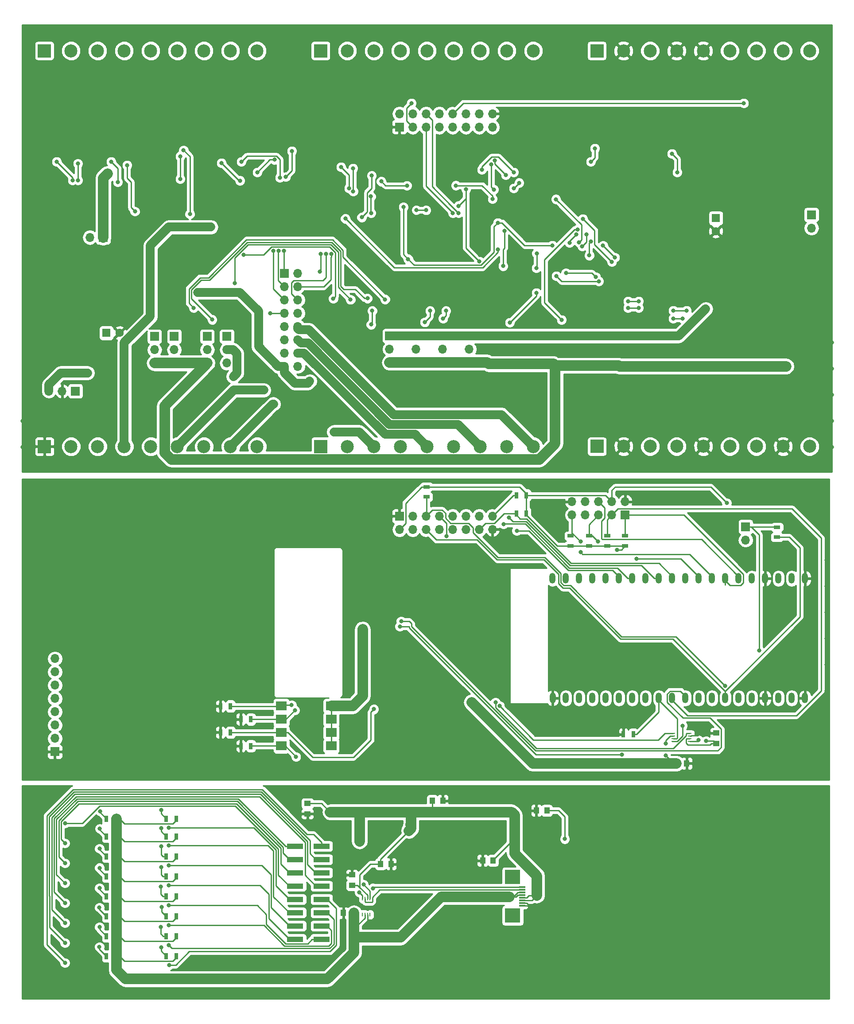
<source format=gbr>
G04 #@! TF.GenerationSoftware,KiCad,Pcbnew,(2017-09-19 revision dddaa7e69)-makepkg*
G04 #@! TF.CreationDate,2017-11-12T19:58:56+01:00*
G04 #@! TF.ProjectId,G2,47322E6B696361645F70636200000000,rev?*
G04 #@! TF.SameCoordinates,Original*
G04 #@! TF.FileFunction,Copper,L2,Bot,Signal*
G04 #@! TF.FilePolarity,Positive*
%FSLAX46Y46*%
G04 Gerber Fmt 4.6, Leading zero omitted, Abs format (unit mm)*
G04 Created by KiCad (PCBNEW (2017-09-19 revision dddaa7e69)-makepkg) date 11/12/17 19:58:56*
%MOMM*%
%LPD*%
G01*
G04 APERTURE LIST*
%ADD10R,3.000000X2.700000*%
%ADD11R,1.200000X0.300000*%
%ADD12O,1.700000X1.700000*%
%ADD13R,1.700000X1.700000*%
%ADD14C,2.500000*%
%ADD15R,2.500000X2.500000*%
%ADD16O,1.200000X2.000000*%
%ADD17R,2.000000X1.780000*%
%ADD18R,1.300000X0.700000*%
%ADD19R,3.150000X1.000000*%
%ADD20R,1.000000X1.250000*%
%ADD21R,1.250000X1.000000*%
%ADD22R,0.750000X0.250000*%
%ADD23R,0.250000X0.750000*%
%ADD24R,0.700000X1.300000*%
%ADD25R,1.600000X1.600000*%
%ADD26C,1.600000*%
%ADD27C,0.800000*%
%ADD28C,0.250000*%
%ADD29C,2.000000*%
%ADD30C,1.700000*%
%ADD31C,0.254000*%
G04 APERTURE END LIST*
D10*
X106866000Y-175930000D03*
X106866000Y-183290000D03*
D11*
X108666000Y-177860000D03*
X108666000Y-178360000D03*
X108666000Y-178860000D03*
X108666000Y-179360000D03*
X108666000Y-179860000D03*
X108666000Y-180360000D03*
X108666000Y-180860000D03*
X108666000Y-181360000D03*
D12*
X19370000Y-134190000D03*
X19370000Y-136730000D03*
X19370000Y-139270000D03*
X19370000Y-141810000D03*
X19370000Y-144350000D03*
X19370000Y-146890000D03*
X19370000Y-149430000D03*
D13*
X19370000Y-151970000D03*
D14*
X110820000Y-93650000D03*
X105740000Y-93650000D03*
X100660000Y-93650000D03*
X95580000Y-93650000D03*
X90500000Y-93650000D03*
X85420000Y-93650000D03*
X80340000Y-93650000D03*
X75260000Y-93650000D03*
D15*
X70180000Y-93650000D03*
D14*
X110800000Y-18040000D03*
X105720000Y-18040000D03*
X100640000Y-18040000D03*
X95560000Y-18040000D03*
X90480000Y-18040000D03*
X85400000Y-18040000D03*
X80320000Y-18040000D03*
X75240000Y-18040000D03*
D15*
X70160000Y-18040000D03*
D14*
X58000000Y-18040000D03*
X52920000Y-18040000D03*
X47840000Y-18040000D03*
X42760000Y-18040000D03*
X37680000Y-18040000D03*
X32600000Y-18040000D03*
X27520000Y-18040000D03*
X22440000Y-18040000D03*
D15*
X17360000Y-18040000D03*
D14*
X163610000Y-18040000D03*
X158530000Y-18040000D03*
X153450000Y-18040000D03*
X148370000Y-18040000D03*
X143290000Y-18040000D03*
X138210000Y-18040000D03*
X133130000Y-18040000D03*
X128050000Y-18040000D03*
D15*
X122970000Y-18040000D03*
D14*
X163620000Y-93630000D03*
X158540000Y-93630000D03*
X153460000Y-93630000D03*
X148380000Y-93630000D03*
X143300000Y-93630000D03*
X138220000Y-93630000D03*
X133140000Y-93630000D03*
X128060000Y-93630000D03*
D15*
X122980000Y-93630000D03*
D14*
X58020000Y-93650000D03*
X52940000Y-93650000D03*
X47860000Y-93650000D03*
X42780000Y-93650000D03*
X37700000Y-93650000D03*
X32620000Y-93650000D03*
X27540000Y-93650000D03*
X22460000Y-93650000D03*
D15*
X17380000Y-93650000D03*
D16*
X114515560Y-141720000D03*
X114470000Y-118860000D03*
X117010000Y-141720000D03*
X117010000Y-118860000D03*
X119550000Y-141720000D03*
X119550000Y-118860000D03*
X122090000Y-141720000D03*
X122090000Y-118860000D03*
X124630000Y-141720000D03*
X124630000Y-118860000D03*
X127170000Y-141720000D03*
X127170000Y-118860000D03*
X129710000Y-141720000D03*
X129710000Y-118860000D03*
X132250000Y-141720000D03*
X132250000Y-118860000D03*
X134790000Y-141720000D03*
X134790000Y-118860000D03*
X137330000Y-141720000D03*
X137330000Y-118860000D03*
X139870000Y-141720000D03*
X139870000Y-118860000D03*
X142410000Y-141720000D03*
X142410000Y-118860000D03*
X144950000Y-141720000D03*
X144950000Y-118860000D03*
X147490000Y-141720000D03*
X147490000Y-118860000D03*
X150030000Y-141720000D03*
X150030000Y-118860000D03*
X152570000Y-141720000D03*
X152570000Y-118860000D03*
X155110000Y-141720000D03*
X155110000Y-118860000D03*
X157650000Y-141720000D03*
X157650000Y-118860000D03*
X160190000Y-141720000D03*
X160190000Y-118860000D03*
X162730000Y-141720000D03*
X162730000Y-118860000D03*
D17*
X62651700Y-143243200D03*
X72181700Y-150863200D03*
X62651700Y-145783200D03*
X72181700Y-148323200D03*
X62651700Y-148323200D03*
X72181700Y-145783200D03*
X62651700Y-150863200D03*
X72181700Y-143243200D03*
D18*
X157400000Y-109080000D03*
X157400000Y-110980000D03*
D12*
X98578000Y-77594000D03*
X98578000Y-75054000D03*
D13*
X98578000Y-72514000D03*
D19*
X70335000Y-170030000D03*
X65285000Y-170030000D03*
X70335000Y-172570000D03*
X65285000Y-172570000D03*
X70335000Y-175110000D03*
X65285000Y-175110000D03*
X70335000Y-177650000D03*
X65285000Y-177650000D03*
X70335000Y-180190000D03*
X65285000Y-180190000D03*
X70335000Y-182730000D03*
X65285000Y-182730000D03*
X70335000Y-185270000D03*
X65285000Y-185270000D03*
X70335000Y-187810000D03*
X65285000Y-187810000D03*
D20*
X91500000Y-161330000D03*
X93500000Y-161330000D03*
D21*
X145750000Y-150384000D03*
X145750000Y-148384000D03*
D20*
X138146000Y-154210000D03*
X140146000Y-154210000D03*
X76519000Y-182785000D03*
X74519000Y-182785000D03*
D21*
X76154000Y-175498500D03*
X76154000Y-177498500D03*
X67650000Y-163860000D03*
X67650000Y-161860000D03*
D20*
X83620000Y-173440000D03*
X81620000Y-173440000D03*
X103130000Y-172760000D03*
X101130000Y-172760000D03*
X111400000Y-163200000D03*
X113400000Y-163200000D03*
D22*
X140704000Y-148466000D03*
X140704000Y-148966000D03*
X140704000Y-149466000D03*
X140704000Y-149966000D03*
X137604000Y-149966000D03*
X137604000Y-149466000D03*
X137604000Y-148966000D03*
X137604000Y-148466000D03*
D23*
X79612000Y-180008000D03*
X79112000Y-180008000D03*
X78612000Y-180008000D03*
X78112000Y-180008000D03*
X78112000Y-183108000D03*
X78612000Y-183108000D03*
X79112000Y-183108000D03*
X79612000Y-183108000D03*
D12*
X163968000Y-51918000D03*
D13*
X163968000Y-49378000D03*
X28586000Y-53696000D03*
D12*
X26046000Y-53696000D03*
X151400000Y-111530000D03*
D13*
X151400000Y-108990000D03*
X48481800Y-72626000D03*
D12*
X48481800Y-75166000D03*
X48481800Y-77706000D03*
X52233400Y-77706000D03*
X52233400Y-75166000D03*
D13*
X52233400Y-72626000D03*
X42175000Y-72626000D03*
D12*
X42175000Y-75166000D03*
X42175000Y-77706000D03*
D13*
X83338000Y-72514000D03*
D12*
X83338000Y-75054000D03*
X83338000Y-77594000D03*
X88418000Y-77594000D03*
X88418000Y-75054000D03*
D13*
X88418000Y-72514000D03*
X93498000Y-72514000D03*
D12*
X93498000Y-75054000D03*
X93498000Y-77594000D03*
D13*
X38398000Y-72626000D03*
D12*
X38398000Y-75166000D03*
X38398000Y-77706000D03*
X118216542Y-104205420D03*
X118216542Y-106745420D03*
X120756542Y-104205420D03*
X120756542Y-106745420D03*
X123296542Y-104205420D03*
X123296542Y-106745420D03*
X125836542Y-104205420D03*
X125836542Y-106745420D03*
X128376542Y-104205420D03*
D13*
X128376542Y-106745420D03*
X63240000Y-60560000D03*
D12*
X65780000Y-60560000D03*
X63240000Y-63100000D03*
X65780000Y-63100000D03*
X63240000Y-65640000D03*
X65780000Y-65640000D03*
X63240000Y-68180000D03*
X65780000Y-68180000D03*
X63240000Y-70720000D03*
X65780000Y-70720000D03*
X63240000Y-73260000D03*
X65780000Y-73260000D03*
X63240000Y-75800000D03*
X65780000Y-75800000D03*
X63240000Y-78340000D03*
X65780000Y-78340000D03*
D13*
X85228000Y-106972000D03*
D12*
X85228000Y-109512000D03*
X87768000Y-106972000D03*
X87768000Y-109512000D03*
X90308000Y-106972000D03*
X90308000Y-109512000D03*
X92848000Y-106972000D03*
X92848000Y-109512000D03*
X95388000Y-106972000D03*
X95388000Y-109512000D03*
X97928000Y-106972000D03*
X97928000Y-109512000D03*
X100468000Y-106972000D03*
X100468000Y-109512000D03*
X103008000Y-106972000D03*
X103008000Y-109512000D03*
X103008000Y-30074000D03*
X103008000Y-32614000D03*
X100468000Y-30074000D03*
X100468000Y-32614000D03*
X97928000Y-30074000D03*
X97928000Y-32614000D03*
X95388000Y-30074000D03*
X95388000Y-32614000D03*
X92848000Y-30074000D03*
X92848000Y-32614000D03*
X90308000Y-30074000D03*
X90308000Y-32614000D03*
X87768000Y-30074000D03*
X87768000Y-32614000D03*
X85228000Y-30074000D03*
D13*
X85228000Y-32614000D03*
D24*
X29230000Y-164770200D03*
X31130000Y-164770200D03*
X52932000Y-143278000D03*
X51032000Y-143278000D03*
X54932000Y-145778000D03*
X56832000Y-145778000D03*
X52932000Y-148278000D03*
X51032000Y-148278000D03*
X54932000Y-150878000D03*
X56832000Y-150878000D03*
X40660000Y-191040000D03*
X42560000Y-191040000D03*
X42560000Y-187230000D03*
X40660000Y-187230000D03*
X40660000Y-183420000D03*
X42560000Y-183420000D03*
X42560000Y-179610000D03*
X40660000Y-179610000D03*
X42560000Y-171990000D03*
X40660000Y-171990000D03*
X40660000Y-168180000D03*
X42560000Y-168180000D03*
X42560000Y-164770200D03*
X40660000Y-164770200D03*
X29230000Y-191040000D03*
X31130000Y-191040000D03*
X31130000Y-187230000D03*
X29230000Y-187230000D03*
X29230000Y-183420000D03*
X31130000Y-183420000D03*
X107595200Y-106458000D03*
X109495200Y-106458000D03*
X29230000Y-175800000D03*
X31130000Y-175800000D03*
X31130000Y-171990000D03*
X29230000Y-171990000D03*
X29230000Y-168180000D03*
X31130000Y-168180000D03*
X42560000Y-175800000D03*
X40660000Y-175800000D03*
X31130000Y-179610000D03*
X29230000Y-179610000D03*
D18*
X128377940Y-110726420D03*
X128377940Y-112626420D03*
X90400000Y-101380000D03*
X90400000Y-103280000D03*
D24*
X109495200Y-102972000D03*
X107595200Y-102972000D03*
X129940000Y-148670000D03*
X128040000Y-148670000D03*
D18*
X117938542Y-110726420D03*
X117938542Y-112626420D03*
X121485008Y-112626420D03*
X121485008Y-110726420D03*
X124931474Y-110726420D03*
X124931474Y-112626420D03*
D12*
X18220000Y-83060000D03*
X20760000Y-83060000D03*
D13*
X23300000Y-83060000D03*
D25*
X145704000Y-50000000D03*
D26*
X145704000Y-52500000D03*
X31714000Y-71960000D03*
D25*
X29214000Y-71960000D03*
D27*
X142367000Y-149733000D03*
X147484153Y-139408847D03*
X84663000Y-142780000D03*
X75519000Y-134144000D03*
X75519000Y-140240000D03*
X60660000Y-133890000D03*
X60660000Y-119920000D03*
X60660000Y-126778000D03*
X60660000Y-142272000D03*
X67645000Y-112300000D03*
X73487000Y-112300000D03*
X60660000Y-112300000D03*
X13416000Y-97822000D03*
X13162000Y-93748000D03*
X13162000Y-88748000D03*
X13670000Y-83748000D03*
X13670000Y-78748000D03*
X13670000Y-73748000D03*
X13670000Y-68748000D03*
X13670000Y-63748000D03*
X13670000Y-58748000D03*
X13670000Y-53748000D03*
X13670000Y-48748000D03*
X13670000Y-43748000D03*
X13670000Y-38748000D03*
X13670000Y-33748000D03*
X13670000Y-28748000D03*
X13670000Y-23748000D03*
X13670000Y-18748000D03*
X167340000Y-97822000D03*
X167848000Y-93748000D03*
X167848000Y-88748000D03*
X167848000Y-83748000D03*
X167848000Y-78748000D03*
X167848000Y-73748000D03*
X167340000Y-68748000D03*
X167340000Y-63748000D03*
X167340000Y-58748000D03*
X167340000Y-53748000D03*
X167340000Y-48748000D03*
X167340000Y-43748000D03*
X167340000Y-38748000D03*
X167340000Y-33748000D03*
X167340000Y-28748000D03*
X167340000Y-23748000D03*
X167340000Y-18748000D03*
X167340000Y-13748000D03*
X163670000Y-13748000D03*
X158670000Y-13748000D03*
X153670000Y-13748000D03*
X148670000Y-13748000D03*
X143670000Y-13748000D03*
X138670000Y-13748000D03*
X133670000Y-13748000D03*
X128670000Y-13748000D03*
X123670000Y-13748000D03*
X118670000Y-13748000D03*
X113670000Y-13748000D03*
X108670000Y-13748000D03*
X103670000Y-13748000D03*
X98670000Y-13748000D03*
X93670000Y-13748000D03*
X88670000Y-13748000D03*
X83670000Y-13748000D03*
X78670000Y-13748000D03*
X73670000Y-13748000D03*
X68670000Y-13748000D03*
X63670000Y-13748000D03*
X58670000Y-13748000D03*
X53670000Y-13748000D03*
X48670000Y-13748000D03*
X43670000Y-13748000D03*
X38670000Y-13748000D03*
X33670000Y-13748000D03*
X28670000Y-13748000D03*
X23670000Y-13748000D03*
X18670000Y-13748000D03*
X13670000Y-13748000D03*
X29458000Y-41502000D03*
X135590000Y-47022000D03*
X138638000Y-46006000D03*
X138638000Y-52610000D03*
X142194000Y-49562000D03*
X71074000Y-70644000D03*
X72598000Y-70390000D03*
X78186000Y-72676000D03*
X78186000Y-71152000D03*
X70566000Y-65310000D03*
X70312000Y-83090000D03*
X72598000Y-87916000D03*
X88092000Y-80296000D03*
X88092000Y-84868000D03*
X111460000Y-69374000D03*
X106380000Y-74962000D03*
X133558000Y-43466000D03*
X132796000Y-46006000D03*
X118064000Y-36862000D03*
X117556000Y-45752000D03*
X114254000Y-41942000D03*
X114000000Y-32544000D03*
X122382000Y-41180000D03*
X130002000Y-42196000D03*
X130002000Y-46260000D03*
X126446000Y-46768000D03*
X122636000Y-50324000D03*
X46690000Y-41688000D03*
X43134000Y-46768000D03*
X35514000Y-46514000D03*
X64470000Y-46514000D03*
X57104000Y-46514000D03*
X60406000Y-49816000D03*
X64470000Y-49816000D03*
X68026000Y-41688000D03*
X70058000Y-46768000D03*
X74122000Y-46768000D03*
X117302000Y-84106000D03*
X131780000Y-88932000D03*
X120604000Y-92234000D03*
X117810000Y-89694000D03*
X110952000Y-83344000D03*
X163784000Y-73438000D03*
X163784000Y-79280000D03*
X161498000Y-79280000D03*
X139654000Y-81312000D03*
X143210000Y-85884000D03*
X139654000Y-85884000D03*
X135082000Y-83344000D03*
X135082000Y-85630000D03*
X140670000Y-93758000D03*
X145750000Y-93758000D03*
X141178000Y-88678000D03*
X135336000Y-88678000D03*
X122890000Y-85884000D03*
X122890000Y-83344000D03*
X128732000Y-83852000D03*
X130764000Y-86392000D03*
X135082000Y-70390000D03*
X132034000Y-70390000D03*
X122890000Y-70390000D03*
X118572000Y-69120000D03*
X128224000Y-68866000D03*
X126700000Y-75724000D03*
X121620000Y-63532000D03*
X116540000Y-55912000D03*
X112660000Y-49378000D03*
X101992000Y-77572000D03*
X114692000Y-77870001D03*
X127138000Y-78170001D03*
X159142000Y-78334000D03*
X154062000Y-78334000D03*
X145426000Y-78334000D03*
X140346000Y-78334000D03*
X136790000Y-78334000D03*
X138314000Y-41250000D03*
X137298000Y-37694000D03*
X87514000Y-28042000D03*
X64620000Y-143060000D03*
X65232000Y-144050000D03*
X80340000Y-143833000D03*
X65447900Y-152943940D03*
X127716000Y-152516011D03*
X85298000Y-128048000D03*
X85552000Y-127032000D03*
X139320000Y-146990000D03*
X130535400Y-115081300D03*
X119842000Y-113824000D03*
X49439400Y-69418600D03*
X79106600Y-65354600D03*
X45908800Y-67158000D03*
X82484800Y-65532400D03*
X63106691Y-56254965D03*
X61106720Y-56247043D03*
X62106721Y-56247042D03*
X104389432Y-143234442D03*
X94188000Y-110776000D03*
X103586000Y-142526000D03*
X41199300Y-192740001D03*
X41152800Y-188930001D03*
X41114700Y-185120001D03*
X41165500Y-181310001D03*
X41114700Y-177500001D03*
X41102000Y-173690001D03*
X41127400Y-169880001D03*
X41165500Y-166470201D03*
X80126337Y-178050895D03*
X77551000Y-178848000D03*
X78374142Y-177324000D03*
X114381000Y-129064000D03*
X114381000Y-121444000D03*
X114381000Y-139097000D03*
X112984000Y-143161000D03*
X107396000Y-143288000D03*
X114381000Y-148114000D03*
X111460000Y-148114000D03*
X91140000Y-112046000D03*
X102697000Y-129064000D03*
X102697000Y-117507000D03*
X102570000Y-140875000D03*
X100838000Y-113538000D03*
X99822000Y-112522000D03*
X130751300Y-104324400D03*
X145762700Y-104349800D03*
X133977100Y-102571800D03*
X133951700Y-104349800D03*
X77932000Y-126778000D03*
X79964000Y-122206000D03*
X84790000Y-122206000D03*
X84790000Y-112046000D03*
X77932000Y-113824000D03*
X82758000Y-108998000D03*
X24432000Y-157004000D03*
X125562000Y-157004000D03*
X130562000Y-157004000D03*
X135562000Y-157004000D03*
X140562000Y-157004000D03*
X145562000Y-157004000D03*
X150562000Y-157004000D03*
X155562000Y-157004000D03*
X160562000Y-157004000D03*
X165562000Y-157004000D03*
X19432000Y-157004000D03*
X14432000Y-157004000D03*
X13416000Y-155362000D03*
X13416000Y-150362000D03*
X13416000Y-145362000D03*
X13416000Y-140362000D03*
X13416000Y-135362000D03*
X13416000Y-130362000D03*
X13416000Y-125362000D03*
X13416000Y-120362000D03*
X13416000Y-115362000D03*
X13416000Y-110362000D03*
X13416000Y-105362000D03*
X166832000Y-155362000D03*
X166832000Y-150362000D03*
X166832000Y-145362000D03*
X166832000Y-140362000D03*
X166832000Y-135362000D03*
X166832000Y-130362000D03*
X166832000Y-125362000D03*
X166832000Y-120362000D03*
X166832000Y-115362000D03*
X166832000Y-110362000D03*
X166832000Y-105362000D03*
X166832000Y-100362000D03*
X163416000Y-100362000D03*
X158416000Y-100362000D03*
X153416000Y-100362000D03*
X148416000Y-100362000D03*
X143416000Y-100362000D03*
X138416000Y-100362000D03*
X133416000Y-100362000D03*
X128416000Y-100362000D03*
X123416000Y-100362000D03*
X118416000Y-100362000D03*
X113416000Y-100362000D03*
X108416000Y-100362000D03*
X103416000Y-100362000D03*
X98416000Y-100362000D03*
X93416000Y-100362000D03*
X88416000Y-100362000D03*
X83416000Y-100362000D03*
X78416000Y-100362000D03*
X73416000Y-100362000D03*
X68416000Y-100362000D03*
X63416000Y-100362000D03*
X58416000Y-100362000D03*
X53416000Y-100362000D03*
X48416000Y-100362000D03*
X43416000Y-100362000D03*
X38416000Y-100362000D03*
X33416000Y-100362000D03*
X28416000Y-100362000D03*
X23416000Y-100362000D03*
X18416000Y-100362000D03*
X13416000Y-100362000D03*
X113238000Y-108236000D03*
X115778000Y-104680000D03*
X116794000Y-108998000D03*
X111206000Y-104680000D03*
X95204000Y-103918000D03*
X102570000Y-103918000D03*
X87584000Y-125508000D03*
X87584000Y-112046000D03*
X89108000Y-140240000D03*
X83774000Y-135160000D03*
X105872000Y-110522000D03*
X110952000Y-113316000D03*
X104602000Y-113316000D03*
X142448000Y-146590000D03*
X142448000Y-148368000D03*
X143845000Y-149892000D03*
X154005000Y-132620000D03*
X147782000Y-104426000D03*
X78186000Y-128556000D03*
X136098000Y-152686000D03*
X136098000Y-150400000D03*
X99014000Y-142526000D03*
X107220000Y-169340000D03*
X151050000Y-28040000D03*
X116830000Y-168640000D03*
X107220000Y-171410000D03*
X93030000Y-163510000D03*
X87006576Y-167076576D03*
X77600000Y-169080000D03*
X102062000Y-170212000D03*
X102316000Y-165894000D03*
X163416000Y-198914000D03*
X158416000Y-198914000D03*
X153416000Y-198914000D03*
X148416000Y-198914000D03*
X143416000Y-198914000D03*
X138416000Y-198914000D03*
X133416000Y-198914000D03*
X128416000Y-198914000D03*
X123416000Y-198914000D03*
X118416000Y-198914000D03*
X113416000Y-198914000D03*
X108416000Y-198914000D03*
X103416000Y-198914000D03*
X98416000Y-198914000D03*
X93416000Y-198914000D03*
X88416000Y-198914000D03*
X83416000Y-198914000D03*
X78416000Y-198914000D03*
X73416000Y-198914000D03*
X68416000Y-198914000D03*
X63416000Y-198914000D03*
X58416000Y-198914000D03*
X53416000Y-198914000D03*
X48416000Y-198914000D03*
X43416000Y-198914000D03*
X38416000Y-198914000D03*
X33416000Y-198914000D03*
X28416000Y-198914000D03*
X23416000Y-198914000D03*
X18416000Y-198914000D03*
X13416000Y-198914000D03*
X13416000Y-194036000D03*
X13416000Y-189036000D03*
X13416000Y-184036000D03*
X13416000Y-179036000D03*
X13416000Y-174036000D03*
X13416000Y-169036000D03*
X13416000Y-164036000D03*
X166832000Y-198660000D03*
X166832000Y-194036000D03*
X166832000Y-189036000D03*
X166832000Y-184036000D03*
X166832000Y-179036000D03*
X166832000Y-174036000D03*
X166832000Y-169036000D03*
X166832000Y-164036000D03*
X166832000Y-159036000D03*
X163416000Y-159036000D03*
X158416000Y-159036000D03*
X153416000Y-159036000D03*
X148416000Y-159036000D03*
X143416000Y-159036000D03*
X138416000Y-159036000D03*
X133416000Y-159036000D03*
X128416000Y-159036000D03*
X123416000Y-159036000D03*
X118416000Y-159036000D03*
X113416000Y-159036000D03*
X108416000Y-159036000D03*
X103416000Y-159036000D03*
X98416000Y-159036000D03*
X93416000Y-159036000D03*
X88416000Y-159036000D03*
X83416000Y-159036000D03*
X78416000Y-159036000D03*
X73416000Y-159036000D03*
X68416000Y-159036000D03*
X63416000Y-159036000D03*
X18416000Y-159036000D03*
X13416000Y-159036000D03*
X107650000Y-109760000D03*
X105110000Y-108490000D03*
X106126000Y-107220000D03*
X123144000Y-111792000D03*
X119842000Y-111792000D03*
X59294600Y-82880600D03*
X61174200Y-85547600D03*
X68083000Y-81153400D03*
X96505600Y-47676000D03*
X90308000Y-48489000D03*
X88453800Y-48463600D03*
X74890200Y-50114600D03*
X27900000Y-178020000D03*
X39690000Y-174050000D03*
X27920000Y-166660000D03*
X27900000Y-170480000D03*
X27900000Y-174160000D03*
X27880000Y-181740000D03*
X27900000Y-185490000D03*
X27880000Y-189260000D03*
X39690000Y-163070000D03*
X39680000Y-166620000D03*
X39730000Y-170070000D03*
X39620000Y-177780000D03*
X39810000Y-181660000D03*
X39600000Y-185490000D03*
X39680000Y-189350000D03*
X117054200Y-60503200D03*
X28010000Y-163320000D03*
X21290000Y-165640000D03*
X21290000Y-169450000D03*
X21290000Y-173260000D03*
X21290000Y-177070000D03*
X21290000Y-180880000D03*
X21290000Y-184690000D03*
X21290000Y-188500000D03*
X21290000Y-192310000D03*
X126790000Y-113380000D03*
X143772000Y-67352000D03*
X25614200Y-79604000D03*
X49185400Y-51714800D03*
X55433800Y-57023400D03*
X72578800Y-65380000D03*
X91070000Y-67728400D03*
X90054000Y-69903400D03*
X53757400Y-62408200D03*
X75880800Y-65583200D03*
X46620000Y-64186200D03*
X86879000Y-57836200D03*
X85990000Y-47904800D03*
X114438000Y-55220000D03*
X104024000Y-50902000D03*
X119010000Y-53159001D03*
X117740000Y-54712000D03*
X93559200Y-69178400D03*
X94118000Y-67728400D03*
X79792400Y-70353410D03*
X80021000Y-67728400D03*
X72680400Y-90881600D03*
X100468000Y-58268000D03*
X97937038Y-44497769D03*
X95997600Y-43772768D03*
X103008000Y-46330000D03*
X72172400Y-56859961D03*
X79817800Y-49022400D03*
X79774630Y-45884400D03*
X76385723Y-44896684D03*
X76338000Y-40488000D03*
X63497628Y-42125628D03*
X64654000Y-37186000D03*
X60517146Y-68221454D03*
X62368000Y-42266000D03*
X55002000Y-39218000D03*
X22744000Y-42774000D03*
X19696000Y-39218000D03*
X23760000Y-42774000D03*
X23760000Y-39573999D03*
X45172200Y-49239400D03*
X43953000Y-37033600D03*
X70013400Y-60198400D03*
X70157189Y-56859961D03*
X104024000Y-55972000D03*
X107067347Y-44302653D03*
X108092653Y-43277347D03*
X107072000Y-41250000D03*
X100976000Y-40742000D03*
X81748200Y-43002600D03*
X86646001Y-43790000D03*
X71156400Y-56820200D03*
X78014400Y-49860600D03*
X79915076Y-41895600D03*
X74052000Y-40234000D03*
X75576000Y-44298000D03*
X58050000Y-41250000D03*
X61352000Y-38848001D03*
X54748000Y-42848000D03*
X51192000Y-39472000D03*
X43318000Y-42520000D03*
X43318000Y-38202000D03*
X34656600Y-48731400D03*
X33158000Y-39902000D03*
X30110000Y-39218000D03*
X31380000Y-43102000D03*
X122566000Y-36678000D03*
X121804000Y-39218000D03*
X121804000Y-54458000D03*
X121513000Y-57129653D03*
X105548000Y-41758000D03*
X103479000Y-39018892D03*
X126406371Y-57536371D03*
X124143629Y-55273629D03*
X115200000Y-61062000D03*
X123328000Y-62078000D03*
X128916000Y-65888000D03*
X130948000Y-65888000D03*
X137552000Y-67666000D03*
X140092000Y-67666000D03*
X105294000Y-52426000D03*
X105040000Y-59172000D03*
X103262000Y-44552000D03*
X102754000Y-39726000D03*
X122773299Y-61245949D03*
X128916000Y-67158000D03*
X130948000Y-67158000D03*
X137552000Y-69190000D03*
X139330000Y-69190000D03*
X120280000Y-50140000D03*
X125813688Y-58341809D03*
X116216000Y-69444000D03*
X119285003Y-52172000D03*
X106310000Y-69952000D03*
X111390000Y-64288000D03*
X111390000Y-59538000D03*
X111466000Y-56744000D03*
X115132552Y-46397448D03*
X119518000Y-54609001D03*
X121010006Y-53159001D03*
X120157319Y-55377945D03*
X96505600Y-49047800D03*
X95438800Y-49047800D03*
X53465591Y-80277391D03*
D28*
X140704000Y-149966000D02*
X142134000Y-149966000D01*
X142134000Y-149966000D02*
X142367000Y-149733000D01*
X90308000Y-109512000D02*
X92297000Y-111501000D01*
X137490010Y-130440010D02*
X147490000Y-140440000D01*
X92297000Y-111501000D02*
X100081588Y-111501000D01*
X100081588Y-111501000D02*
X103860597Y-115280009D01*
X103860597Y-115280009D02*
X112850548Y-115280010D01*
X112850548Y-115280010D02*
X115629420Y-118058882D01*
X115629420Y-118058882D02*
X115629420Y-119832891D01*
X115629420Y-119832891D02*
X116456538Y-120660009D01*
X116456538Y-120660009D02*
X117723719Y-120660010D01*
X117723719Y-120660010D02*
X127503718Y-130440009D01*
X147490000Y-140440000D02*
X147490000Y-141720000D01*
X127503718Y-130440009D02*
X137490010Y-130440010D01*
X127690119Y-129990000D02*
X138065306Y-129990000D01*
X138065306Y-129990000D02*
X147484153Y-139408847D01*
D29*
X28586000Y-53696000D02*
X28586000Y-42374000D01*
X28586000Y-42374000D02*
X29458000Y-41502000D01*
X48481800Y-77706000D02*
X40329999Y-85857801D01*
X111996001Y-96100001D02*
X114992000Y-93104002D01*
X114992000Y-93104002D02*
X114992000Y-78170001D01*
X40329999Y-85857801D02*
X40329999Y-94826001D01*
X41603999Y-96100001D02*
X111996001Y-96100001D01*
X40329999Y-94826001D02*
X41603999Y-96100001D01*
X83338000Y-77594000D02*
X88418000Y-77594000D01*
X93498000Y-77594000D02*
X88418000Y-77594000D01*
X98578000Y-77594000D02*
X93498000Y-77594000D01*
X101992000Y-77572000D02*
X98600000Y-77572000D01*
X98600000Y-77572000D02*
X98578000Y-77594000D01*
X42175000Y-77706000D02*
X38398000Y-77706000D01*
X48481800Y-77706000D02*
X42175000Y-77706000D01*
X114692000Y-77870001D02*
X102290001Y-77870001D01*
X102290001Y-77870001D02*
X101992000Y-77572000D01*
X127138000Y-78170001D02*
X114992000Y-78170001D01*
X114992000Y-78170001D02*
X114692000Y-77870001D01*
X136790000Y-78334000D02*
X127301999Y-78334000D01*
X127301999Y-78334000D02*
X127138000Y-78170001D01*
X154062000Y-78334000D02*
X159142000Y-78334000D01*
X145426000Y-78334000D02*
X154062000Y-78334000D01*
X140346000Y-78334000D02*
X145426000Y-78334000D01*
X136790000Y-78334000D02*
X140346000Y-78334000D01*
D28*
X137298000Y-37694000D02*
X138314000Y-38710000D01*
X138314000Y-38710000D02*
X138314000Y-41250000D01*
X87514000Y-28042000D02*
X86592999Y-28963001D01*
X86592999Y-28963001D02*
X86592999Y-31438999D01*
X86592999Y-31438999D02*
X87768000Y-32614000D01*
X64620000Y-143060000D02*
X62834900Y-143060000D01*
X62834900Y-143060000D02*
X62651700Y-143243200D01*
X52932000Y-143278000D02*
X62616900Y-143278000D01*
X62616900Y-143278000D02*
X62651700Y-143243200D01*
X56832000Y-145778000D02*
X62646500Y-145778000D01*
X62646500Y-145778000D02*
X62651700Y-145783200D01*
X65232000Y-144050000D02*
X63498800Y-145783200D01*
X63498800Y-145783200D02*
X62651700Y-145783200D01*
X80340000Y-143833000D02*
X79760000Y-144413000D01*
X79760000Y-144413000D02*
X79760000Y-149730000D01*
X76450000Y-153040000D02*
X79760000Y-149730000D01*
X68618500Y-153040000D02*
X76450000Y-153040000D01*
X62651700Y-148323200D02*
X63901700Y-148323200D01*
X63901700Y-148323200D02*
X68618500Y-153040000D01*
X52932000Y-148278000D02*
X62606500Y-148278000D01*
X62606500Y-148278000D02*
X62651700Y-148323200D01*
X62950500Y-148622000D02*
X62651700Y-148323200D01*
X65447900Y-152943940D02*
X63367160Y-150863200D01*
X63367160Y-150863200D02*
X62651700Y-150863200D01*
X62651700Y-150863200D02*
X56846800Y-150863200D01*
X56846800Y-150863200D02*
X56832000Y-150878000D01*
X117488170Y-117296610D02*
X126006610Y-117296610D01*
X126006610Y-117296610D02*
X127170000Y-118460000D01*
X127170000Y-118460000D02*
X127170000Y-118860000D01*
X109951560Y-109760000D02*
X117488170Y-117296610D01*
X107650000Y-109760000D02*
X109951560Y-109760000D01*
X129710000Y-118860000D02*
X128878161Y-118860000D01*
X128878161Y-118860000D02*
X126864761Y-116846600D01*
X126864761Y-116846600D02*
X117674570Y-116846600D01*
X117674570Y-116846600D02*
X109259980Y-108432010D01*
X109259980Y-108432010D02*
X105167990Y-108432010D01*
X105167990Y-108432010D02*
X105110000Y-108490000D01*
X137604000Y-149466000D02*
X138189002Y-149466000D01*
X138304001Y-145634001D02*
X134790000Y-142120000D01*
X138189002Y-149466000D02*
X138304001Y-149351001D01*
X138304001Y-149351001D02*
X138304001Y-145634001D01*
X134790000Y-142120000D02*
X134790000Y-141720000D01*
X129940000Y-148670000D02*
X130540000Y-148670000D01*
X134790000Y-144420000D02*
X134790000Y-142970000D01*
X130540000Y-148670000D02*
X134790000Y-144420000D01*
X134790000Y-142970000D02*
X134790000Y-141720000D01*
X87076000Y-128048000D02*
X87076001Y-128266833D01*
X87076001Y-128266833D02*
X111325179Y-152516011D01*
X111325179Y-152516011D02*
X127716000Y-152516011D01*
X85298000Y-128048000D02*
X87076000Y-128048000D01*
X134790000Y-118860000D02*
X133958161Y-118860000D01*
X117860970Y-116396590D02*
X109446380Y-107982000D01*
X133958161Y-118860000D02*
X131494751Y-116396590D01*
X109446380Y-107982000D02*
X106888000Y-107982000D01*
X131494751Y-116396590D02*
X117860970Y-116396590D01*
X106888000Y-107982000D02*
X106126000Y-107220000D01*
X137330000Y-141720000D02*
X137330000Y-142120000D01*
X137330000Y-142120000D02*
X140276000Y-145066000D01*
X161092161Y-145066000D02*
X165816000Y-140342161D01*
X140276000Y-145066000D02*
X161092161Y-145066000D01*
X165816000Y-140342161D02*
X165816000Y-111110998D01*
X165816000Y-111110998D02*
X160275421Y-105570419D01*
X160275421Y-105570419D02*
X127011543Y-105570419D01*
X127011543Y-105570419D02*
X125836542Y-106745420D01*
X137330000Y-118860000D02*
X137330000Y-118460000D01*
X109574790Y-107474000D02*
X108311200Y-107474000D01*
X137330000Y-118460000D02*
X134816580Y-115946580D01*
X107595200Y-106758000D02*
X107595200Y-106458000D01*
X134816580Y-115946580D02*
X118047370Y-115946580D01*
X118047370Y-115946580D02*
X109574790Y-107474000D01*
X108311200Y-107474000D02*
X107595200Y-106758000D01*
X87076000Y-127032000D02*
X87526010Y-127482010D01*
X87526010Y-127482010D02*
X87526010Y-128080432D01*
X87526010Y-128080432D02*
X111236589Y-151791011D01*
X111236589Y-151791011D02*
X146052991Y-151791011D01*
X146052991Y-151791011D02*
X146700001Y-151144001D01*
X146700001Y-147623999D02*
X144592012Y-145516010D01*
X146700001Y-151144001D02*
X146700001Y-147623999D01*
X136404990Y-142503151D02*
X136404990Y-140936849D01*
X136946849Y-140394990D02*
X138944990Y-140394990D01*
X138944990Y-140394990D02*
X139870000Y-141320000D01*
X144592012Y-145516010D02*
X139417849Y-145516010D01*
X139417849Y-145516010D02*
X136404990Y-142503151D01*
X136404990Y-140936849D02*
X136946849Y-140394990D01*
X139870000Y-141320000D02*
X139870000Y-141720000D01*
X85552000Y-127032000D02*
X87076000Y-127032000D01*
X138325413Y-149966000D02*
X137604000Y-149966000D01*
X139320000Y-146990000D02*
X139320000Y-148971414D01*
X139320000Y-148971414D02*
X138325413Y-149966000D01*
X139035100Y-115094000D02*
X130548100Y-115094000D01*
X130548100Y-115094000D02*
X130535400Y-115081300D01*
X140713999Y-114223999D02*
X120241999Y-114223999D01*
X120241999Y-114223999D02*
X119842000Y-113824000D01*
X140713999Y-114223999D02*
X144950000Y-118460000D01*
X144950000Y-118460000D02*
X144950000Y-118860000D01*
X161750010Y-113014992D02*
X159715018Y-110980000D01*
X159715018Y-110980000D02*
X157400000Y-110980000D01*
X161750010Y-126197770D02*
X147490000Y-140457780D01*
X147490000Y-140457780D02*
X147490000Y-141720000D01*
X147490000Y-118860000D02*
X147490000Y-119260000D01*
X147490000Y-119260000D02*
X148415010Y-120185010D01*
X148415010Y-120185010D02*
X150413151Y-120185010D01*
X150413151Y-120185010D02*
X150955010Y-119643151D01*
X150955010Y-118076849D02*
X139623581Y-106745420D01*
X150955010Y-119643151D02*
X150955010Y-118076849D01*
X139623581Y-106745420D02*
X128376542Y-106745420D01*
X150030000Y-118860000D02*
X150030000Y-118460000D01*
X150030000Y-118460000D02*
X142971421Y-111401421D01*
X142971421Y-111401421D02*
X124021473Y-111401421D01*
X124471543Y-107309421D02*
X124471543Y-105380421D01*
X124021473Y-111401421D02*
X123880000Y-111259948D01*
X123880000Y-111259948D02*
X123880000Y-107900964D01*
X123880000Y-107900964D02*
X124471543Y-107309421D01*
X124471543Y-105380421D02*
X123296542Y-104205420D01*
X55433800Y-57023400D02*
X59257361Y-57023400D01*
X59257361Y-57023400D02*
X60758719Y-55522042D01*
X72978799Y-56593358D02*
X72978799Y-64980001D01*
X60758719Y-55522042D02*
X71907483Y-55522042D01*
X71907483Y-55522042D02*
X72978799Y-56593358D01*
X72978799Y-64980001D02*
X72578800Y-65380000D01*
X73518600Y-63221000D02*
X73518600Y-56496749D01*
X72093883Y-55072032D02*
X56312166Y-55072032D01*
X73518600Y-56496749D02*
X72093883Y-55072032D01*
X56312166Y-55072032D02*
X53757400Y-57626798D01*
X74554910Y-63620900D02*
X73968610Y-63034600D01*
X73968610Y-63034600D02*
X73968609Y-56310348D01*
X73968609Y-56310348D02*
X72280283Y-54622022D01*
X72280283Y-54622022D02*
X56125766Y-54622022D01*
X56125766Y-54622022D02*
X48912500Y-61835288D01*
X79106600Y-65354600D02*
X78540915Y-65354600D01*
X78540915Y-65354600D02*
X76807215Y-63620900D01*
X76807215Y-63620900D02*
X74554910Y-63620900D01*
X48912500Y-61835288D02*
X47309197Y-61835288D01*
X47309197Y-61835288D02*
X45444990Y-63699495D01*
X45444990Y-65424190D02*
X49439400Y-69418600D01*
X45444990Y-63699495D02*
X45444990Y-65424190D01*
X48726100Y-61385278D02*
X55939366Y-54172012D01*
X55939366Y-54172012D02*
X72466684Y-54172013D01*
X72466684Y-54172013D02*
X74433000Y-56138329D01*
X74433000Y-56138329D02*
X74433000Y-57480600D01*
X48726100Y-61385278D02*
X47122797Y-61385278D01*
X47122797Y-61385278D02*
X44994980Y-63513095D01*
X44994980Y-63513095D02*
X44994980Y-66244180D01*
X44994980Y-66244180D02*
X45908800Y-67158000D01*
X82484800Y-65532400D02*
X74433000Y-57480600D01*
X63106691Y-56254965D02*
X63106691Y-60426691D01*
X63106691Y-60426691D02*
X63240000Y-60560000D01*
X62064999Y-56917483D02*
X62064999Y-56288764D01*
X62064999Y-56288764D02*
X62106721Y-56247042D01*
X104389432Y-143234442D02*
X110845989Y-149690999D01*
X110845989Y-149690999D02*
X134717591Y-149690999D01*
X134717591Y-149690999D02*
X135942590Y-148466000D01*
X135942590Y-148466000D02*
X136979000Y-148466000D01*
X136979000Y-148466000D02*
X137604000Y-148466000D01*
X92848000Y-106972000D02*
X94188000Y-108312000D01*
X94188000Y-108312000D02*
X94188000Y-110776000D01*
X103592981Y-143510993D02*
X103592981Y-142532981D01*
X103592981Y-142532981D02*
X103586000Y-142526000D01*
X140079000Y-148466000D02*
X140704000Y-148466000D01*
X103592981Y-143510993D02*
X111422989Y-151341001D01*
X111422989Y-151341001D02*
X137586823Y-151341001D01*
X137586823Y-151341001D02*
X140003999Y-148923825D01*
X140003999Y-148923825D02*
X140003999Y-148541001D01*
X140003999Y-148541001D02*
X140079000Y-148466000D01*
X21290000Y-165640000D02*
X24616998Y-165640000D01*
X64210000Y-177650000D02*
X65285000Y-177650000D01*
X24616998Y-165640000D02*
X27911999Y-162344999D01*
X53858389Y-162344999D02*
X62082126Y-170568736D01*
X27911999Y-162344999D02*
X53858389Y-162344999D01*
X62082126Y-170568736D02*
X62082126Y-175522126D01*
X62082126Y-175522126D02*
X64210000Y-177650000D01*
X64210000Y-175110000D02*
X65285000Y-175110000D01*
X62532135Y-173432135D02*
X64210000Y-175110000D01*
X62532135Y-170382335D02*
X62532135Y-173432135D01*
X21290000Y-169450000D02*
X20564999Y-168724999D01*
X20564999Y-168724999D02*
X20564999Y-165291999D01*
X20564999Y-165291999D02*
X23962008Y-161894990D01*
X23962008Y-161894990D02*
X54052170Y-161894990D01*
X54052170Y-161894990D02*
X54052170Y-161902370D01*
X54052170Y-161902370D02*
X62532135Y-170382335D01*
X21290000Y-173260000D02*
X20114990Y-172084990D01*
X20114990Y-172084990D02*
X20114990Y-165105598D01*
X20114990Y-165105598D02*
X23775608Y-161444980D01*
X23775608Y-161444980D02*
X54238570Y-161444980D01*
X54238570Y-161444980D02*
X62982145Y-170188555D01*
X62982145Y-170188555D02*
X62982145Y-171342145D01*
X62982145Y-171342145D02*
X64210000Y-172570000D01*
X64210000Y-172570000D02*
X65285000Y-172570000D01*
X54424970Y-160994970D02*
X63460000Y-170030000D01*
X63460000Y-170030000D02*
X65285000Y-170030000D01*
X45046702Y-190138300D02*
X71939522Y-190138300D01*
X71939522Y-190138300D02*
X73135020Y-188942802D01*
X73135020Y-188942802D02*
X73135020Y-181915020D01*
X73135020Y-181915020D02*
X71410000Y-180190000D01*
X71410000Y-180190000D02*
X70335000Y-180190000D01*
X41199300Y-192740001D02*
X42445001Y-192740001D01*
X42445001Y-192740001D02*
X45046702Y-190138300D01*
X41152800Y-188930001D02*
X41757820Y-189535021D01*
X71410000Y-182730000D02*
X70335000Y-182730000D01*
X41757820Y-189535021D02*
X71906392Y-189535020D01*
X71906392Y-189535020D02*
X72685011Y-188756401D01*
X72685011Y-188756401D02*
X72685011Y-184005011D01*
X72685011Y-184005011D02*
X71410000Y-182730000D01*
X41114700Y-185120001D02*
X59298589Y-185120001D01*
X59298589Y-185120001D02*
X63263599Y-189085011D01*
X63263599Y-189085011D02*
X71719991Y-189085011D01*
X71719991Y-189085011D02*
X72235001Y-188570001D01*
X72235001Y-188570001D02*
X72235001Y-186095001D01*
X71410000Y-185270000D02*
X70335000Y-185270000D01*
X72235001Y-186095001D02*
X71410000Y-185270000D01*
X58029301Y-181310001D02*
X59796806Y-183077506D01*
X59796806Y-183077506D02*
X59796806Y-184981808D01*
X59796806Y-184981808D02*
X63449999Y-188635001D01*
X63449999Y-188635001D02*
X67684999Y-188635001D01*
X67684999Y-188635001D02*
X68510000Y-187810000D01*
X68510000Y-187810000D02*
X70335000Y-187810000D01*
X41165500Y-181310001D02*
X58029301Y-181310001D01*
X60246815Y-179178200D02*
X60246815Y-183846815D01*
X60246815Y-183846815D02*
X64210000Y-187810000D01*
X64210000Y-187810000D02*
X65285000Y-187810000D01*
X58568616Y-177500001D02*
X60246815Y-179178200D01*
X41114700Y-177500001D02*
X58568616Y-177500001D01*
X60696825Y-175506625D02*
X60696825Y-181756825D01*
X60696825Y-181756825D02*
X64210000Y-185270000D01*
X64210000Y-185270000D02*
X65285000Y-185270000D01*
X41669484Y-173691800D02*
X58882000Y-173691800D01*
X58882000Y-173691800D02*
X60696825Y-175506625D01*
X41102000Y-173690001D02*
X41667685Y-173690001D01*
X41667685Y-173690001D02*
X41669484Y-173691800D01*
X61146835Y-170906265D02*
X61146835Y-179666835D01*
X64210000Y-182730000D02*
X65285000Y-182730000D01*
X61146835Y-179666835D02*
X64210000Y-182730000D01*
X60109670Y-169869100D02*
X61146835Y-170906265D01*
X41127400Y-169880001D02*
X41693085Y-169880001D01*
X41693085Y-169880001D02*
X41703986Y-169869100D01*
X41703986Y-169869100D02*
X60109670Y-169869100D01*
X61632116Y-170755136D02*
X61632116Y-177612116D01*
X61632116Y-177612116D02*
X64210000Y-180190000D01*
X64210000Y-180190000D02*
X65285000Y-180190000D01*
X57347181Y-166470201D02*
X61632116Y-170755136D01*
X41165500Y-166470201D02*
X57347181Y-166470201D01*
X80825000Y-177860000D02*
X80317232Y-177860000D01*
X80317232Y-177860000D02*
X80126337Y-178050895D01*
X80825000Y-177860000D02*
X108666000Y-177860000D01*
X78112000Y-180008000D02*
X78112000Y-179409000D01*
X78112000Y-179409000D02*
X77551000Y-178848000D01*
X81468000Y-178360000D02*
X80062010Y-179765990D01*
X80062010Y-179765990D02*
X80062010Y-180642992D01*
X80062010Y-180642992D02*
X79997001Y-180708001D01*
X79997001Y-180708001D02*
X78687001Y-180708001D01*
X78612000Y-180633000D02*
X78612000Y-180008000D01*
X78687001Y-180708001D02*
X78612000Y-180633000D01*
X108666000Y-178360000D02*
X81468000Y-178360000D01*
X79612000Y-180008000D02*
X79612000Y-178561858D01*
X79612000Y-178561858D02*
X78374142Y-177324000D01*
X142193999Y-148916001D02*
X142726000Y-148384000D01*
X142726000Y-148384000D02*
X145750000Y-148384000D01*
X140704000Y-148966000D02*
X140994000Y-148966000D01*
X140994000Y-148966000D02*
X141043999Y-148916001D01*
X141043999Y-148916001D02*
X142193999Y-148916001D01*
D29*
X78186000Y-141383000D02*
X76325800Y-143243200D01*
X76325800Y-143243200D02*
X72181700Y-143243200D01*
X78186000Y-128556000D02*
X78186000Y-141383000D01*
D28*
X143845000Y-149892000D02*
X145258000Y-149892000D01*
X145258000Y-149892000D02*
X145750000Y-150384000D01*
X151400000Y-108990000D02*
X152500000Y-108990000D01*
X154005000Y-110495000D02*
X154005000Y-132620000D01*
X152500000Y-108990000D02*
X154005000Y-110495000D01*
X126446000Y-101378000D02*
X144734000Y-101378000D01*
X144734000Y-101378000D02*
X147782000Y-104426000D01*
X125836542Y-101987458D02*
X126446000Y-101378000D01*
X125836542Y-104205420D02*
X125836542Y-101987458D01*
X90400000Y-101380000D02*
X108203200Y-101380000D01*
X108203200Y-101380000D02*
X109495200Y-102672000D01*
X109495200Y-102672000D02*
X109495200Y-102972000D01*
X109495200Y-102972000D02*
X124603122Y-102972000D01*
X124603122Y-102972000D02*
X125836542Y-104205420D01*
X90400000Y-101380000D02*
X89500000Y-101380000D01*
X89500000Y-101380000D02*
X86403001Y-104476999D01*
X86403001Y-104476999D02*
X86403001Y-108336999D01*
X86403001Y-108336999D02*
X86077999Y-108662001D01*
X86077999Y-108662001D02*
X85228000Y-109512000D01*
X90300000Y-101480000D02*
X90400000Y-101380000D01*
X136098000Y-152686000D02*
X137622000Y-154210000D01*
X137622000Y-154210000D02*
X138146000Y-154210000D01*
X137604000Y-148966000D02*
X136979000Y-148966000D01*
X136979000Y-148966000D02*
X136098000Y-149847000D01*
X136098000Y-149847000D02*
X136098000Y-150400000D01*
D29*
X110698000Y-154210000D02*
X138146000Y-154210000D01*
X99014000Y-142526000D02*
X110698000Y-154210000D01*
X71480400Y-195383400D02*
X76519000Y-190344800D01*
X76519000Y-190344800D02*
X76519000Y-187432669D01*
X32823400Y-195383400D02*
X71480400Y-195383400D01*
X31130000Y-191040000D02*
X31130000Y-193690000D01*
X31130000Y-193690000D02*
X32823400Y-195383400D01*
D28*
X108666000Y-179360000D02*
X107816000Y-179360000D01*
X107816000Y-179360000D02*
X107490990Y-179685010D01*
X107490990Y-179685010D02*
X106214900Y-179685010D01*
X108666000Y-178860000D02*
X107816000Y-178860000D01*
X107816000Y-178860000D02*
X106990990Y-179685010D01*
X106990990Y-179685010D02*
X106214900Y-179685010D01*
X78612000Y-183108000D02*
X78612000Y-183733000D01*
X78612000Y-183733000D02*
X76935000Y-185410000D01*
X76935000Y-185410000D02*
X76519000Y-185410000D01*
D29*
X93223990Y-179685010D02*
X106214900Y-179685010D01*
X76519000Y-187432669D02*
X85476331Y-187432669D01*
X85476331Y-187432669D02*
X93223990Y-179685010D01*
X31130000Y-191040000D02*
X31130000Y-191340000D01*
X76519000Y-185410000D02*
X76519000Y-182785000D01*
X76519000Y-187432669D02*
X76519000Y-185410000D01*
D28*
X76519000Y-182660000D02*
X76519000Y-182785000D01*
X108666000Y-179860000D02*
X109516000Y-179860000D01*
X109516000Y-179860000D02*
X109969200Y-179406800D01*
X109969200Y-179406800D02*
X111498100Y-179406800D01*
X108666000Y-180360000D02*
X110544900Y-180360000D01*
X110544900Y-180360000D02*
X111498100Y-179406800D01*
D29*
X111498100Y-175688100D02*
X111498100Y-179406800D01*
X107220000Y-171410000D02*
X111498100Y-175688100D01*
D28*
X77649142Y-177920142D02*
X77227500Y-177498500D01*
X77227500Y-177498500D02*
X76154000Y-177498500D01*
X77649142Y-175447858D02*
X79657000Y-173440000D01*
X79657000Y-173440000D02*
X81620000Y-173440000D01*
X77649142Y-177017856D02*
X77649142Y-175447858D01*
X79112000Y-180008000D02*
X79112000Y-179383000D01*
X79112000Y-179383000D02*
X77649142Y-177920142D01*
X77649142Y-177920142D02*
X77649142Y-177017856D01*
X144218399Y-28028199D02*
X151038199Y-28028199D01*
X151038199Y-28028199D02*
X151050000Y-28040000D01*
X81620000Y-173440000D02*
X81620000Y-172463152D01*
X81620000Y-172463152D02*
X87006576Y-167076576D01*
X91500000Y-161330000D02*
X91500000Y-163510000D01*
X103130000Y-172760000D02*
X103130000Y-172635000D01*
X103130000Y-172635000D02*
X106425000Y-169340000D01*
X106425000Y-169340000D02*
X107220000Y-169340000D01*
X115620000Y-163200000D02*
X116830000Y-164410000D01*
X116830000Y-164410000D02*
X116830000Y-168640000D01*
X113400000Y-163200000D02*
X115620000Y-163200000D01*
D29*
X107220000Y-169340000D02*
X107220000Y-171410000D01*
X107220000Y-164080000D02*
X107220000Y-169340000D01*
X93030000Y-163510000D02*
X91500000Y-163510000D01*
X97420000Y-163510000D02*
X93030000Y-163510000D01*
X87430000Y-165830000D02*
X87430000Y-166653152D01*
X87430000Y-166653152D02*
X87006576Y-167076576D01*
X77600000Y-165940000D02*
X77600000Y-169080000D01*
D28*
X108666000Y-181360000D02*
X110998000Y-181360000D01*
X110998000Y-181360000D02*
X111121000Y-181360000D01*
X108666000Y-180860000D02*
X109516000Y-180860000D01*
X109516000Y-180860000D02*
X110016000Y-181360000D01*
X110016000Y-181360000D02*
X110998000Y-181360000D01*
X111121000Y-181360000D02*
X111252000Y-181229000D01*
X79112000Y-183108000D02*
X79112000Y-184523800D01*
D30*
X61174200Y-85547600D02*
X61042400Y-85547600D01*
X61042400Y-85547600D02*
X52940000Y-93650000D01*
D28*
X103008000Y-106972000D02*
X107008000Y-102972000D01*
X107008000Y-102972000D02*
X107595200Y-102972000D01*
X124931474Y-110726420D02*
X124931474Y-107650488D01*
X124931474Y-107650488D02*
X125836542Y-106745420D01*
X107595200Y-106458000D02*
X105261002Y-106458000D01*
X105261002Y-106458000D02*
X103382003Y-108336999D01*
X103382003Y-108336999D02*
X101643001Y-108336999D01*
X101643001Y-108336999D02*
X100468000Y-109512000D01*
X139035100Y-115094000D02*
X142404440Y-118463340D01*
X142404440Y-118463340D02*
X142404440Y-118863340D01*
X121485008Y-110726420D02*
X122078420Y-110726420D01*
X122078420Y-110726420D02*
X123144000Y-111792000D01*
X121485008Y-110726420D02*
X121485008Y-108556954D01*
X121485008Y-108556954D02*
X123296542Y-106745420D01*
X118216542Y-106745420D02*
X118216542Y-110166542D01*
X118216542Y-110166542D02*
X119842000Y-111792000D01*
X118216542Y-106745420D02*
X118216542Y-110448420D01*
X118216542Y-110448420D02*
X117938542Y-110726420D01*
X161750010Y-113014992D02*
X161750010Y-126197770D01*
X147484440Y-118863340D02*
X147484440Y-120113340D01*
X128377940Y-110726420D02*
X128377940Y-106746818D01*
X128377940Y-106746818D02*
X128376542Y-106745420D01*
X116642939Y-120210000D02*
X117910119Y-120210000D01*
X117910119Y-120210000D02*
X127690119Y-129990000D01*
X104046998Y-114830000D02*
X113036948Y-114830000D01*
X113036948Y-114830000D02*
X116079430Y-117872482D01*
X116079430Y-117872482D02*
X116079430Y-119646491D01*
X116079430Y-119646491D02*
X116642939Y-120210000D01*
X90308000Y-106972000D02*
X91483001Y-105796999D01*
X91483001Y-105796999D02*
X93412001Y-105796999D01*
X95013997Y-108336999D02*
X98492001Y-108336999D01*
X93412001Y-105796999D02*
X94030000Y-106414998D01*
X94030000Y-106414998D02*
X94030000Y-107353002D01*
X94030000Y-107353002D02*
X95013997Y-108336999D01*
X98492001Y-108336999D02*
X99292999Y-109137997D01*
X99292999Y-109137997D02*
X99292999Y-110076001D01*
X99292999Y-110076001D02*
X104046998Y-114830000D01*
X90400000Y-103280000D02*
X90400000Y-106880000D01*
X90400000Y-106880000D02*
X90308000Y-106972000D01*
D30*
X53549400Y-82880600D02*
X59294600Y-82880600D01*
X42780000Y-93650000D02*
X53549400Y-82880600D01*
X68083000Y-81153400D02*
X67683001Y-81553399D01*
X65251318Y-81553399D02*
X63240000Y-79542081D01*
X67683001Y-81553399D02*
X65251318Y-81553399D01*
X63240000Y-79542081D02*
X63240000Y-78340000D01*
D28*
X96505600Y-47676000D02*
X97937038Y-46244562D01*
X97937038Y-46244562D02*
X97937038Y-44497769D01*
X88453800Y-48463600D02*
X90282600Y-48463600D01*
X90282600Y-48463600D02*
X90308000Y-48489000D01*
X95388000Y-30074000D02*
X97433801Y-28028199D01*
X97433801Y-28028199D02*
X144218399Y-28028199D01*
X74890200Y-50114600D02*
X84218610Y-59443010D01*
X84218610Y-59443010D02*
X101118675Y-59443010D01*
X101118675Y-59443010D02*
X104024000Y-56537685D01*
X104024000Y-56537685D02*
X104024000Y-55972000D01*
X27900000Y-178020000D02*
X27900000Y-178280000D01*
X27900000Y-178280000D02*
X29230000Y-179610000D01*
X39690000Y-174050000D02*
X39690000Y-175430000D01*
X39690000Y-175430000D02*
X40060000Y-175800000D01*
X40060000Y-175800000D02*
X40660000Y-175800000D01*
X27920000Y-166660000D02*
X27920000Y-166870000D01*
X27920000Y-166870000D02*
X29230000Y-168180000D01*
X27900000Y-170480000D02*
X27900000Y-170660000D01*
X27900000Y-170660000D02*
X29230000Y-171990000D01*
X27900000Y-174160000D02*
X27900000Y-174470000D01*
X27900000Y-174470000D02*
X29230000Y-175800000D01*
X27880000Y-181740000D02*
X27880000Y-182070000D01*
X27880000Y-182070000D02*
X29230000Y-183420000D01*
X27900000Y-185490000D02*
X27900000Y-185900000D01*
X27900000Y-185900000D02*
X29230000Y-187230000D01*
X27880000Y-189260000D02*
X27880000Y-189690000D01*
X27880000Y-189690000D02*
X29230000Y-191040000D01*
X39690000Y-163070000D02*
X39690000Y-163800200D01*
X39690000Y-163800200D02*
X40660000Y-164770200D01*
X39680000Y-166620000D02*
X39680000Y-167200000D01*
X39680000Y-167200000D02*
X40660000Y-168180000D01*
X39730000Y-170070000D02*
X39730000Y-171660000D01*
X39730000Y-171660000D02*
X40060000Y-171990000D01*
X40060000Y-171990000D02*
X40660000Y-171990000D01*
X39620000Y-177780000D02*
X39620000Y-179170000D01*
X39620000Y-179170000D02*
X40060000Y-179610000D01*
X40060000Y-179610000D02*
X40660000Y-179610000D01*
X39810000Y-181660000D02*
X39810000Y-182570000D01*
X39810000Y-182570000D02*
X40660000Y-183420000D01*
X39600000Y-185490000D02*
X39600000Y-186770000D01*
X39600000Y-186770000D02*
X40060000Y-187230000D01*
X40060000Y-187230000D02*
X40660000Y-187230000D01*
X39680000Y-189350000D02*
X39680000Y-190060000D01*
X39680000Y-190060000D02*
X40660000Y-191040000D01*
X117054200Y-60503200D02*
X122030550Y-60503200D01*
X122030550Y-60503200D02*
X122773299Y-61245949D01*
X28010000Y-163320000D02*
X28010000Y-163550200D01*
X28010000Y-163550200D02*
X29230000Y-164770200D01*
X137604000Y-149966000D02*
X137354000Y-149966000D01*
X21290000Y-177070000D02*
X19664980Y-175444980D01*
X19664980Y-175444980D02*
X19664981Y-164919197D01*
X19664981Y-164919197D02*
X23589208Y-160994970D01*
X23589208Y-160994970D02*
X54424970Y-160994970D01*
X67185001Y-169269999D02*
X67185001Y-175575001D01*
X67185001Y-175575001D02*
X69260000Y-177650000D01*
X69260000Y-177650000D02*
X70335000Y-177650000D01*
X21290000Y-180880000D02*
X19214972Y-178804972D01*
X19214972Y-178804972D02*
X19214972Y-164732796D01*
X19214972Y-164732796D02*
X23402808Y-160544960D01*
X23402808Y-160544960D02*
X58459962Y-160544960D01*
X58459962Y-160544960D02*
X67185001Y-169269999D01*
X67650000Y-169098588D02*
X67650000Y-173500000D01*
X67650000Y-173500000D02*
X69260000Y-175110000D01*
X69260000Y-175110000D02*
X70335000Y-175110000D01*
X21290000Y-184690000D02*
X18764963Y-182164963D01*
X18764963Y-182164963D02*
X18764963Y-164546395D01*
X18764963Y-164546395D02*
X23216408Y-160094950D01*
X23216408Y-160094950D02*
X58646363Y-160094951D01*
X58646363Y-160094951D02*
X67650000Y-169098588D01*
X21290000Y-188500000D02*
X18314954Y-185524954D01*
X23030009Y-159644941D02*
X58832764Y-159644942D01*
X58832764Y-159644942D02*
X68100010Y-168912188D01*
X18314954Y-185524954D02*
X18314954Y-179524954D01*
X18314954Y-179524954D02*
X18300000Y-179510000D01*
X18300000Y-179510000D02*
X18300000Y-164374948D01*
X18300000Y-164374948D02*
X23030009Y-159644941D01*
X68100010Y-168912188D02*
X68100010Y-171410010D01*
X68100010Y-171410010D02*
X69260000Y-172570000D01*
X69260000Y-172570000D02*
X70335000Y-172570000D01*
X67582116Y-167757884D02*
X68812884Y-167757884D01*
X68812884Y-167757884D02*
X70335000Y-169280000D01*
X70335000Y-169280000D02*
X70335000Y-170030000D01*
X59019165Y-159194933D02*
X67582116Y-167757884D01*
X21290000Y-192310000D02*
X17849990Y-188869990D01*
X22843610Y-159194932D02*
X59019165Y-159194933D01*
X17849990Y-188869990D02*
X17849991Y-164188547D01*
X17849991Y-164188547D02*
X22843610Y-159194932D01*
X126790000Y-113380000D02*
X127624360Y-113380000D01*
X127624360Y-113380000D02*
X128377940Y-112626420D01*
X151400000Y-108990000D02*
X157310000Y-108990000D01*
X157310000Y-108990000D02*
X157400000Y-109080000D01*
X109495200Y-106458000D02*
X109495200Y-102972000D01*
X117938542Y-112626420D02*
X115363620Y-112626420D01*
X115363620Y-112626420D02*
X109495200Y-106758000D01*
X109495200Y-106758000D02*
X109495200Y-106458000D01*
X124931474Y-112626420D02*
X128377940Y-112626420D01*
X121485008Y-112626420D02*
X124931474Y-112626420D01*
X117938542Y-112626420D02*
X121485008Y-112626420D01*
X72181700Y-148323200D02*
X72181700Y-145783200D01*
X72181700Y-150863200D02*
X72181700Y-148323200D01*
X72181700Y-143243200D02*
X72181700Y-145783200D01*
X144875000Y-150384000D02*
X145750000Y-150384000D01*
X140100410Y-149466000D02*
X140003999Y-149562411D01*
X140704000Y-149466000D02*
X140100410Y-149466000D01*
X140003999Y-150351001D02*
X140327999Y-150675001D01*
X140003999Y-149562411D02*
X140003999Y-150351001D01*
X144583999Y-150675001D02*
X144875000Y-150384000D01*
X140327999Y-150675001D02*
X144583999Y-150675001D01*
X145750000Y-150384000D02*
X145625000Y-150384000D01*
D29*
X31130000Y-168180000D02*
X31130000Y-164770200D01*
X31130000Y-171990000D02*
X31130000Y-168180000D01*
X31130000Y-175800000D02*
X31130000Y-171990000D01*
X31130000Y-179610000D02*
X31130000Y-175800000D01*
X31130000Y-183420000D02*
X31130000Y-179610000D01*
X31130000Y-187230000D02*
X31130000Y-183420000D01*
X31130000Y-191040000D02*
X31130000Y-187230000D01*
D28*
X31130000Y-191040000D02*
X31730000Y-191040000D01*
X31730000Y-191040000D02*
X32705001Y-192015001D01*
X32705001Y-192015001D02*
X41884999Y-192015001D01*
X41884999Y-192015001D02*
X42560000Y-191340000D01*
X42560000Y-191340000D02*
X42560000Y-191040000D01*
X31130000Y-187230000D02*
X31730000Y-187230000D01*
X31730000Y-187230000D02*
X32705001Y-188205001D01*
X32705001Y-188205001D02*
X41884999Y-188205001D01*
X41884999Y-188205001D02*
X42560000Y-187530000D01*
X42560000Y-187530000D02*
X42560000Y-187230000D01*
X31130000Y-183420000D02*
X31730000Y-183420000D01*
X31730000Y-183420000D02*
X32705001Y-184395001D01*
X32705001Y-184395001D02*
X41884999Y-184395001D01*
X41884999Y-184395001D02*
X42560000Y-183720000D01*
X42560000Y-183720000D02*
X42560000Y-183420000D01*
X31130000Y-179610000D02*
X31730000Y-179610000D01*
X31730000Y-179610000D02*
X32705001Y-180585001D01*
X32705001Y-180585001D02*
X41884999Y-180585001D01*
X41884999Y-180585001D02*
X42560000Y-179910000D01*
X42560000Y-179910000D02*
X42560000Y-179610000D01*
X31130000Y-175800000D02*
X31730000Y-175800000D01*
X31730000Y-175800000D02*
X32705001Y-176775001D01*
X32705001Y-176775001D02*
X41884999Y-176775001D01*
X41884999Y-176775001D02*
X42560000Y-176100000D01*
X42560000Y-176100000D02*
X42560000Y-175800000D01*
X31130000Y-171990000D02*
X31730000Y-171990000D01*
X31730000Y-171990000D02*
X32705001Y-172965001D01*
X41884999Y-172965001D02*
X42560000Y-172290000D01*
X32705001Y-172965001D02*
X41884999Y-172965001D01*
X42560000Y-172290000D02*
X42560000Y-171990000D01*
X31130000Y-168180000D02*
X31730000Y-168180000D01*
X31730000Y-168180000D02*
X32705001Y-169155001D01*
X32705001Y-169155001D02*
X41884999Y-169155001D01*
X41884999Y-169155001D02*
X42560000Y-168480000D01*
X42560000Y-168480000D02*
X42560000Y-168180000D01*
X31130000Y-164770200D02*
X31730000Y-164770200D01*
X32705001Y-165745201D02*
X41884999Y-165745201D01*
X41884999Y-165745201D02*
X42560000Y-165070200D01*
X31730000Y-164770200D02*
X32705001Y-165745201D01*
X42560000Y-165070200D02*
X42560000Y-164770200D01*
X67650000Y-161860000D02*
X70340000Y-161860000D01*
X70340000Y-161860000D02*
X71990000Y-163510000D01*
D29*
X106650000Y-163510000D02*
X107220000Y-164080000D01*
X106650000Y-163510000D02*
X97420000Y-163510000D01*
X77600000Y-163510000D02*
X71990000Y-163510000D01*
X87430000Y-163510000D02*
X77600000Y-163510000D01*
X77600000Y-163510000D02*
X77600000Y-165940000D01*
X77600000Y-165940000D02*
X77620000Y-165960000D01*
X91500000Y-163510000D02*
X87430000Y-163510000D01*
X87430000Y-163510000D02*
X87430000Y-165830000D01*
X87430000Y-165830000D02*
X87390000Y-165870000D01*
D30*
X98578000Y-72514000D02*
X138610000Y-72514000D01*
X138610000Y-72514000D02*
X143772000Y-67352000D01*
X25614200Y-79604000D02*
X20473919Y-79604000D01*
X20473919Y-79604000D02*
X18220000Y-81857919D01*
X18220000Y-81857919D02*
X18220000Y-83060000D01*
X88418000Y-72514000D02*
X83338000Y-72514000D01*
X93498000Y-72514000D02*
X88418000Y-72514000D01*
X98578000Y-72514000D02*
X93498000Y-72514000D01*
X41159000Y-51714800D02*
X49185400Y-51714800D01*
X37603000Y-55270800D02*
X41159000Y-51714800D01*
X37603000Y-68809002D02*
X37603000Y-55270800D01*
X32620000Y-93650000D02*
X32620000Y-73792002D01*
X32620000Y-73792002D02*
X37603000Y-68809002D01*
D28*
X90054000Y-69903400D02*
X91070000Y-68887400D01*
X91070000Y-68887400D02*
X91070000Y-67728400D01*
D30*
X65780000Y-75800000D02*
X66982081Y-75800000D01*
X66982081Y-75800000D02*
X82532080Y-91349999D01*
X82532080Y-91349999D02*
X88199999Y-91349999D01*
X88199999Y-91349999D02*
X90500000Y-93650000D01*
D28*
X53757400Y-57626798D02*
X53757400Y-62408200D01*
X75880800Y-65583200D02*
X73518600Y-63221000D01*
D30*
X58278600Y-67767600D02*
X54697200Y-64186200D01*
X54697200Y-64186200D02*
X46620000Y-64186200D01*
X58278600Y-74580681D02*
X58278600Y-67767600D01*
X63240000Y-78340000D02*
X62037919Y-78340000D01*
X62037919Y-78340000D02*
X58278600Y-74580681D01*
D28*
X104024000Y-50902000D02*
X103287400Y-51638600D01*
X103287400Y-51638600D02*
X103287400Y-56521602D01*
X103287400Y-56521602D02*
X100816001Y-58993001D01*
X100816001Y-58993001D02*
X88035801Y-58993001D01*
X88035801Y-58993001D02*
X86879000Y-57836200D01*
X85990000Y-47904800D02*
X85990000Y-56947200D01*
X85990000Y-56947200D02*
X86879000Y-57836200D01*
X104024000Y-50902000D02*
X104843002Y-50902000D01*
X104843002Y-50902000D02*
X109161002Y-55220000D01*
X109161002Y-55220000D02*
X114438000Y-55220000D01*
X117740000Y-54712000D02*
X117740000Y-54429001D01*
X117740000Y-54429001D02*
X119010000Y-53159001D01*
D30*
X67916107Y-71359990D02*
X84106096Y-87549979D01*
X84106096Y-87549979D02*
X104719979Y-87549979D01*
X104719979Y-87549979D02*
X110820000Y-93650000D01*
X65780000Y-70720000D02*
X65780000Y-71128800D01*
X65780000Y-71128800D02*
X66011190Y-71359990D01*
X66011190Y-71359990D02*
X67916107Y-71359990D01*
X67769089Y-73899990D02*
X83319088Y-89449989D01*
X83319088Y-89449989D02*
X96459989Y-89449989D01*
X96459989Y-89449989D02*
X100660000Y-93650000D01*
X65780000Y-73260000D02*
X65780000Y-73262400D01*
X65780000Y-73262400D02*
X66417590Y-73899990D01*
X66417590Y-73899990D02*
X67769089Y-73899990D01*
D28*
X94118000Y-67728400D02*
X94118000Y-68619600D01*
X94118000Y-68619600D02*
X93559200Y-69178400D01*
X80021000Y-67728400D02*
X80021000Y-70124810D01*
X80021000Y-70124810D02*
X79792400Y-70353410D01*
D30*
X72680400Y-90881600D02*
X77571600Y-90881600D01*
X77571600Y-90881600D02*
X80340000Y-93650000D01*
D28*
X97937038Y-44497769D02*
X97937038Y-55737038D01*
X97937038Y-55737038D02*
X100468000Y-58268000D01*
X98285039Y-43772768D02*
X95997600Y-43772768D01*
X101033685Y-43790000D02*
X98302271Y-43790000D01*
X98302271Y-43790000D02*
X98285039Y-43772768D01*
X103008000Y-46330000D02*
X103008000Y-45764315D01*
X103008000Y-45764315D02*
X101033685Y-43790000D01*
X72121600Y-61747800D02*
X70769400Y-63100000D01*
X70769400Y-63100000D02*
X65780000Y-63100000D01*
X72121600Y-57476446D02*
X72121600Y-61747800D01*
X72172400Y-56859961D02*
X72172400Y-57425646D01*
X72172400Y-57425646D02*
X72121600Y-57476446D01*
X79774630Y-45884400D02*
X79774630Y-48979230D01*
X79774630Y-48979230D02*
X79817800Y-49022400D01*
X76338000Y-40488000D02*
X76338000Y-44848961D01*
X76338000Y-44848961D02*
X76385723Y-44896684D01*
X64654000Y-37186000D02*
X64654000Y-40969256D01*
X64654000Y-40969256D02*
X63497628Y-42125628D01*
X60517146Y-68221454D02*
X63198546Y-68221454D01*
X63198546Y-68221454D02*
X63240000Y-68180000D01*
X61700001Y-38123000D02*
X62368000Y-38790999D01*
X62368000Y-38790999D02*
X62368000Y-42266000D01*
X55002000Y-39218000D02*
X56097000Y-38123000D01*
X56097000Y-38123000D02*
X61700001Y-38123000D01*
X19696000Y-39218000D02*
X22744000Y-42266000D01*
X22744000Y-42266000D02*
X22744000Y-42774000D01*
X63104600Y-60424600D02*
X63240000Y-60560000D01*
X23760000Y-39573999D02*
X23760000Y-42774000D01*
X61106720Y-56247043D02*
X61106720Y-63506720D01*
X61106720Y-63506720D02*
X63240000Y-65640000D01*
X43953000Y-37033600D02*
X45172200Y-38252800D01*
X45172200Y-38252800D02*
X45172200Y-49239400D01*
X70157189Y-56859961D02*
X70157189Y-60054611D01*
X70157189Y-60054611D02*
X70013400Y-60198400D01*
X108092653Y-43277347D02*
X107067347Y-44302653D01*
X100976000Y-40742000D02*
X100976000Y-40176315D01*
X100976000Y-40176315D02*
X102858424Y-38293891D01*
X102858424Y-38293891D02*
X104115891Y-38293891D01*
X104115891Y-38293891D02*
X107072000Y-41250000D01*
X86646001Y-43790000D02*
X82535600Y-43790000D01*
X82535600Y-43790000D02*
X81748200Y-43002600D01*
X71156400Y-56820200D02*
X71156400Y-61341400D01*
X64604999Y-64464999D02*
X65780000Y-65640000D01*
X71156400Y-61341400D02*
X70572801Y-61924999D01*
X65026001Y-61924999D02*
X64604999Y-62346001D01*
X70572801Y-61924999D02*
X65026001Y-61924999D01*
X64604999Y-62346001D02*
X64604999Y-64464999D01*
X79049630Y-45152370D02*
X79049630Y-48825370D01*
X79049630Y-48825370D02*
X78014400Y-49860600D01*
X79915076Y-41895600D02*
X79915076Y-44286924D01*
X79915076Y-44286924D02*
X79049630Y-45152370D01*
X75576000Y-44298000D02*
X75576000Y-41758000D01*
X75576000Y-41758000D02*
X74052000Y-40234000D01*
X61352000Y-38848001D02*
X60451999Y-38848001D01*
X60451999Y-38848001D02*
X58050000Y-41250000D01*
X51192000Y-39472000D02*
X54568000Y-42848000D01*
X54568000Y-42848000D02*
X54748000Y-42848000D01*
X43318000Y-38202000D02*
X43318000Y-42520000D01*
X62064999Y-56917483D02*
X62064999Y-61924999D01*
X62064999Y-61924999D02*
X63240000Y-63100000D01*
X33920000Y-43102000D02*
X33920000Y-47994800D01*
X33920000Y-47994800D02*
X34656600Y-48731400D01*
X33158000Y-39902000D02*
X33158000Y-42340000D01*
X33158000Y-42340000D02*
X33920000Y-43102000D01*
X31380000Y-43102000D02*
X31380000Y-40488000D01*
X31380000Y-40488000D02*
X30110000Y-39218000D01*
X121804000Y-39218000D02*
X122566000Y-38456000D01*
X122566000Y-38456000D02*
X122566000Y-36678000D01*
X121513000Y-57129653D02*
X121513000Y-54749000D01*
X121513000Y-54749000D02*
X121804000Y-54458000D01*
X103479000Y-39018892D02*
X103479000Y-39689000D01*
X103479000Y-39689000D02*
X105548000Y-41758000D01*
X124143629Y-55273629D02*
X126406371Y-57536371D01*
X123328000Y-62078000D02*
X116216000Y-62078000D01*
X116216000Y-62078000D02*
X115200000Y-61062000D01*
X130948000Y-65888000D02*
X128916000Y-65888000D01*
X140092000Y-67666000D02*
X137552000Y-67666000D01*
X105294000Y-52426000D02*
X105294000Y-55718000D01*
X105294000Y-55718000D02*
X105040000Y-55972000D01*
X105040000Y-55972000D02*
X105040000Y-59172000D01*
X102754000Y-39726000D02*
X102754000Y-44044000D01*
X102754000Y-44044000D02*
X103262000Y-44552000D01*
X130948000Y-67158000D02*
X128916000Y-67158000D01*
X139330000Y-69190000D02*
X137552000Y-69190000D01*
X125813688Y-58341809D02*
X122529001Y-55057122D01*
X122529001Y-55057122D02*
X122529001Y-52389001D01*
X122529001Y-52389001D02*
X120280000Y-50140000D01*
X112914000Y-57977318D02*
X112914000Y-66142000D01*
X112914000Y-66142000D02*
X116216000Y-69444000D01*
X119285003Y-52172000D02*
X118719318Y-52172000D01*
X118719318Y-52172000D02*
X112914000Y-57977318D01*
X111390000Y-64288000D02*
X111390000Y-64872000D01*
X111390000Y-64872000D02*
X106310000Y-69952000D01*
X111466000Y-56744000D02*
X111466000Y-59462000D01*
X111466000Y-59462000D02*
X111390000Y-59538000D01*
X120010003Y-54116998D02*
X120010003Y-51274899D01*
X120010003Y-51274899D02*
X115132552Y-46397448D01*
X119518000Y-54609001D02*
X120010003Y-54116998D01*
X120157319Y-55377945D02*
X121010006Y-54525258D01*
X121010006Y-54525258D02*
X121010006Y-53159001D01*
X95076998Y-47600000D02*
X95076998Y-47619198D01*
X95076998Y-47619198D02*
X96505600Y-49047800D01*
X90308000Y-30074000D02*
X91483001Y-31249001D01*
X91483001Y-31249001D02*
X91483001Y-44006003D01*
X91483001Y-44006003D02*
X95076998Y-47600000D01*
X90308000Y-43866200D02*
X95438800Y-48997000D01*
X95438800Y-48997000D02*
X95438800Y-49047800D01*
X90308000Y-32614000D02*
X90308000Y-43866200D01*
D30*
X52233400Y-75166000D02*
X53435481Y-75166000D01*
X53435481Y-75166000D02*
X54133401Y-75863920D01*
X54133401Y-75863920D02*
X54133401Y-79609581D01*
X54133401Y-79609581D02*
X53465591Y-80277391D01*
D31*
G36*
X167885777Y-98483000D02*
X13112846Y-98483000D01*
X13112696Y-93935750D01*
X15495000Y-93935750D01*
X15495000Y-95026310D01*
X15591673Y-95259699D01*
X15770302Y-95438327D01*
X16003691Y-95535000D01*
X17094250Y-95535000D01*
X17253000Y-95376250D01*
X17253000Y-93777000D01*
X17507000Y-93777000D01*
X17507000Y-95376250D01*
X17665750Y-95535000D01*
X18756309Y-95535000D01*
X18989698Y-95438327D01*
X19168327Y-95259699D01*
X19265000Y-95026310D01*
X19265000Y-94023305D01*
X20574674Y-94023305D01*
X20861043Y-94716372D01*
X21390839Y-95247093D01*
X22083405Y-95534672D01*
X22833305Y-95535326D01*
X23526372Y-95248957D01*
X24057093Y-94719161D01*
X24344672Y-94026595D01*
X24344674Y-94023305D01*
X25654674Y-94023305D01*
X25941043Y-94716372D01*
X26470839Y-95247093D01*
X27163405Y-95534672D01*
X27913305Y-95535326D01*
X28606372Y-95248957D01*
X29137093Y-94719161D01*
X29424672Y-94026595D01*
X29424674Y-94023305D01*
X30734674Y-94023305D01*
X31021043Y-94716372D01*
X31550839Y-95247093D01*
X32243405Y-95534672D01*
X32993305Y-95535326D01*
X33686372Y-95248957D01*
X34217093Y-94719161D01*
X34504672Y-94026595D01*
X34505326Y-93276695D01*
X34218957Y-92583628D01*
X34105000Y-92469472D01*
X34105000Y-74407110D01*
X36941393Y-71570716D01*
X36900560Y-71776000D01*
X36900560Y-73476000D01*
X36949843Y-73723765D01*
X37090191Y-73933809D01*
X37300235Y-74074157D01*
X37362777Y-74086597D01*
X37318853Y-74115946D01*
X36996946Y-74597715D01*
X36883907Y-75166000D01*
X36996946Y-75734285D01*
X37318853Y-76216054D01*
X37530170Y-76357251D01*
X37241880Y-76549880D01*
X36887457Y-77080313D01*
X36763000Y-77706000D01*
X36887457Y-78331687D01*
X37241880Y-78862120D01*
X37772313Y-79216543D01*
X38398000Y-79341000D01*
X44534561Y-79341000D01*
X39173879Y-84701681D01*
X38819456Y-85232113D01*
X38694998Y-85857801D01*
X38694999Y-85857806D01*
X38694999Y-92022112D01*
X38076595Y-91765328D01*
X37326695Y-91764674D01*
X36633628Y-92051043D01*
X36102907Y-92580839D01*
X35815328Y-93273405D01*
X35814674Y-94023305D01*
X36101043Y-94716372D01*
X36630839Y-95247093D01*
X37323405Y-95534672D01*
X38073305Y-95535326D01*
X38766372Y-95248957D01*
X38777016Y-95238331D01*
X38819456Y-95451689D01*
X39173879Y-95982121D01*
X40447879Y-97256121D01*
X40978311Y-97610544D01*
X41603999Y-97735002D01*
X41604004Y-97735001D01*
X111995996Y-97735001D01*
X111996001Y-97735002D01*
X112621689Y-97610544D01*
X113152121Y-97256121D01*
X116148117Y-94260124D01*
X116148120Y-94260122D01*
X116502543Y-93729689D01*
X116627000Y-93104002D01*
X116627000Y-92380000D01*
X121082560Y-92380000D01*
X121082560Y-94880000D01*
X121131843Y-95127765D01*
X121272191Y-95337809D01*
X121482235Y-95478157D01*
X121730000Y-95527440D01*
X124230000Y-95527440D01*
X124477765Y-95478157D01*
X124687809Y-95337809D01*
X124828157Y-95127765D01*
X124860866Y-94963320D01*
X126906285Y-94963320D01*
X127035533Y-95256123D01*
X127735806Y-95524388D01*
X128485435Y-95504250D01*
X129084467Y-95256123D01*
X129213715Y-94963320D01*
X128060000Y-93809605D01*
X126906285Y-94963320D01*
X124860866Y-94963320D01*
X124877440Y-94880000D01*
X124877440Y-93305806D01*
X126165612Y-93305806D01*
X126185750Y-94055435D01*
X126433877Y-94654467D01*
X126726680Y-94783715D01*
X127880395Y-93630000D01*
X128239605Y-93630000D01*
X129393320Y-94783715D01*
X129686123Y-94654467D01*
X129935574Y-94003305D01*
X131254674Y-94003305D01*
X131541043Y-94696372D01*
X132070839Y-95227093D01*
X132763405Y-95514672D01*
X133513305Y-95515326D01*
X134206372Y-95228957D01*
X134737093Y-94699161D01*
X135024672Y-94006595D01*
X135024674Y-94003305D01*
X136334674Y-94003305D01*
X136621043Y-94696372D01*
X137150839Y-95227093D01*
X137843405Y-95514672D01*
X138593305Y-95515326D01*
X139286372Y-95228957D01*
X139552472Y-94963320D01*
X142146285Y-94963320D01*
X142275533Y-95256123D01*
X142975806Y-95524388D01*
X143725435Y-95504250D01*
X144324467Y-95256123D01*
X144453715Y-94963320D01*
X143300000Y-93809605D01*
X142146285Y-94963320D01*
X139552472Y-94963320D01*
X139817093Y-94699161D01*
X140104672Y-94006595D01*
X140105283Y-93305806D01*
X141405612Y-93305806D01*
X141425750Y-94055435D01*
X141673877Y-94654467D01*
X141966680Y-94783715D01*
X143120395Y-93630000D01*
X143479605Y-93630000D01*
X144633320Y-94783715D01*
X144926123Y-94654467D01*
X145175574Y-94003305D01*
X146494674Y-94003305D01*
X146781043Y-94696372D01*
X147310839Y-95227093D01*
X148003405Y-95514672D01*
X148753305Y-95515326D01*
X149446372Y-95228957D01*
X149977093Y-94699161D01*
X150264672Y-94006595D01*
X150264674Y-94003305D01*
X151574674Y-94003305D01*
X151861043Y-94696372D01*
X152390839Y-95227093D01*
X153083405Y-95514672D01*
X153833305Y-95515326D01*
X154526372Y-95228957D01*
X154792472Y-94963320D01*
X157386285Y-94963320D01*
X157515533Y-95256123D01*
X158215806Y-95524388D01*
X158965435Y-95504250D01*
X159564467Y-95256123D01*
X159693715Y-94963320D01*
X158540000Y-93809605D01*
X157386285Y-94963320D01*
X154792472Y-94963320D01*
X155057093Y-94699161D01*
X155344672Y-94006595D01*
X155345283Y-93305806D01*
X156645612Y-93305806D01*
X156665750Y-94055435D01*
X156913877Y-94654467D01*
X157206680Y-94783715D01*
X158360395Y-93630000D01*
X158719605Y-93630000D01*
X159873320Y-94783715D01*
X160166123Y-94654467D01*
X160415574Y-94003305D01*
X161734674Y-94003305D01*
X162021043Y-94696372D01*
X162550839Y-95227093D01*
X163243405Y-95514672D01*
X163993305Y-95515326D01*
X164686372Y-95228957D01*
X165217093Y-94699161D01*
X165504672Y-94006595D01*
X165505326Y-93256695D01*
X165218957Y-92563628D01*
X164689161Y-92032907D01*
X163996595Y-91745328D01*
X163246695Y-91744674D01*
X162553628Y-92031043D01*
X162022907Y-92560839D01*
X161735328Y-93253405D01*
X161734674Y-94003305D01*
X160415574Y-94003305D01*
X160434388Y-93954194D01*
X160414250Y-93204565D01*
X160166123Y-92605533D01*
X159873320Y-92476285D01*
X158719605Y-93630000D01*
X158360395Y-93630000D01*
X157206680Y-92476285D01*
X156913877Y-92605533D01*
X156645612Y-93305806D01*
X155345283Y-93305806D01*
X155345326Y-93256695D01*
X155058957Y-92563628D01*
X154792475Y-92296680D01*
X157386285Y-92296680D01*
X158540000Y-93450395D01*
X159693715Y-92296680D01*
X159564467Y-92003877D01*
X158864194Y-91735612D01*
X158114565Y-91755750D01*
X157515533Y-92003877D01*
X157386285Y-92296680D01*
X154792475Y-92296680D01*
X154529161Y-92032907D01*
X153836595Y-91745328D01*
X153086695Y-91744674D01*
X152393628Y-92031043D01*
X151862907Y-92560839D01*
X151575328Y-93253405D01*
X151574674Y-94003305D01*
X150264674Y-94003305D01*
X150265326Y-93256695D01*
X149978957Y-92563628D01*
X149449161Y-92032907D01*
X148756595Y-91745328D01*
X148006695Y-91744674D01*
X147313628Y-92031043D01*
X146782907Y-92560839D01*
X146495328Y-93253405D01*
X146494674Y-94003305D01*
X145175574Y-94003305D01*
X145194388Y-93954194D01*
X145174250Y-93204565D01*
X144926123Y-92605533D01*
X144633320Y-92476285D01*
X143479605Y-93630000D01*
X143120395Y-93630000D01*
X141966680Y-92476285D01*
X141673877Y-92605533D01*
X141405612Y-93305806D01*
X140105283Y-93305806D01*
X140105326Y-93256695D01*
X139818957Y-92563628D01*
X139552475Y-92296680D01*
X142146285Y-92296680D01*
X143300000Y-93450395D01*
X144453715Y-92296680D01*
X144324467Y-92003877D01*
X143624194Y-91735612D01*
X142874565Y-91755750D01*
X142275533Y-92003877D01*
X142146285Y-92296680D01*
X139552475Y-92296680D01*
X139289161Y-92032907D01*
X138596595Y-91745328D01*
X137846695Y-91744674D01*
X137153628Y-92031043D01*
X136622907Y-92560839D01*
X136335328Y-93253405D01*
X136334674Y-94003305D01*
X135024674Y-94003305D01*
X135025326Y-93256695D01*
X134738957Y-92563628D01*
X134209161Y-92032907D01*
X133516595Y-91745328D01*
X132766695Y-91744674D01*
X132073628Y-92031043D01*
X131542907Y-92560839D01*
X131255328Y-93253405D01*
X131254674Y-94003305D01*
X129935574Y-94003305D01*
X129954388Y-93954194D01*
X129934250Y-93204565D01*
X129686123Y-92605533D01*
X129393320Y-92476285D01*
X128239605Y-93630000D01*
X127880395Y-93630000D01*
X126726680Y-92476285D01*
X126433877Y-92605533D01*
X126165612Y-93305806D01*
X124877440Y-93305806D01*
X124877440Y-92380000D01*
X124860867Y-92296680D01*
X126906285Y-92296680D01*
X128060000Y-93450395D01*
X129213715Y-92296680D01*
X129084467Y-92003877D01*
X128384194Y-91735612D01*
X127634565Y-91755750D01*
X127035533Y-92003877D01*
X126906285Y-92296680D01*
X124860867Y-92296680D01*
X124828157Y-92132235D01*
X124687809Y-91922191D01*
X124477765Y-91781843D01*
X124230000Y-91732560D01*
X121730000Y-91732560D01*
X121482235Y-91781843D01*
X121272191Y-91922191D01*
X121131843Y-92132235D01*
X121082560Y-92380000D01*
X116627000Y-92380000D01*
X116627000Y-79805001D01*
X126617133Y-79805001D01*
X126647064Y-79825000D01*
X126676312Y-79844543D01*
X127301999Y-79969001D01*
X127302004Y-79969000D01*
X159142000Y-79969000D01*
X159767687Y-79844543D01*
X160298120Y-79490120D01*
X160652543Y-78959687D01*
X160777000Y-78334000D01*
X160652543Y-77708313D01*
X160298120Y-77177880D01*
X159767687Y-76823457D01*
X159142000Y-76699000D01*
X127822867Y-76699000D01*
X127763688Y-76659458D01*
X127138000Y-76535000D01*
X127137995Y-76535001D01*
X115580407Y-76535001D01*
X115317688Y-76359458D01*
X114692000Y-76235000D01*
X114691995Y-76235001D01*
X102877415Y-76235001D01*
X102617688Y-76061457D01*
X101992000Y-75936999D01*
X101991995Y-75937000D01*
X99768769Y-75937000D01*
X99979054Y-75622285D01*
X100092093Y-75054000D01*
X99979054Y-74485715D01*
X99657147Y-74003946D01*
X99649745Y-73999000D01*
X138609995Y-73999000D01*
X138610000Y-73999001D01*
X139178285Y-73885961D01*
X139660054Y-73564054D01*
X144822053Y-68402054D01*
X145143961Y-67920285D01*
X145257000Y-67352000D01*
X145143961Y-66783716D01*
X144822053Y-66301947D01*
X144340284Y-65980039D01*
X143772000Y-65867000D01*
X143203715Y-65980039D01*
X142721946Y-66301947D01*
X141109568Y-67914325D01*
X141126820Y-67872777D01*
X141127179Y-67461029D01*
X140969942Y-67080485D01*
X140679046Y-66789081D01*
X140298777Y-66631180D01*
X139887029Y-66630821D01*
X139506485Y-66788058D01*
X139388337Y-66906000D01*
X138255761Y-66906000D01*
X138139046Y-66789081D01*
X137758777Y-66631180D01*
X137347029Y-66630821D01*
X136966485Y-66788058D01*
X136675081Y-67078954D01*
X136517180Y-67459223D01*
X136516821Y-67870971D01*
X136674058Y-68251515D01*
X136850288Y-68428053D01*
X136675081Y-68602954D01*
X136517180Y-68983223D01*
X136516821Y-69394971D01*
X136674058Y-69775515D01*
X136964954Y-70066919D01*
X137345223Y-70224820D01*
X137756971Y-70225179D01*
X138137515Y-70067942D01*
X138255663Y-69950000D01*
X138626239Y-69950000D01*
X138742954Y-70066919D01*
X138894179Y-70129713D01*
X137994892Y-71029000D01*
X99490541Y-71029000D01*
X99428000Y-71016560D01*
X97728000Y-71016560D01*
X97665459Y-71029000D01*
X94410541Y-71029000D01*
X94348000Y-71016560D01*
X92648000Y-71016560D01*
X92585459Y-71029000D01*
X89330541Y-71029000D01*
X89268000Y-71016560D01*
X87568000Y-71016560D01*
X87505459Y-71029000D01*
X84250541Y-71029000D01*
X84188000Y-71016560D01*
X82488000Y-71016560D01*
X82240235Y-71065843D01*
X82030191Y-71206191D01*
X81889843Y-71416235D01*
X81840560Y-71664000D01*
X81840560Y-73364000D01*
X81889843Y-73611765D01*
X82030191Y-73821809D01*
X82240235Y-73962157D01*
X82302777Y-73974597D01*
X82258853Y-74003946D01*
X81936946Y-74485715D01*
X81823907Y-75054000D01*
X81936946Y-75622285D01*
X82258853Y-76104054D01*
X82470170Y-76245251D01*
X82181880Y-76437880D01*
X81827457Y-76968313D01*
X81703000Y-77594000D01*
X81827457Y-78219687D01*
X82181880Y-78750120D01*
X82712313Y-79104543D01*
X83338000Y-79229000D01*
X98577995Y-79229000D01*
X98578000Y-79229001D01*
X98688606Y-79207000D01*
X101404586Y-79207000D01*
X101664313Y-79380544D01*
X102290001Y-79505002D01*
X102290006Y-79505001D01*
X113357000Y-79505001D01*
X113357000Y-92426763D01*
X112647359Y-93136404D01*
X112418957Y-92583628D01*
X111889161Y-92052907D01*
X111196595Y-91765328D01*
X111035294Y-91765187D01*
X105770033Y-86499925D01*
X105288264Y-86178018D01*
X104719979Y-86064978D01*
X104719974Y-86064979D01*
X84721204Y-86064979D01*
X69214606Y-70558381D01*
X78757221Y-70558381D01*
X78914458Y-70938925D01*
X79205354Y-71230329D01*
X79585623Y-71388230D01*
X79997371Y-71388589D01*
X80377915Y-71231352D01*
X80669319Y-70940456D01*
X80827220Y-70560187D01*
X80827579Y-70148439D01*
X80811024Y-70108371D01*
X89018821Y-70108371D01*
X89176058Y-70488915D01*
X89466954Y-70780319D01*
X89847223Y-70938220D01*
X90258971Y-70938579D01*
X90639515Y-70781342D01*
X90930919Y-70490446D01*
X91088820Y-70110177D01*
X91088966Y-69943236D01*
X91607401Y-69424801D01*
X91635083Y-69383371D01*
X92524021Y-69383371D01*
X92681258Y-69763915D01*
X92972154Y-70055319D01*
X93352423Y-70213220D01*
X93764171Y-70213579D01*
X94144715Y-70056342D01*
X94436119Y-69765446D01*
X94594020Y-69385177D01*
X94594166Y-69218236D01*
X94655401Y-69157001D01*
X94820148Y-68910439D01*
X94878000Y-68619600D01*
X94878000Y-68432161D01*
X94994919Y-68315446D01*
X95152820Y-67935177D01*
X95153179Y-67523429D01*
X94995942Y-67142885D01*
X94705046Y-66851481D01*
X94324777Y-66693580D01*
X93913029Y-66693221D01*
X93532485Y-66850458D01*
X93241081Y-67141354D01*
X93083180Y-67521623D01*
X93082821Y-67933371D01*
X93196464Y-68208408D01*
X92973685Y-68300458D01*
X92682281Y-68591354D01*
X92524380Y-68971623D01*
X92524021Y-69383371D01*
X91635083Y-69383371D01*
X91772148Y-69178239D01*
X91830000Y-68887400D01*
X91830000Y-68432161D01*
X91946919Y-68315446D01*
X92104820Y-67935177D01*
X92105179Y-67523429D01*
X91947942Y-67142885D01*
X91657046Y-66851481D01*
X91276777Y-66693580D01*
X90865029Y-66693221D01*
X90484485Y-66850458D01*
X90193081Y-67141354D01*
X90035180Y-67521623D01*
X90034821Y-67933371D01*
X90192058Y-68313915D01*
X90310000Y-68432063D01*
X90310000Y-68572598D01*
X90014233Y-68868365D01*
X89849029Y-68868221D01*
X89468485Y-69025458D01*
X89177081Y-69316354D01*
X89019180Y-69696623D01*
X89018821Y-70108371D01*
X80811024Y-70108371D01*
X80781000Y-70035709D01*
X80781000Y-68432161D01*
X80897919Y-68315446D01*
X81055820Y-67935177D01*
X81056179Y-67523429D01*
X80898942Y-67142885D01*
X80608046Y-66851481D01*
X80227777Y-66693580D01*
X79816029Y-66693221D01*
X79435485Y-66850458D01*
X79144081Y-67141354D01*
X78986180Y-67521623D01*
X78985821Y-67933371D01*
X79143058Y-68313915D01*
X79261000Y-68432063D01*
X79261000Y-69453108D01*
X79206885Y-69475468D01*
X78915481Y-69766364D01*
X78757580Y-70146633D01*
X78757221Y-70558381D01*
X69214606Y-70558381D01*
X68966161Y-70309936D01*
X68484392Y-69988029D01*
X67916107Y-69874989D01*
X67916102Y-69874990D01*
X66996153Y-69874990D01*
X66859147Y-69669946D01*
X66529974Y-69450000D01*
X66859147Y-69230054D01*
X67181054Y-68748285D01*
X67294093Y-68180000D01*
X67181054Y-67611715D01*
X66859147Y-67129946D01*
X66529974Y-66910000D01*
X66859147Y-66690054D01*
X67181054Y-66208285D01*
X67294093Y-65640000D01*
X67181054Y-65071715D01*
X66859147Y-64589946D01*
X66529974Y-64370000D01*
X66859147Y-64150054D01*
X67052954Y-63860000D01*
X70769400Y-63860000D01*
X71060239Y-63802148D01*
X71306801Y-63637401D01*
X72218799Y-62725403D01*
X72218799Y-64408878D01*
X71993285Y-64502058D01*
X71701881Y-64792954D01*
X71543980Y-65173223D01*
X71543621Y-65584971D01*
X71700858Y-65965515D01*
X71991754Y-66256919D01*
X72372023Y-66414820D01*
X72783771Y-66415179D01*
X73164315Y-66257942D01*
X73455719Y-65967046D01*
X73613620Y-65586777D01*
X73613808Y-65371321D01*
X73680947Y-65270840D01*
X73738799Y-64980001D01*
X73738799Y-64516001D01*
X74845765Y-65622967D01*
X74845621Y-65788171D01*
X75002858Y-66168715D01*
X75293754Y-66460119D01*
X75674023Y-66618020D01*
X76085771Y-66618379D01*
X76466315Y-66461142D01*
X76757719Y-66170246D01*
X76915620Y-65789977D01*
X76915979Y-65378229D01*
X76758742Y-64997685D01*
X76467846Y-64706281D01*
X76087577Y-64548380D01*
X75920636Y-64548234D01*
X75753302Y-64380900D01*
X76492413Y-64380900D01*
X78003514Y-65892001D01*
X78250076Y-66056748D01*
X78368628Y-66080330D01*
X78519554Y-66231519D01*
X78899823Y-66389420D01*
X79311571Y-66389779D01*
X79692115Y-66232542D01*
X79983519Y-65941646D01*
X80141420Y-65561377D01*
X80141779Y-65149629D01*
X79984542Y-64769085D01*
X79693646Y-64477681D01*
X79313377Y-64319780D01*
X78901629Y-64319421D01*
X78674419Y-64413302D01*
X77344616Y-63083499D01*
X77098054Y-62918752D01*
X76807215Y-62860900D01*
X74869712Y-62860900D01*
X74728610Y-62719798D01*
X74728609Y-58851011D01*
X81449765Y-65572167D01*
X81449621Y-65737371D01*
X81606858Y-66117915D01*
X81897754Y-66409319D01*
X82278023Y-66567220D01*
X82689771Y-66567579D01*
X83070315Y-66410342D01*
X83361719Y-66119446D01*
X83519620Y-65739177D01*
X83519979Y-65327429D01*
X83362742Y-64946885D01*
X83071846Y-64655481D01*
X82691577Y-64497580D01*
X82524636Y-64497434D01*
X75193000Y-57165798D01*
X75193000Y-56138329D01*
X75135148Y-55847490D01*
X74970401Y-55600928D01*
X73004085Y-53634612D01*
X72757523Y-53469865D01*
X72466684Y-53412013D01*
X55939366Y-53412012D01*
X55648527Y-53469864D01*
X55401965Y-53634611D01*
X48411298Y-60625278D01*
X47122797Y-60625278D01*
X46831958Y-60683130D01*
X46585396Y-60847877D01*
X44457579Y-62975694D01*
X44292832Y-63222256D01*
X44234980Y-63513095D01*
X44234980Y-66244180D01*
X44292832Y-66535019D01*
X44457579Y-66781581D01*
X44873765Y-67197767D01*
X44873621Y-67362971D01*
X45030858Y-67743515D01*
X45321754Y-68034919D01*
X45702023Y-68192820D01*
X46113771Y-68193179D01*
X46494315Y-68035942D01*
X46738340Y-67792342D01*
X48404365Y-69458367D01*
X48404221Y-69623571D01*
X48561458Y-70004115D01*
X48852354Y-70295519D01*
X49232623Y-70453420D01*
X49644371Y-70453779D01*
X50024915Y-70296542D01*
X50316319Y-70005646D01*
X50474220Y-69625377D01*
X50474579Y-69213629D01*
X50317342Y-68833085D01*
X50026446Y-68541681D01*
X49646177Y-68383780D01*
X49479236Y-68383634D01*
X46766802Y-65671200D01*
X54082092Y-65671200D01*
X56793600Y-68382707D01*
X56793600Y-74580676D01*
X56793599Y-74580681D01*
X56906639Y-75148966D01*
X57228546Y-75630735D01*
X60987865Y-79390054D01*
X61469634Y-79711961D01*
X61801939Y-79778061D01*
X61868039Y-80110366D01*
X62189946Y-80592135D01*
X64201262Y-82603450D01*
X64201264Y-82603453D01*
X64683033Y-82925360D01*
X65251318Y-83038399D01*
X67682996Y-83038399D01*
X67683001Y-83038400D01*
X68251286Y-82925360D01*
X68733055Y-82603453D01*
X69133054Y-82203454D01*
X69454961Y-81721685D01*
X69568001Y-81153400D01*
X69454961Y-80585115D01*
X69133054Y-80103346D01*
X68651285Y-79781439D01*
X68083000Y-79668399D01*
X67514715Y-79781439D01*
X67085248Y-80068399D01*
X65866425Y-80068399D01*
X65591273Y-79793247D01*
X65750907Y-79825000D01*
X65809093Y-79825000D01*
X66377378Y-79711961D01*
X66859147Y-79390054D01*
X67181054Y-78908285D01*
X67294093Y-78340000D01*
X67262340Y-78180367D01*
X80940116Y-91858142D01*
X80716595Y-91765328D01*
X80555295Y-91765187D01*
X78621654Y-89831546D01*
X78139885Y-89509639D01*
X77571600Y-89396599D01*
X77571595Y-89396600D01*
X72680400Y-89396600D01*
X72112115Y-89509639D01*
X71630346Y-89831546D01*
X71308439Y-90313315D01*
X71195400Y-90881600D01*
X71308439Y-91449885D01*
X71523046Y-91771068D01*
X71430000Y-91752560D01*
X68930000Y-91752560D01*
X68682235Y-91801843D01*
X68472191Y-91942191D01*
X68331843Y-92152235D01*
X68282560Y-92400000D01*
X68282560Y-94465001D01*
X59722630Y-94465001D01*
X59904672Y-94026595D01*
X59905326Y-93276695D01*
X59618957Y-92583628D01*
X59089161Y-92052907D01*
X58396595Y-91765328D01*
X57646695Y-91764674D01*
X56953628Y-92051043D01*
X56422907Y-92580839D01*
X56135328Y-93273405D01*
X56134674Y-94023305D01*
X56317179Y-94465001D01*
X54642630Y-94465001D01*
X54824672Y-94026595D01*
X54824813Y-93865295D01*
X61827054Y-86863054D01*
X62224254Y-86597654D01*
X62546161Y-86115885D01*
X62659200Y-85547600D01*
X62546161Y-84979315D01*
X62224254Y-84497546D01*
X61742485Y-84175639D01*
X61174200Y-84062600D01*
X61042405Y-84062600D01*
X61042400Y-84062599D01*
X60474115Y-84175639D01*
X59992346Y-84497546D01*
X52725080Y-91764812D01*
X52566695Y-91764674D01*
X51873628Y-92051043D01*
X51342907Y-92580839D01*
X51055328Y-93273405D01*
X51054674Y-94023305D01*
X51237179Y-94465001D01*
X49562630Y-94465001D01*
X49744672Y-94026595D01*
X49745326Y-93276695D01*
X49458957Y-92583628D01*
X48929161Y-92052907D01*
X48236595Y-91765328D01*
X47486695Y-91764674D01*
X46793628Y-92051043D01*
X46262907Y-92580839D01*
X45975328Y-93273405D01*
X45974674Y-94023305D01*
X46157179Y-94465001D01*
X44482630Y-94465001D01*
X44664672Y-94026595D01*
X44664813Y-93865295D01*
X54164507Y-84365600D01*
X59294600Y-84365600D01*
X59862885Y-84252561D01*
X60344654Y-83930654D01*
X60666561Y-83448885D01*
X60779600Y-82880600D01*
X60666561Y-82312315D01*
X60344654Y-81830546D01*
X59862885Y-81508639D01*
X59294600Y-81395600D01*
X54413644Y-81395600D01*
X54515645Y-81327445D01*
X55183455Y-80659635D01*
X55505362Y-80177866D01*
X55618402Y-79609581D01*
X55618401Y-79609576D01*
X55618401Y-75863925D01*
X55618402Y-75863920D01*
X55505362Y-75295635D01*
X55183455Y-74813866D01*
X54485535Y-74115946D01*
X54003766Y-73794039D01*
X53677911Y-73729222D01*
X53681557Y-73723765D01*
X53730840Y-73476000D01*
X53730840Y-71776000D01*
X53681557Y-71528235D01*
X53541209Y-71318191D01*
X53331165Y-71177843D01*
X53083400Y-71128560D01*
X51383400Y-71128560D01*
X51135635Y-71177843D01*
X50925591Y-71318191D01*
X50785243Y-71528235D01*
X50735960Y-71776000D01*
X50735960Y-73476000D01*
X50785243Y-73723765D01*
X50925591Y-73933809D01*
X51135635Y-74074157D01*
X51198177Y-74086597D01*
X51154253Y-74115946D01*
X50832346Y-74597715D01*
X50719307Y-75166000D01*
X50832346Y-75734285D01*
X51154253Y-76216054D01*
X51483426Y-76436000D01*
X51154253Y-76655946D01*
X50832346Y-77137715D01*
X50719307Y-77706000D01*
X50832346Y-78274285D01*
X51154253Y-78756054D01*
X51636022Y-79077961D01*
X52204307Y-79191000D01*
X52262493Y-79191000D01*
X52498898Y-79143976D01*
X52415537Y-79227337D01*
X52093630Y-79709106D01*
X51980590Y-80277391D01*
X52093630Y-80845676D01*
X52415537Y-81327445D01*
X52833914Y-81606995D01*
X52499346Y-81830546D01*
X52499344Y-81830549D01*
X42565080Y-91764812D01*
X42406695Y-91764674D01*
X41964999Y-91947179D01*
X41964999Y-86535041D01*
X49637917Y-78862122D01*
X49637920Y-78862120D01*
X49992343Y-78331687D01*
X50024481Y-78170120D01*
X50116801Y-77706000D01*
X49992343Y-77080312D01*
X49637920Y-76549880D01*
X49349630Y-76357251D01*
X49560947Y-76216054D01*
X49882854Y-75734285D01*
X49995893Y-75166000D01*
X49882854Y-74597715D01*
X49560947Y-74115946D01*
X49517023Y-74086597D01*
X49579565Y-74074157D01*
X49789609Y-73933809D01*
X49929957Y-73723765D01*
X49979240Y-73476000D01*
X49979240Y-71776000D01*
X49929957Y-71528235D01*
X49789609Y-71318191D01*
X49579565Y-71177843D01*
X49331800Y-71128560D01*
X47631800Y-71128560D01*
X47384035Y-71177843D01*
X47173991Y-71318191D01*
X47033643Y-71528235D01*
X46984360Y-71776000D01*
X46984360Y-73476000D01*
X47033643Y-73723765D01*
X47173991Y-73933809D01*
X47384035Y-74074157D01*
X47446577Y-74086597D01*
X47402653Y-74115946D01*
X47080746Y-74597715D01*
X46967707Y-75166000D01*
X47080746Y-75734285D01*
X47305731Y-76071000D01*
X43351069Y-76071000D01*
X43576054Y-75734285D01*
X43689093Y-75166000D01*
X43576054Y-74597715D01*
X43254147Y-74115946D01*
X43210223Y-74086597D01*
X43272765Y-74074157D01*
X43482809Y-73933809D01*
X43623157Y-73723765D01*
X43672440Y-73476000D01*
X43672440Y-71776000D01*
X43623157Y-71528235D01*
X43482809Y-71318191D01*
X43272765Y-71177843D01*
X43025000Y-71128560D01*
X41325000Y-71128560D01*
X41077235Y-71177843D01*
X40867191Y-71318191D01*
X40726843Y-71528235D01*
X40677560Y-71776000D01*
X40677560Y-73476000D01*
X40726843Y-73723765D01*
X40867191Y-73933809D01*
X41077235Y-74074157D01*
X41139777Y-74086597D01*
X41095853Y-74115946D01*
X40773946Y-74597715D01*
X40660907Y-75166000D01*
X40773946Y-75734285D01*
X40998931Y-76071000D01*
X39574069Y-76071000D01*
X39799054Y-75734285D01*
X39912093Y-75166000D01*
X39799054Y-74597715D01*
X39477147Y-74115946D01*
X39433223Y-74086597D01*
X39495765Y-74074157D01*
X39705809Y-73933809D01*
X39846157Y-73723765D01*
X39895440Y-73476000D01*
X39895440Y-71776000D01*
X39846157Y-71528235D01*
X39705809Y-71318191D01*
X39495765Y-71177843D01*
X39248000Y-71128560D01*
X37548000Y-71128560D01*
X37342716Y-71169393D01*
X38653051Y-69859058D01*
X38653054Y-69859056D01*
X38974961Y-69377287D01*
X39088000Y-68809002D01*
X39088000Y-55885908D01*
X41774107Y-53199800D01*
X49185400Y-53199800D01*
X49753685Y-53086761D01*
X50235454Y-52764854D01*
X50557361Y-52283085D01*
X50670400Y-51714800D01*
X50557361Y-51146515D01*
X50235454Y-50664746D01*
X49753685Y-50342839D01*
X49636709Y-50319571D01*
X73855021Y-50319571D01*
X74012258Y-50700115D01*
X74303154Y-50991519D01*
X74683423Y-51149420D01*
X74850364Y-51149566D01*
X83681209Y-59980411D01*
X83927771Y-60145158D01*
X84218610Y-60203010D01*
X101118675Y-60203010D01*
X101409514Y-60145158D01*
X101656076Y-59980411D01*
X104280000Y-57356487D01*
X104280000Y-58468239D01*
X104163081Y-58584954D01*
X104005180Y-58965223D01*
X104004821Y-59376971D01*
X104162058Y-59757515D01*
X104452954Y-60048919D01*
X104833223Y-60206820D01*
X105244971Y-60207179D01*
X105625515Y-60049942D01*
X105916919Y-59759046D01*
X106074820Y-59378777D01*
X106075179Y-58967029D01*
X105917942Y-58586485D01*
X105800000Y-58468337D01*
X105800000Y-56286802D01*
X105831401Y-56255401D01*
X105996148Y-56008840D01*
X106054000Y-55718000D01*
X106054000Y-53187800D01*
X108623601Y-55757401D01*
X108870163Y-55922148D01*
X109161002Y-55980000D01*
X110766344Y-55980000D01*
X110589081Y-56156954D01*
X110431180Y-56537223D01*
X110430821Y-56948971D01*
X110588058Y-57329515D01*
X110706000Y-57447663D01*
X110706000Y-58758371D01*
X110513081Y-58950954D01*
X110355180Y-59331223D01*
X110354821Y-59742971D01*
X110512058Y-60123515D01*
X110802954Y-60414919D01*
X111183223Y-60572820D01*
X111594971Y-60573179D01*
X111975515Y-60415942D01*
X112154000Y-60237768D01*
X112154000Y-63588344D01*
X111977046Y-63411081D01*
X111596777Y-63253180D01*
X111185029Y-63252821D01*
X110804485Y-63410058D01*
X110513081Y-63700954D01*
X110355180Y-64081223D01*
X110354821Y-64492971D01*
X110454057Y-64733141D01*
X106270233Y-68916965D01*
X106105029Y-68916821D01*
X105724485Y-69074058D01*
X105433081Y-69364954D01*
X105275180Y-69745223D01*
X105274821Y-70156971D01*
X105432058Y-70537515D01*
X105722954Y-70828919D01*
X106103223Y-70986820D01*
X106514971Y-70987179D01*
X106895515Y-70829942D01*
X107186919Y-70539046D01*
X107344820Y-70158777D01*
X107344966Y-69991836D01*
X111927401Y-65409401D01*
X112092148Y-65162839D01*
X112120275Y-65021434D01*
X112154000Y-64987768D01*
X112154000Y-66142000D01*
X112211852Y-66432839D01*
X112376599Y-66679401D01*
X115180965Y-69483767D01*
X115180821Y-69648971D01*
X115338058Y-70029515D01*
X115628954Y-70320919D01*
X116009223Y-70478820D01*
X116420971Y-70479179D01*
X116801515Y-70321942D01*
X117092919Y-70031046D01*
X117250820Y-69650777D01*
X117251179Y-69239029D01*
X117093942Y-68858485D01*
X116803046Y-68567081D01*
X116422777Y-68409180D01*
X116255836Y-68409034D01*
X113939773Y-66092971D01*
X127880821Y-66092971D01*
X128038058Y-66473515D01*
X128087288Y-66522831D01*
X128039081Y-66570954D01*
X127881180Y-66951223D01*
X127880821Y-67362971D01*
X128038058Y-67743515D01*
X128328954Y-68034919D01*
X128709223Y-68192820D01*
X129120971Y-68193179D01*
X129501515Y-68035942D01*
X129619663Y-67918000D01*
X130244239Y-67918000D01*
X130360954Y-68034919D01*
X130741223Y-68192820D01*
X131152971Y-68193179D01*
X131533515Y-68035942D01*
X131824919Y-67745046D01*
X131982820Y-67364777D01*
X131983179Y-66953029D01*
X131825942Y-66572485D01*
X131776712Y-66523169D01*
X131824919Y-66475046D01*
X131982820Y-66094777D01*
X131983179Y-65683029D01*
X131825942Y-65302485D01*
X131535046Y-65011081D01*
X131154777Y-64853180D01*
X130743029Y-64852821D01*
X130362485Y-65010058D01*
X130244337Y-65128000D01*
X129619761Y-65128000D01*
X129503046Y-65011081D01*
X129122777Y-64853180D01*
X128711029Y-64852821D01*
X128330485Y-65010058D01*
X128039081Y-65300954D01*
X127881180Y-65681223D01*
X127880821Y-66092971D01*
X113939773Y-66092971D01*
X113674000Y-65827198D01*
X113674000Y-61266971D01*
X114164821Y-61266971D01*
X114322058Y-61647515D01*
X114612954Y-61938919D01*
X114993223Y-62096820D01*
X115160164Y-62096966D01*
X115678599Y-62615401D01*
X115925161Y-62780148D01*
X116216000Y-62838000D01*
X122624239Y-62838000D01*
X122740954Y-62954919D01*
X123121223Y-63112820D01*
X123532971Y-63113179D01*
X123913515Y-62955942D01*
X124204919Y-62665046D01*
X124362820Y-62284777D01*
X124363179Y-61873029D01*
X124205942Y-61492485D01*
X123915046Y-61201081D01*
X123808377Y-61156788D01*
X123808478Y-61040978D01*
X123651241Y-60660434D01*
X123360345Y-60369030D01*
X122980076Y-60211129D01*
X122813135Y-60210983D01*
X122567951Y-59965799D01*
X122321389Y-59801052D01*
X122030550Y-59743200D01*
X117757961Y-59743200D01*
X117641246Y-59626281D01*
X117260977Y-59468380D01*
X116849229Y-59468021D01*
X116468685Y-59625258D01*
X116177281Y-59916154D01*
X116019380Y-60296423D01*
X116019274Y-60417715D01*
X115787046Y-60185081D01*
X115406777Y-60027180D01*
X114995029Y-60026821D01*
X114614485Y-60184058D01*
X114323081Y-60474954D01*
X114165180Y-60855223D01*
X114164821Y-61266971D01*
X113674000Y-61266971D01*
X113674000Y-58292120D01*
X116805496Y-55160624D01*
X116862058Y-55297515D01*
X117152954Y-55588919D01*
X117533223Y-55746820D01*
X117944971Y-55747179D01*
X118325515Y-55589942D01*
X118616919Y-55299046D01*
X118654370Y-55208853D01*
X118930954Y-55485920D01*
X119122155Y-55565313D01*
X119122140Y-55582916D01*
X119279377Y-55963460D01*
X119570273Y-56254864D01*
X119950542Y-56412765D01*
X120362290Y-56413124D01*
X120742834Y-56255887D01*
X120753000Y-56245739D01*
X120753000Y-56425892D01*
X120636081Y-56542607D01*
X120478180Y-56922876D01*
X120477821Y-57334624D01*
X120635058Y-57715168D01*
X120925954Y-58006572D01*
X121306223Y-58164473D01*
X121717971Y-58164832D01*
X122098515Y-58007595D01*
X122389919Y-57716699D01*
X122547820Y-57336430D01*
X122548179Y-56924682D01*
X122390942Y-56544138D01*
X122273000Y-56425990D01*
X122273000Y-55875923D01*
X124778653Y-58381576D01*
X124778509Y-58546780D01*
X124935746Y-58927324D01*
X125226642Y-59218728D01*
X125606911Y-59376629D01*
X126018659Y-59376988D01*
X126399203Y-59219751D01*
X126690607Y-58928855D01*
X126848508Y-58548586D01*
X126848573Y-58473528D01*
X126991886Y-58414313D01*
X127283290Y-58123417D01*
X127441191Y-57743148D01*
X127441550Y-57331400D01*
X127284313Y-56950856D01*
X126993417Y-56659452D01*
X126613148Y-56501551D01*
X126446207Y-56501405D01*
X125178664Y-55233862D01*
X125178808Y-55068658D01*
X125021571Y-54688114D01*
X124730675Y-54396710D01*
X124350406Y-54238809D01*
X123938658Y-54238450D01*
X123558114Y-54395687D01*
X123289001Y-54664331D01*
X123289001Y-53507745D01*
X144875861Y-53507745D01*
X144949995Y-53753864D01*
X145487223Y-53946965D01*
X146057454Y-53919778D01*
X146458005Y-53753864D01*
X146532139Y-53507745D01*
X145704000Y-52679605D01*
X144875861Y-53507745D01*
X123289001Y-53507745D01*
X123289001Y-52389001D01*
X123267961Y-52283223D01*
X144257035Y-52283223D01*
X144284222Y-52853454D01*
X144450136Y-53254005D01*
X144696255Y-53328139D01*
X145524395Y-52500000D01*
X145883605Y-52500000D01*
X146711745Y-53328139D01*
X146957864Y-53254005D01*
X147150965Y-52716777D01*
X147123778Y-52146546D01*
X147029111Y-51918000D01*
X162453907Y-51918000D01*
X162566946Y-52486285D01*
X162888853Y-52968054D01*
X163370622Y-53289961D01*
X163938907Y-53403000D01*
X163997093Y-53403000D01*
X164565378Y-53289961D01*
X165047147Y-52968054D01*
X165369054Y-52486285D01*
X165482093Y-51918000D01*
X165369054Y-51349715D01*
X165047147Y-50867946D01*
X165003223Y-50838597D01*
X165065765Y-50826157D01*
X165275809Y-50685809D01*
X165416157Y-50475765D01*
X165465440Y-50228000D01*
X165465440Y-48528000D01*
X165416157Y-48280235D01*
X165275809Y-48070191D01*
X165065765Y-47929843D01*
X164818000Y-47880560D01*
X163118000Y-47880560D01*
X162870235Y-47929843D01*
X162660191Y-48070191D01*
X162519843Y-48280235D01*
X162470560Y-48528000D01*
X162470560Y-50228000D01*
X162519843Y-50475765D01*
X162660191Y-50685809D01*
X162870235Y-50826157D01*
X162932777Y-50838597D01*
X162888853Y-50867946D01*
X162566946Y-51349715D01*
X162453907Y-51918000D01*
X147029111Y-51918000D01*
X146957864Y-51745995D01*
X146711745Y-51671861D01*
X145883605Y-52500000D01*
X145524395Y-52500000D01*
X144696255Y-51671861D01*
X144450136Y-51745995D01*
X144257035Y-52283223D01*
X123267961Y-52283223D01*
X123231149Y-52098162D01*
X123066402Y-51851600D01*
X121315035Y-50100233D01*
X121315179Y-49935029D01*
X121157942Y-49554485D01*
X120867046Y-49263081D01*
X120715130Y-49200000D01*
X144256560Y-49200000D01*
X144256560Y-50800000D01*
X144305843Y-51047765D01*
X144446191Y-51257809D01*
X144656235Y-51398157D01*
X144890187Y-51444693D01*
X144875861Y-51492255D01*
X145704000Y-52320395D01*
X146532139Y-51492255D01*
X146517813Y-51444693D01*
X146751765Y-51398157D01*
X146961809Y-51257809D01*
X147102157Y-51047765D01*
X147151440Y-50800000D01*
X147151440Y-49200000D01*
X147102157Y-48952235D01*
X146961809Y-48742191D01*
X146751765Y-48601843D01*
X146504000Y-48552560D01*
X144904000Y-48552560D01*
X144656235Y-48601843D01*
X144446191Y-48742191D01*
X144305843Y-48952235D01*
X144256560Y-49200000D01*
X120715130Y-49200000D01*
X120486777Y-49105180D01*
X120075029Y-49104821D01*
X119694485Y-49262058D01*
X119403081Y-49552954D01*
X119391280Y-49581374D01*
X116167587Y-46357681D01*
X116167731Y-46192477D01*
X116010494Y-45811933D01*
X115719598Y-45520529D01*
X115339329Y-45362628D01*
X114927581Y-45362269D01*
X114547037Y-45519506D01*
X114255633Y-45810402D01*
X114097732Y-46190671D01*
X114097373Y-46602419D01*
X114254610Y-46982963D01*
X114545506Y-47274367D01*
X114925775Y-47432268D01*
X115092716Y-47432414D01*
X118879840Y-51219538D01*
X118699488Y-51294058D01*
X118547005Y-51446276D01*
X118476732Y-51460254D01*
X118428478Y-51469852D01*
X118181917Y-51634599D01*
X115249045Y-54567471D01*
X115025046Y-54343081D01*
X114644777Y-54185180D01*
X114233029Y-54184821D01*
X113852485Y-54342058D01*
X113734337Y-54460000D01*
X109475804Y-54460000D01*
X105380403Y-50364599D01*
X105133841Y-50199852D01*
X104843002Y-50142000D01*
X104727761Y-50142000D01*
X104611046Y-50025081D01*
X104230777Y-49867180D01*
X103819029Y-49866821D01*
X103438485Y-50024058D01*
X103147081Y-50314954D01*
X102989180Y-50695223D01*
X102989034Y-50862164D01*
X102749999Y-51101199D01*
X102585252Y-51347761D01*
X102527400Y-51638600D01*
X102527400Y-56206800D01*
X101198957Y-57535243D01*
X101055046Y-57391081D01*
X100674777Y-57233180D01*
X100507836Y-57233034D01*
X98697038Y-55422236D01*
X98697038Y-45201530D01*
X98813957Y-45084815D01*
X98971858Y-44704546D01*
X98971993Y-44550000D01*
X100718883Y-44550000D01*
X102066754Y-45897871D01*
X101973180Y-46123223D01*
X101972821Y-46534971D01*
X102130058Y-46915515D01*
X102420954Y-47206919D01*
X102801223Y-47364820D01*
X103212971Y-47365179D01*
X103593515Y-47207942D01*
X103884919Y-46917046D01*
X104042820Y-46536777D01*
X104043179Y-46125029D01*
X103885942Y-45744485D01*
X103733724Y-45592002D01*
X103712579Y-45485696D01*
X103847515Y-45429942D01*
X104138919Y-45139046D01*
X104296820Y-44758777D01*
X104297038Y-44507624D01*
X106032168Y-44507624D01*
X106189405Y-44888168D01*
X106480301Y-45179572D01*
X106860570Y-45337473D01*
X107272318Y-45337832D01*
X107652862Y-45180595D01*
X107944266Y-44889699D01*
X108102167Y-44509430D01*
X108102313Y-44342489D01*
X108132420Y-44312382D01*
X108297624Y-44312526D01*
X108678168Y-44155289D01*
X108969572Y-43864393D01*
X109127473Y-43484124D01*
X109127832Y-43072376D01*
X108970595Y-42691832D01*
X108679699Y-42400428D01*
X108299430Y-42242527D01*
X107887682Y-42242168D01*
X107507138Y-42399405D01*
X107215734Y-42690301D01*
X107057833Y-43070570D01*
X107057687Y-43237511D01*
X107027580Y-43267618D01*
X106862376Y-43267474D01*
X106481832Y-43424711D01*
X106190428Y-43715607D01*
X106032527Y-44095876D01*
X106032168Y-44507624D01*
X104297038Y-44507624D01*
X104297179Y-44347029D01*
X104139942Y-43966485D01*
X103849046Y-43675081D01*
X103514000Y-43535958D01*
X103514000Y-40798802D01*
X104512965Y-41797767D01*
X104512821Y-41962971D01*
X104670058Y-42343515D01*
X104960954Y-42634919D01*
X105341223Y-42792820D01*
X105752971Y-42793179D01*
X106133515Y-42635942D01*
X106424919Y-42345046D01*
X106511002Y-42137735D01*
X106865223Y-42284820D01*
X107276971Y-42285179D01*
X107657515Y-42127942D01*
X107948919Y-41837046D01*
X108106820Y-41456777D01*
X108107179Y-41045029D01*
X107949942Y-40664485D01*
X107659046Y-40373081D01*
X107278777Y-40215180D01*
X107111836Y-40215034D01*
X106319773Y-39422971D01*
X120768821Y-39422971D01*
X120926058Y-39803515D01*
X121216954Y-40094919D01*
X121597223Y-40252820D01*
X122008971Y-40253179D01*
X122389515Y-40095942D01*
X122680919Y-39805046D01*
X122838820Y-39424777D01*
X122838966Y-39257836D01*
X123103401Y-38993401D01*
X123268148Y-38746839D01*
X123326000Y-38456000D01*
X123326000Y-37898971D01*
X136262821Y-37898971D01*
X136420058Y-38279515D01*
X136710954Y-38570919D01*
X137091223Y-38728820D01*
X137258164Y-38728966D01*
X137554000Y-39024802D01*
X137554000Y-40546239D01*
X137437081Y-40662954D01*
X137279180Y-41043223D01*
X137278821Y-41454971D01*
X137436058Y-41835515D01*
X137726954Y-42126919D01*
X138107223Y-42284820D01*
X138518971Y-42285179D01*
X138899515Y-42127942D01*
X139190919Y-41837046D01*
X139348820Y-41456777D01*
X139349179Y-41045029D01*
X139191942Y-40664485D01*
X139074000Y-40546337D01*
X139074000Y-38710000D01*
X139016148Y-38419161D01*
X138851401Y-38172599D01*
X138333035Y-37654233D01*
X138333179Y-37489029D01*
X138175942Y-37108485D01*
X137885046Y-36817081D01*
X137504777Y-36659180D01*
X137093029Y-36658821D01*
X136712485Y-36816058D01*
X136421081Y-37106954D01*
X136263180Y-37487223D01*
X136262821Y-37898971D01*
X123326000Y-37898971D01*
X123326000Y-37381761D01*
X123442919Y-37265046D01*
X123600820Y-36884777D01*
X123601179Y-36473029D01*
X123443942Y-36092485D01*
X123153046Y-35801081D01*
X122772777Y-35643180D01*
X122361029Y-35642821D01*
X121980485Y-35800058D01*
X121689081Y-36090954D01*
X121531180Y-36471223D01*
X121530821Y-36882971D01*
X121688058Y-37263515D01*
X121806000Y-37381663D01*
X121806000Y-38141198D01*
X121764233Y-38182965D01*
X121599029Y-38182821D01*
X121218485Y-38340058D01*
X120927081Y-38630954D01*
X120769180Y-39011223D01*
X120768821Y-39422971D01*
X106319773Y-39422971D01*
X104653292Y-37756490D01*
X104406730Y-37591743D01*
X104115891Y-37533891D01*
X102858424Y-37533891D01*
X102567585Y-37591743D01*
X102321023Y-37756490D01*
X100438599Y-39638914D01*
X100273852Y-39885476D01*
X100250270Y-40004028D01*
X100099081Y-40154954D01*
X99941180Y-40535223D01*
X99940821Y-40946971D01*
X100098058Y-41327515D01*
X100388954Y-41618919D01*
X100769223Y-41776820D01*
X101180971Y-41777179D01*
X101561515Y-41619942D01*
X101852919Y-41329046D01*
X101994000Y-40989284D01*
X101994000Y-43675513D01*
X101571086Y-43252599D01*
X101324524Y-43087852D01*
X101033685Y-43030000D01*
X98371669Y-43030000D01*
X98285039Y-43012768D01*
X96701361Y-43012768D01*
X96584646Y-42895849D01*
X96204377Y-42737948D01*
X95792629Y-42737589D01*
X95412085Y-42894826D01*
X95120681Y-43185722D01*
X94962780Y-43565991D01*
X94962421Y-43977739D01*
X95119658Y-44358283D01*
X95410554Y-44649687D01*
X95790823Y-44807588D01*
X96202571Y-44807947D01*
X96583115Y-44650710D01*
X96701263Y-44532768D01*
X96902007Y-44532768D01*
X96901859Y-44702740D01*
X97059096Y-45083284D01*
X97177038Y-45201432D01*
X97177038Y-45929760D01*
X96465833Y-46640965D01*
X96300629Y-46640821D01*
X95920085Y-46798058D01*
X95630677Y-47086961D01*
X95614399Y-47062599D01*
X92243001Y-43691201D01*
X92243001Y-33990523D01*
X92279715Y-34015054D01*
X92848000Y-34128093D01*
X93416285Y-34015054D01*
X93898054Y-33693147D01*
X94118000Y-33363974D01*
X94337946Y-33693147D01*
X94819715Y-34015054D01*
X95388000Y-34128093D01*
X95956285Y-34015054D01*
X96438054Y-33693147D01*
X96658000Y-33363974D01*
X96877946Y-33693147D01*
X97359715Y-34015054D01*
X97928000Y-34128093D01*
X98496285Y-34015054D01*
X98978054Y-33693147D01*
X99198000Y-33363974D01*
X99417946Y-33693147D01*
X99899715Y-34015054D01*
X100468000Y-34128093D01*
X101036285Y-34015054D01*
X101518054Y-33693147D01*
X101738000Y-33363974D01*
X101957946Y-33693147D01*
X102439715Y-34015054D01*
X103008000Y-34128093D01*
X103576285Y-34015054D01*
X104058054Y-33693147D01*
X104379961Y-33211378D01*
X104493000Y-32643093D01*
X104493000Y-32584907D01*
X104379961Y-32016622D01*
X104058054Y-31534853D01*
X103774899Y-31345655D01*
X103774924Y-31345645D01*
X104203183Y-30955358D01*
X104449486Y-30430892D01*
X104328819Y-30201000D01*
X103135000Y-30201000D01*
X103135000Y-30221000D01*
X102881000Y-30221000D01*
X102881000Y-30201000D01*
X102861000Y-30201000D01*
X102861000Y-29947000D01*
X102881000Y-29947000D01*
X102881000Y-29927000D01*
X103135000Y-29927000D01*
X103135000Y-29947000D01*
X104328819Y-29947000D01*
X104449486Y-29717108D01*
X104203183Y-29192642D01*
X103774924Y-28802355D01*
X103740746Y-28788199D01*
X150334458Y-28788199D01*
X150462954Y-28916919D01*
X150843223Y-29074820D01*
X151254971Y-29075179D01*
X151635515Y-28917942D01*
X151926919Y-28627046D01*
X152084820Y-28246777D01*
X152085179Y-27835029D01*
X151927942Y-27454485D01*
X151637046Y-27163081D01*
X151256777Y-27005180D01*
X150845029Y-27004821D01*
X150464485Y-27162058D01*
X150358159Y-27268199D01*
X97433801Y-27268199D01*
X97142962Y-27326051D01*
X96896400Y-27490798D01*
X95754408Y-28632790D01*
X95388000Y-28559907D01*
X94819715Y-28672946D01*
X94337946Y-28994853D01*
X94118000Y-29324026D01*
X93898054Y-28994853D01*
X93416285Y-28672946D01*
X92848000Y-28559907D01*
X92279715Y-28672946D01*
X91797946Y-28994853D01*
X91578000Y-29324026D01*
X91358054Y-28994853D01*
X90876285Y-28672946D01*
X90308000Y-28559907D01*
X89739715Y-28672946D01*
X89257946Y-28994853D01*
X89038000Y-29324026D01*
X88818054Y-28994853D01*
X88342669Y-28677212D01*
X88390919Y-28629046D01*
X88548820Y-28248777D01*
X88549179Y-27837029D01*
X88391942Y-27456485D01*
X88101046Y-27165081D01*
X87720777Y-27007180D01*
X87309029Y-27006821D01*
X86928485Y-27164058D01*
X86637081Y-27454954D01*
X86479180Y-27835223D01*
X86479034Y-28002164D01*
X86055598Y-28425600D01*
X85890851Y-28672162D01*
X85879619Y-28728628D01*
X85796285Y-28672946D01*
X85228000Y-28559907D01*
X84659715Y-28672946D01*
X84177946Y-28994853D01*
X83856039Y-29476622D01*
X83743000Y-30044907D01*
X83743000Y-30103093D01*
X83856039Y-30671378D01*
X84177946Y-31153147D01*
X84183858Y-31157097D01*
X84018301Y-31225673D01*
X83839673Y-31404302D01*
X83743000Y-31637691D01*
X83743000Y-32328250D01*
X83901750Y-32487000D01*
X85101000Y-32487000D01*
X85101000Y-32467000D01*
X85355000Y-32467000D01*
X85355000Y-32487000D01*
X85375000Y-32487000D01*
X85375000Y-32741000D01*
X85355000Y-32741000D01*
X85355000Y-33940250D01*
X85513750Y-34099000D01*
X86204310Y-34099000D01*
X86437699Y-34002327D01*
X86616327Y-33823698D01*
X86688597Y-33649223D01*
X86717946Y-33693147D01*
X87199715Y-34015054D01*
X87768000Y-34128093D01*
X88336285Y-34015054D01*
X88818054Y-33693147D01*
X89038000Y-33363974D01*
X89257946Y-33693147D01*
X89548000Y-33886954D01*
X89548000Y-43866200D01*
X89605852Y-44157039D01*
X89770599Y-44403601D01*
X94403809Y-49036811D01*
X94403621Y-49252771D01*
X94560858Y-49633315D01*
X94851754Y-49924719D01*
X95232023Y-50082620D01*
X95643771Y-50082979D01*
X95972539Y-49947135D01*
X96298823Y-50082620D01*
X96710571Y-50082979D01*
X97091115Y-49925742D01*
X97177038Y-49839969D01*
X97177038Y-55737038D01*
X97234890Y-56027877D01*
X97399637Y-56274439D01*
X99358199Y-58233001D01*
X88350603Y-58233001D01*
X87914035Y-57796433D01*
X87914179Y-57631229D01*
X87756942Y-57250685D01*
X87466046Y-56959281D01*
X87085777Y-56801380D01*
X86918836Y-56801234D01*
X86750000Y-56632398D01*
X86750000Y-48668571D01*
X87418621Y-48668571D01*
X87575858Y-49049115D01*
X87866754Y-49340519D01*
X88247023Y-49498420D01*
X88658771Y-49498779D01*
X89039315Y-49341542D01*
X89157463Y-49223600D01*
X89578883Y-49223600D01*
X89720954Y-49365919D01*
X90101223Y-49523820D01*
X90512971Y-49524179D01*
X90893515Y-49366942D01*
X91184919Y-49076046D01*
X91342820Y-48695777D01*
X91343179Y-48284029D01*
X91185942Y-47903485D01*
X90895046Y-47612081D01*
X90514777Y-47454180D01*
X90103029Y-47453821D01*
X89722485Y-47611058D01*
X89629781Y-47703600D01*
X89157561Y-47703600D01*
X89040846Y-47586681D01*
X88660577Y-47428780D01*
X88248829Y-47428421D01*
X87868285Y-47585658D01*
X87576881Y-47876554D01*
X87418980Y-48256823D01*
X87418621Y-48668571D01*
X86750000Y-48668571D01*
X86750000Y-48608561D01*
X86866919Y-48491846D01*
X87024820Y-48111577D01*
X87025179Y-47699829D01*
X86867942Y-47319285D01*
X86577046Y-47027881D01*
X86196777Y-46869980D01*
X85785029Y-46869621D01*
X85404485Y-47026858D01*
X85113081Y-47317754D01*
X84955180Y-47698023D01*
X84954821Y-48109771D01*
X85112058Y-48490315D01*
X85230000Y-48608463D01*
X85230000Y-56947200D01*
X85287852Y-57238039D01*
X85452599Y-57484601D01*
X85843965Y-57875967D01*
X85843821Y-58041171D01*
X86001058Y-58421715D01*
X86261897Y-58683010D01*
X84533412Y-58683010D01*
X75925235Y-50074833D01*
X75925243Y-50065571D01*
X76979221Y-50065571D01*
X77136458Y-50446115D01*
X77427354Y-50737519D01*
X77807623Y-50895420D01*
X78219371Y-50895779D01*
X78599915Y-50738542D01*
X78891319Y-50447646D01*
X79049220Y-50067377D01*
X79049366Y-49900436D01*
X79140697Y-49809105D01*
X79230754Y-49899319D01*
X79611023Y-50057220D01*
X80022771Y-50057579D01*
X80403315Y-49900342D01*
X80694719Y-49609446D01*
X80852620Y-49229177D01*
X80852979Y-48817429D01*
X80695742Y-48436885D01*
X80534630Y-48275492D01*
X80534630Y-46588161D01*
X80651549Y-46471446D01*
X80809450Y-46091177D01*
X80809809Y-45679429D01*
X80652572Y-45298885D01*
X80361676Y-45007481D01*
X80296418Y-44980384D01*
X80452477Y-44824325D01*
X80617224Y-44577764D01*
X80637682Y-44474916D01*
X80675076Y-44286924D01*
X80675076Y-43207571D01*
X80713021Y-43207571D01*
X80870258Y-43588115D01*
X81161154Y-43879519D01*
X81541423Y-44037420D01*
X81708364Y-44037566D01*
X81998199Y-44327401D01*
X82244761Y-44492148D01*
X82535600Y-44550000D01*
X85942240Y-44550000D01*
X86058955Y-44666919D01*
X86439224Y-44824820D01*
X86850972Y-44825179D01*
X87231516Y-44667942D01*
X87522920Y-44377046D01*
X87680821Y-43996777D01*
X87681180Y-43585029D01*
X87523943Y-43204485D01*
X87233047Y-42913081D01*
X86852778Y-42755180D01*
X86441030Y-42754821D01*
X86060486Y-42912058D01*
X85942338Y-43030000D01*
X82850402Y-43030000D01*
X82783235Y-42962833D01*
X82783379Y-42797629D01*
X82626142Y-42417085D01*
X82335246Y-42125681D01*
X81954977Y-41967780D01*
X81543229Y-41967421D01*
X81162685Y-42124658D01*
X80871281Y-42415554D01*
X80713380Y-42795823D01*
X80713021Y-43207571D01*
X80675076Y-43207571D01*
X80675076Y-42599361D01*
X80791995Y-42482646D01*
X80949896Y-42102377D01*
X80950255Y-41690629D01*
X80793018Y-41310085D01*
X80502122Y-41018681D01*
X80121853Y-40860780D01*
X79710105Y-40860421D01*
X79329561Y-41017658D01*
X79038157Y-41308554D01*
X78880256Y-41688823D01*
X78879897Y-42100571D01*
X79037134Y-42481115D01*
X79155076Y-42599263D01*
X79155076Y-43972122D01*
X78512229Y-44614969D01*
X78347482Y-44861531D01*
X78289630Y-45152370D01*
X78289630Y-48510568D01*
X77974633Y-48825565D01*
X77809429Y-48825421D01*
X77428885Y-48982658D01*
X77137481Y-49273554D01*
X76979580Y-49653823D01*
X76979221Y-50065571D01*
X75925243Y-50065571D01*
X75925379Y-49909629D01*
X75768142Y-49529085D01*
X75477246Y-49237681D01*
X75096977Y-49079780D01*
X74685229Y-49079421D01*
X74304685Y-49236658D01*
X74013281Y-49527554D01*
X73855380Y-49907823D01*
X73855021Y-50319571D01*
X49636709Y-50319571D01*
X49185400Y-50229800D01*
X45485545Y-50229800D01*
X45757715Y-50117342D01*
X46049119Y-49826446D01*
X46207020Y-49446177D01*
X46207379Y-49034429D01*
X46050142Y-48653885D01*
X45932200Y-48535737D01*
X45932200Y-39676971D01*
X50156821Y-39676971D01*
X50314058Y-40057515D01*
X50604954Y-40348919D01*
X50985223Y-40506820D01*
X51152164Y-40506966D01*
X53723138Y-43077940D01*
X53870058Y-43433515D01*
X54160954Y-43724919D01*
X54541223Y-43882820D01*
X54952971Y-43883179D01*
X55333515Y-43725942D01*
X55624919Y-43435046D01*
X55782820Y-43054777D01*
X55783179Y-42643029D01*
X55625942Y-42262485D01*
X55335046Y-41971081D01*
X54954777Y-41813180D01*
X54607679Y-41812877D01*
X52227035Y-39432233D01*
X52227043Y-39422971D01*
X53966821Y-39422971D01*
X54124058Y-39803515D01*
X54414954Y-40094919D01*
X54795223Y-40252820D01*
X55206971Y-40253179D01*
X55587515Y-40095942D01*
X55878919Y-39805046D01*
X56036820Y-39424777D01*
X56036966Y-39257836D01*
X56411802Y-38883000D01*
X59342198Y-38883000D01*
X58010233Y-40214965D01*
X57845029Y-40214821D01*
X57464485Y-40372058D01*
X57173081Y-40662954D01*
X57015180Y-41043223D01*
X57014821Y-41454971D01*
X57172058Y-41835515D01*
X57462954Y-42126919D01*
X57843223Y-42284820D01*
X58254971Y-42285179D01*
X58635515Y-42127942D01*
X58926919Y-41837046D01*
X59084820Y-41456777D01*
X59084966Y-41289836D01*
X60707468Y-39667334D01*
X60764954Y-39724920D01*
X61145223Y-39882821D01*
X61556971Y-39883180D01*
X61608000Y-39862095D01*
X61608000Y-41562239D01*
X61491081Y-41678954D01*
X61333180Y-42059223D01*
X61332821Y-42470971D01*
X61490058Y-42851515D01*
X61780954Y-43142919D01*
X62161223Y-43300820D01*
X62572971Y-43301179D01*
X62953515Y-43143942D01*
X63040935Y-43056674D01*
X63290851Y-43160448D01*
X63702599Y-43160807D01*
X64083143Y-43003570D01*
X64374547Y-42712674D01*
X64532448Y-42332405D01*
X64532594Y-42165464D01*
X65191401Y-41506657D01*
X65356148Y-41260095D01*
X65414000Y-40969256D01*
X65414000Y-40438971D01*
X73016821Y-40438971D01*
X73174058Y-40819515D01*
X73464954Y-41110919D01*
X73845223Y-41268820D01*
X74012164Y-41268966D01*
X74816000Y-42072802D01*
X74816000Y-43594239D01*
X74699081Y-43710954D01*
X74541180Y-44091223D01*
X74540821Y-44502971D01*
X74698058Y-44883515D01*
X74988954Y-45174919D01*
X75369223Y-45332820D01*
X75446087Y-45332887D01*
X75507781Y-45482199D01*
X75798677Y-45773603D01*
X76178946Y-45931504D01*
X76590694Y-45931863D01*
X76971238Y-45774626D01*
X77262642Y-45483730D01*
X77420543Y-45103461D01*
X77420902Y-44691713D01*
X77263665Y-44311169D01*
X77098000Y-44145215D01*
X77098000Y-41191761D01*
X77214919Y-41075046D01*
X77372820Y-40694777D01*
X77373179Y-40283029D01*
X77215942Y-39902485D01*
X76925046Y-39611081D01*
X76544777Y-39453180D01*
X76133029Y-39452821D01*
X75752485Y-39610058D01*
X75461081Y-39900954D01*
X75303180Y-40281223D01*
X75303067Y-40410265D01*
X75087035Y-40194233D01*
X75087179Y-40029029D01*
X74929942Y-39648485D01*
X74639046Y-39357081D01*
X74258777Y-39199180D01*
X73847029Y-39198821D01*
X73466485Y-39356058D01*
X73175081Y-39646954D01*
X73017180Y-40027223D01*
X73016821Y-40438971D01*
X65414000Y-40438971D01*
X65414000Y-37889761D01*
X65530919Y-37773046D01*
X65688820Y-37392777D01*
X65689179Y-36981029D01*
X65531942Y-36600485D01*
X65241046Y-36309081D01*
X64860777Y-36151180D01*
X64449029Y-36150821D01*
X64068485Y-36308058D01*
X63777081Y-36598954D01*
X63619180Y-36979223D01*
X63618821Y-37390971D01*
X63776058Y-37771515D01*
X63894000Y-37889663D01*
X63894000Y-40654454D01*
X63457861Y-41090593D01*
X63292657Y-41090449D01*
X63128000Y-41158484D01*
X63128000Y-38790999D01*
X63086970Y-38584730D01*
X63070148Y-38500159D01*
X62905401Y-38253598D01*
X62237402Y-37585599D01*
X61990840Y-37420852D01*
X61700001Y-37363000D01*
X56097000Y-37363000D01*
X55806161Y-37420852D01*
X55559599Y-37585599D01*
X54962233Y-38182965D01*
X54797029Y-38182821D01*
X54416485Y-38340058D01*
X54125081Y-38630954D01*
X53967180Y-39011223D01*
X53966821Y-39422971D01*
X52227043Y-39422971D01*
X52227179Y-39267029D01*
X52069942Y-38886485D01*
X51779046Y-38595081D01*
X51398777Y-38437180D01*
X50987029Y-38436821D01*
X50606485Y-38594058D01*
X50315081Y-38884954D01*
X50157180Y-39265223D01*
X50156821Y-39676971D01*
X45932200Y-39676971D01*
X45932200Y-38252800D01*
X45910155Y-38141973D01*
X45874348Y-37961960D01*
X45709601Y-37715399D01*
X44988035Y-36993833D01*
X44988179Y-36828629D01*
X44830942Y-36448085D01*
X44540046Y-36156681D01*
X44159777Y-35998780D01*
X43748029Y-35998421D01*
X43367485Y-36155658D01*
X43076081Y-36446554D01*
X42918180Y-36826823D01*
X42917821Y-37238571D01*
X42920965Y-37246180D01*
X42732485Y-37324058D01*
X42441081Y-37614954D01*
X42283180Y-37995223D01*
X42282821Y-38406971D01*
X42440058Y-38787515D01*
X42558000Y-38905663D01*
X42558000Y-41816239D01*
X42441081Y-41932954D01*
X42283180Y-42313223D01*
X42282821Y-42724971D01*
X42440058Y-43105515D01*
X42730954Y-43396919D01*
X43111223Y-43554820D01*
X43522971Y-43555179D01*
X43903515Y-43397942D01*
X44194919Y-43107046D01*
X44352820Y-42726777D01*
X44353179Y-42315029D01*
X44195942Y-41934485D01*
X44078000Y-41816337D01*
X44078000Y-38905761D01*
X44194919Y-38789046D01*
X44323642Y-38479044D01*
X44412200Y-38567602D01*
X44412200Y-48535639D01*
X44295281Y-48652354D01*
X44137380Y-49032623D01*
X44137021Y-49444371D01*
X44294258Y-49824915D01*
X44585154Y-50116319D01*
X44858447Y-50229800D01*
X41159000Y-50229800D01*
X40590715Y-50342839D01*
X40108946Y-50664746D01*
X40108944Y-50664749D01*
X36552946Y-54220746D01*
X36231039Y-54702515D01*
X36117999Y-55270800D01*
X36118000Y-55270805D01*
X36118000Y-68193895D01*
X33008294Y-71303601D01*
X32967864Y-71205995D01*
X32721745Y-71131861D01*
X31893605Y-71960000D01*
X31907748Y-71974142D01*
X31728142Y-72153748D01*
X31714000Y-72139605D01*
X30885861Y-72967745D01*
X30959995Y-73213864D01*
X31230648Y-73311147D01*
X31134999Y-73792002D01*
X31135000Y-73792007D01*
X31135000Y-92468941D01*
X31022907Y-92580839D01*
X30735328Y-93273405D01*
X30734674Y-94023305D01*
X29424674Y-94023305D01*
X29425326Y-93276695D01*
X29138957Y-92583628D01*
X28609161Y-92052907D01*
X27916595Y-91765328D01*
X27166695Y-91764674D01*
X26473628Y-92051043D01*
X25942907Y-92580839D01*
X25655328Y-93273405D01*
X25654674Y-94023305D01*
X24344674Y-94023305D01*
X24345326Y-93276695D01*
X24058957Y-92583628D01*
X23529161Y-92052907D01*
X22836595Y-91765328D01*
X22086695Y-91764674D01*
X21393628Y-92051043D01*
X20862907Y-92580839D01*
X20575328Y-93273405D01*
X20574674Y-94023305D01*
X19265000Y-94023305D01*
X19265000Y-93935750D01*
X19106250Y-93777000D01*
X17507000Y-93777000D01*
X17253000Y-93777000D01*
X15653750Y-93777000D01*
X15495000Y-93935750D01*
X13112696Y-93935750D01*
X13112642Y-92273690D01*
X15495000Y-92273690D01*
X15495000Y-93364250D01*
X15653750Y-93523000D01*
X17253000Y-93523000D01*
X17253000Y-91923750D01*
X17507000Y-91923750D01*
X17507000Y-93523000D01*
X19106250Y-93523000D01*
X19265000Y-93364250D01*
X19265000Y-92273690D01*
X19168327Y-92040301D01*
X18989698Y-91861673D01*
X18756309Y-91765000D01*
X17665750Y-91765000D01*
X17507000Y-91923750D01*
X17253000Y-91923750D01*
X17094250Y-91765000D01*
X16003691Y-91765000D01*
X15770302Y-91861673D01*
X15591673Y-92040301D01*
X15495000Y-92273690D01*
X13112642Y-92273690D01*
X13112298Y-81857919D01*
X16734999Y-81857919D01*
X16735000Y-81857924D01*
X16735000Y-83089093D01*
X16848039Y-83657378D01*
X17169946Y-84139147D01*
X17651715Y-84461054D01*
X18220000Y-84574093D01*
X18788285Y-84461054D01*
X19270054Y-84139147D01*
X19497702Y-83798447D01*
X19564817Y-83941358D01*
X19993076Y-84331645D01*
X20403110Y-84501476D01*
X20633000Y-84380155D01*
X20633000Y-83187000D01*
X20613000Y-83187000D01*
X20613000Y-82933000D01*
X20633000Y-82933000D01*
X20633000Y-81739845D01*
X20887000Y-81739845D01*
X20887000Y-82933000D01*
X20907000Y-82933000D01*
X20907000Y-83187000D01*
X20887000Y-83187000D01*
X20887000Y-84380155D01*
X21116890Y-84501476D01*
X21526924Y-84331645D01*
X21831261Y-84054292D01*
X21851843Y-84157765D01*
X21992191Y-84367809D01*
X22202235Y-84508157D01*
X22450000Y-84557440D01*
X24150000Y-84557440D01*
X24397765Y-84508157D01*
X24607809Y-84367809D01*
X24748157Y-84157765D01*
X24797440Y-83910000D01*
X24797440Y-82210000D01*
X24748157Y-81962235D01*
X24607809Y-81752191D01*
X24397765Y-81611843D01*
X24150000Y-81562560D01*
X22450000Y-81562560D01*
X22202235Y-81611843D01*
X21992191Y-81752191D01*
X21851843Y-81962235D01*
X21831261Y-82065708D01*
X21526924Y-81788355D01*
X21116890Y-81618524D01*
X20887000Y-81739845D01*
X20633000Y-81739845D01*
X20505479Y-81672548D01*
X21089026Y-81089000D01*
X25614200Y-81089000D01*
X26182485Y-80975961D01*
X26664254Y-80654054D01*
X26986161Y-80172285D01*
X27099200Y-79604000D01*
X26986161Y-79035715D01*
X26664254Y-78553946D01*
X26182485Y-78232039D01*
X25614200Y-78119000D01*
X20473924Y-78119000D01*
X20473919Y-78118999D01*
X19905634Y-78232039D01*
X19423865Y-78553946D01*
X19423863Y-78553949D01*
X17169946Y-80807865D01*
X16848039Y-81289634D01*
X16734999Y-81857919D01*
X13112298Y-81857919D01*
X13111945Y-71160000D01*
X27766560Y-71160000D01*
X27766560Y-72760000D01*
X27815843Y-73007765D01*
X27956191Y-73217809D01*
X28166235Y-73358157D01*
X28414000Y-73407440D01*
X30014000Y-73407440D01*
X30261765Y-73358157D01*
X30471809Y-73217809D01*
X30612157Y-73007765D01*
X30658693Y-72773813D01*
X30706255Y-72788139D01*
X31534395Y-71960000D01*
X30706255Y-71131861D01*
X30658693Y-71146187D01*
X30620118Y-70952255D01*
X30885861Y-70952255D01*
X31714000Y-71780395D01*
X32542139Y-70952255D01*
X32468005Y-70706136D01*
X31930777Y-70513035D01*
X31360546Y-70540222D01*
X30959995Y-70706136D01*
X30885861Y-70952255D01*
X30620118Y-70952255D01*
X30612157Y-70912235D01*
X30471809Y-70702191D01*
X30261765Y-70561843D01*
X30014000Y-70512560D01*
X28414000Y-70512560D01*
X28166235Y-70561843D01*
X27956191Y-70702191D01*
X27815843Y-70912235D01*
X27766560Y-71160000D01*
X13111945Y-71160000D01*
X13111366Y-53666907D01*
X24561000Y-53666907D01*
X24561000Y-53725093D01*
X24674039Y-54293378D01*
X24995946Y-54775147D01*
X25477715Y-55097054D01*
X26046000Y-55210093D01*
X26614285Y-55097054D01*
X27096054Y-54775147D01*
X27125403Y-54731223D01*
X27137843Y-54793765D01*
X27278191Y-55003809D01*
X27488235Y-55144157D01*
X27736000Y-55193440D01*
X27940703Y-55193440D01*
X27960313Y-55206543D01*
X28586000Y-55331000D01*
X29211687Y-55206543D01*
X29231297Y-55193440D01*
X29436000Y-55193440D01*
X29683765Y-55144157D01*
X29893809Y-55003809D01*
X30034157Y-54793765D01*
X30083440Y-54546000D01*
X30083440Y-54341297D01*
X30096543Y-54321687D01*
X30221000Y-53696000D01*
X30221000Y-43051239D01*
X30345152Y-42927087D01*
X30344821Y-43306971D01*
X30502058Y-43687515D01*
X30792954Y-43978919D01*
X31173223Y-44136820D01*
X31584971Y-44137179D01*
X31965515Y-43979942D01*
X32256919Y-43689046D01*
X32414820Y-43308777D01*
X32415179Y-42897029D01*
X32257942Y-42516485D01*
X32140000Y-42398337D01*
X32140000Y-40488000D01*
X32117141Y-40373081D01*
X32082148Y-40197160D01*
X32021886Y-40106971D01*
X32122821Y-40106971D01*
X32280058Y-40487515D01*
X32398000Y-40605663D01*
X32398000Y-42340000D01*
X32455852Y-42630839D01*
X32620599Y-42877401D01*
X33160000Y-43416802D01*
X33160000Y-47994800D01*
X33217852Y-48285639D01*
X33382599Y-48532201D01*
X33621565Y-48771167D01*
X33621421Y-48936371D01*
X33778658Y-49316915D01*
X34069554Y-49608319D01*
X34449823Y-49766220D01*
X34861571Y-49766579D01*
X35242115Y-49609342D01*
X35533519Y-49318446D01*
X35691420Y-48938177D01*
X35691779Y-48526429D01*
X35534542Y-48145885D01*
X35243646Y-47854481D01*
X34863377Y-47696580D01*
X34696436Y-47696434D01*
X34680000Y-47679998D01*
X34680000Y-43102000D01*
X34622148Y-42811161D01*
X34457401Y-42564599D01*
X33918000Y-42025198D01*
X33918000Y-40605761D01*
X34034919Y-40489046D01*
X34192820Y-40108777D01*
X34193179Y-39697029D01*
X34035942Y-39316485D01*
X33745046Y-39025081D01*
X33364777Y-38867180D01*
X32953029Y-38866821D01*
X32572485Y-39024058D01*
X32281081Y-39314954D01*
X32123180Y-39695223D01*
X32122821Y-40106971D01*
X32021886Y-40106971D01*
X31917401Y-39950599D01*
X31145035Y-39178233D01*
X31145179Y-39013029D01*
X30987942Y-38632485D01*
X30697046Y-38341081D01*
X30316777Y-38183180D01*
X29905029Y-38182821D01*
X29524485Y-38340058D01*
X29233081Y-38630954D01*
X29075180Y-39011223D01*
X29074821Y-39422971D01*
X29232058Y-39803515D01*
X29322365Y-39893980D01*
X28832312Y-39991457D01*
X28301880Y-40345881D01*
X27429880Y-41217880D01*
X27075457Y-41748312D01*
X26950999Y-42374000D01*
X26951000Y-42374005D01*
X26951000Y-52519931D01*
X26614285Y-52294946D01*
X26046000Y-52181907D01*
X25477715Y-52294946D01*
X24995946Y-52616853D01*
X24674039Y-53098622D01*
X24561000Y-53666907D01*
X13111366Y-53666907D01*
X13110894Y-39422971D01*
X18660821Y-39422971D01*
X18818058Y-39803515D01*
X19108954Y-40094919D01*
X19489223Y-40252820D01*
X19656164Y-40252966D01*
X21785829Y-42382631D01*
X21709180Y-42567223D01*
X21708821Y-42978971D01*
X21866058Y-43359515D01*
X22156954Y-43650919D01*
X22537223Y-43808820D01*
X22948971Y-43809179D01*
X23252276Y-43683856D01*
X23553223Y-43808820D01*
X23964971Y-43809179D01*
X24345515Y-43651942D01*
X24636919Y-43361046D01*
X24794820Y-42980777D01*
X24795179Y-42569029D01*
X24637942Y-42188485D01*
X24520000Y-42070337D01*
X24520000Y-40277760D01*
X24636919Y-40161045D01*
X24794820Y-39780776D01*
X24795179Y-39369028D01*
X24637942Y-38988484D01*
X24347046Y-38697080D01*
X23966777Y-38539179D01*
X23555029Y-38538820D01*
X23174485Y-38696057D01*
X22883081Y-38986953D01*
X22725180Y-39367222D01*
X22724821Y-39778970D01*
X22882058Y-40159514D01*
X23000000Y-40277662D01*
X23000000Y-41447198D01*
X20731035Y-39178233D01*
X20731179Y-39013029D01*
X20573942Y-38632485D01*
X20283046Y-38341081D01*
X19902777Y-38183180D01*
X19491029Y-38182821D01*
X19110485Y-38340058D01*
X18819081Y-38630954D01*
X18661180Y-39011223D01*
X18660821Y-39422971D01*
X13110894Y-39422971D01*
X13110679Y-32899750D01*
X83743000Y-32899750D01*
X83743000Y-33590309D01*
X83839673Y-33823698D01*
X84018301Y-34002327D01*
X84251690Y-34099000D01*
X84942250Y-34099000D01*
X85101000Y-33940250D01*
X85101000Y-32741000D01*
X83901750Y-32741000D01*
X83743000Y-32899750D01*
X13110679Y-32899750D01*
X13110145Y-16790000D01*
X15462560Y-16790000D01*
X15462560Y-19290000D01*
X15511843Y-19537765D01*
X15652191Y-19747809D01*
X15862235Y-19888157D01*
X16110000Y-19937440D01*
X18610000Y-19937440D01*
X18857765Y-19888157D01*
X19067809Y-19747809D01*
X19208157Y-19537765D01*
X19257440Y-19290000D01*
X19257440Y-18413305D01*
X20554674Y-18413305D01*
X20841043Y-19106372D01*
X21370839Y-19637093D01*
X22063405Y-19924672D01*
X22813305Y-19925326D01*
X23506372Y-19638957D01*
X24037093Y-19109161D01*
X24324672Y-18416595D01*
X24324674Y-18413305D01*
X25634674Y-18413305D01*
X25921043Y-19106372D01*
X26450839Y-19637093D01*
X27143405Y-19924672D01*
X27893305Y-19925326D01*
X28586372Y-19638957D01*
X29117093Y-19109161D01*
X29404672Y-18416595D01*
X29404674Y-18413305D01*
X30714674Y-18413305D01*
X31001043Y-19106372D01*
X31530839Y-19637093D01*
X32223405Y-19924672D01*
X32973305Y-19925326D01*
X33666372Y-19638957D01*
X34197093Y-19109161D01*
X34484672Y-18416595D01*
X34484674Y-18413305D01*
X35794674Y-18413305D01*
X36081043Y-19106372D01*
X36610839Y-19637093D01*
X37303405Y-19924672D01*
X38053305Y-19925326D01*
X38746372Y-19638957D01*
X39277093Y-19109161D01*
X39564672Y-18416595D01*
X39564674Y-18413305D01*
X40874674Y-18413305D01*
X41161043Y-19106372D01*
X41690839Y-19637093D01*
X42383405Y-19924672D01*
X43133305Y-19925326D01*
X43826372Y-19638957D01*
X44357093Y-19109161D01*
X44644672Y-18416595D01*
X44644674Y-18413305D01*
X45954674Y-18413305D01*
X46241043Y-19106372D01*
X46770839Y-19637093D01*
X47463405Y-19924672D01*
X48213305Y-19925326D01*
X48906372Y-19638957D01*
X49437093Y-19109161D01*
X49724672Y-18416595D01*
X49724674Y-18413305D01*
X51034674Y-18413305D01*
X51321043Y-19106372D01*
X51850839Y-19637093D01*
X52543405Y-19924672D01*
X53293305Y-19925326D01*
X53986372Y-19638957D01*
X54517093Y-19109161D01*
X54804672Y-18416595D01*
X54804674Y-18413305D01*
X56114674Y-18413305D01*
X56401043Y-19106372D01*
X56930839Y-19637093D01*
X57623405Y-19924672D01*
X58373305Y-19925326D01*
X59066372Y-19638957D01*
X59597093Y-19109161D01*
X59884672Y-18416595D01*
X59885326Y-17666695D01*
X59598957Y-16973628D01*
X59415650Y-16790000D01*
X68262560Y-16790000D01*
X68262560Y-19290000D01*
X68311843Y-19537765D01*
X68452191Y-19747809D01*
X68662235Y-19888157D01*
X68910000Y-19937440D01*
X71410000Y-19937440D01*
X71657765Y-19888157D01*
X71867809Y-19747809D01*
X72008157Y-19537765D01*
X72057440Y-19290000D01*
X72057440Y-18413305D01*
X73354674Y-18413305D01*
X73641043Y-19106372D01*
X74170839Y-19637093D01*
X74863405Y-19924672D01*
X75613305Y-19925326D01*
X76306372Y-19638957D01*
X76837093Y-19109161D01*
X77124672Y-18416595D01*
X77124674Y-18413305D01*
X78434674Y-18413305D01*
X78721043Y-19106372D01*
X79250839Y-19637093D01*
X79943405Y-19924672D01*
X80693305Y-19925326D01*
X81386372Y-19638957D01*
X81917093Y-19109161D01*
X82204672Y-18416595D01*
X82204674Y-18413305D01*
X83514674Y-18413305D01*
X83801043Y-19106372D01*
X84330839Y-19637093D01*
X85023405Y-19924672D01*
X85773305Y-19925326D01*
X86466372Y-19638957D01*
X86997093Y-19109161D01*
X87284672Y-18416595D01*
X87284674Y-18413305D01*
X88594674Y-18413305D01*
X88881043Y-19106372D01*
X89410839Y-19637093D01*
X90103405Y-19924672D01*
X90853305Y-19925326D01*
X91546372Y-19638957D01*
X92077093Y-19109161D01*
X92364672Y-18416595D01*
X92364674Y-18413305D01*
X93674674Y-18413305D01*
X93961043Y-19106372D01*
X94490839Y-19637093D01*
X95183405Y-19924672D01*
X95933305Y-19925326D01*
X96626372Y-19638957D01*
X97157093Y-19109161D01*
X97444672Y-18416595D01*
X97444674Y-18413305D01*
X98754674Y-18413305D01*
X99041043Y-19106372D01*
X99570839Y-19637093D01*
X100263405Y-19924672D01*
X101013305Y-19925326D01*
X101706372Y-19638957D01*
X102237093Y-19109161D01*
X102524672Y-18416595D01*
X102524674Y-18413305D01*
X103834674Y-18413305D01*
X104121043Y-19106372D01*
X104650839Y-19637093D01*
X105343405Y-19924672D01*
X106093305Y-19925326D01*
X106786372Y-19638957D01*
X107317093Y-19109161D01*
X107604672Y-18416595D01*
X107604674Y-18413305D01*
X108914674Y-18413305D01*
X109201043Y-19106372D01*
X109730839Y-19637093D01*
X110423405Y-19924672D01*
X111173305Y-19925326D01*
X111866372Y-19638957D01*
X112397093Y-19109161D01*
X112684672Y-18416595D01*
X112685326Y-17666695D01*
X112398957Y-16973628D01*
X112215650Y-16790000D01*
X121072560Y-16790000D01*
X121072560Y-19290000D01*
X121121843Y-19537765D01*
X121262191Y-19747809D01*
X121472235Y-19888157D01*
X121720000Y-19937440D01*
X124220000Y-19937440D01*
X124467765Y-19888157D01*
X124677809Y-19747809D01*
X124818157Y-19537765D01*
X124850866Y-19373320D01*
X126896285Y-19373320D01*
X127025533Y-19666123D01*
X127725806Y-19934388D01*
X128475435Y-19914250D01*
X129074467Y-19666123D01*
X129203715Y-19373320D01*
X128050000Y-18219605D01*
X126896285Y-19373320D01*
X124850866Y-19373320D01*
X124867440Y-19290000D01*
X124867440Y-17715806D01*
X126155612Y-17715806D01*
X126175750Y-18465435D01*
X126423877Y-19064467D01*
X126716680Y-19193715D01*
X127870395Y-18040000D01*
X128229605Y-18040000D01*
X129383320Y-19193715D01*
X129676123Y-19064467D01*
X129925574Y-18413305D01*
X131244674Y-18413305D01*
X131531043Y-19106372D01*
X132060839Y-19637093D01*
X132753405Y-19924672D01*
X133503305Y-19925326D01*
X134196372Y-19638957D01*
X134462472Y-19373320D01*
X137056285Y-19373320D01*
X137185533Y-19666123D01*
X137885806Y-19934388D01*
X138635435Y-19914250D01*
X139234467Y-19666123D01*
X139363715Y-19373320D01*
X142136285Y-19373320D01*
X142265533Y-19666123D01*
X142965806Y-19934388D01*
X143715435Y-19914250D01*
X144314467Y-19666123D01*
X144443715Y-19373320D01*
X143290000Y-18219605D01*
X142136285Y-19373320D01*
X139363715Y-19373320D01*
X138210000Y-18219605D01*
X137056285Y-19373320D01*
X134462472Y-19373320D01*
X134727093Y-19109161D01*
X135014672Y-18416595D01*
X135015283Y-17715806D01*
X136315612Y-17715806D01*
X136335750Y-18465435D01*
X136583877Y-19064467D01*
X136876680Y-19193715D01*
X138030395Y-18040000D01*
X138389605Y-18040000D01*
X139543320Y-19193715D01*
X139836123Y-19064467D01*
X140104388Y-18364194D01*
X140086970Y-17715806D01*
X141395612Y-17715806D01*
X141415750Y-18465435D01*
X141663877Y-19064467D01*
X141956680Y-19193715D01*
X143110395Y-18040000D01*
X143469605Y-18040000D01*
X144623320Y-19193715D01*
X144916123Y-19064467D01*
X145165574Y-18413305D01*
X146484674Y-18413305D01*
X146771043Y-19106372D01*
X147300839Y-19637093D01*
X147993405Y-19924672D01*
X148743305Y-19925326D01*
X149436372Y-19638957D01*
X149967093Y-19109161D01*
X150254672Y-18416595D01*
X150254674Y-18413305D01*
X151564674Y-18413305D01*
X151851043Y-19106372D01*
X152380839Y-19637093D01*
X153073405Y-19924672D01*
X153823305Y-19925326D01*
X154516372Y-19638957D01*
X155047093Y-19109161D01*
X155334672Y-18416595D01*
X155334674Y-18413305D01*
X156644674Y-18413305D01*
X156931043Y-19106372D01*
X157460839Y-19637093D01*
X158153405Y-19924672D01*
X158903305Y-19925326D01*
X159596372Y-19638957D01*
X160127093Y-19109161D01*
X160414672Y-18416595D01*
X160414674Y-18413305D01*
X161724674Y-18413305D01*
X162011043Y-19106372D01*
X162540839Y-19637093D01*
X163233405Y-19924672D01*
X163983305Y-19925326D01*
X164676372Y-19638957D01*
X165207093Y-19109161D01*
X165494672Y-18416595D01*
X165495326Y-17666695D01*
X165208957Y-16973628D01*
X164679161Y-16442907D01*
X163986595Y-16155328D01*
X163236695Y-16154674D01*
X162543628Y-16441043D01*
X162012907Y-16970839D01*
X161725328Y-17663405D01*
X161724674Y-18413305D01*
X160414674Y-18413305D01*
X160415326Y-17666695D01*
X160128957Y-16973628D01*
X159599161Y-16442907D01*
X158906595Y-16155328D01*
X158156695Y-16154674D01*
X157463628Y-16441043D01*
X156932907Y-16970839D01*
X156645328Y-17663405D01*
X156644674Y-18413305D01*
X155334674Y-18413305D01*
X155335326Y-17666695D01*
X155048957Y-16973628D01*
X154519161Y-16442907D01*
X153826595Y-16155328D01*
X153076695Y-16154674D01*
X152383628Y-16441043D01*
X151852907Y-16970839D01*
X151565328Y-17663405D01*
X151564674Y-18413305D01*
X150254674Y-18413305D01*
X150255326Y-17666695D01*
X149968957Y-16973628D01*
X149439161Y-16442907D01*
X148746595Y-16155328D01*
X147996695Y-16154674D01*
X147303628Y-16441043D01*
X146772907Y-16970839D01*
X146485328Y-17663405D01*
X146484674Y-18413305D01*
X145165574Y-18413305D01*
X145184388Y-18364194D01*
X145164250Y-17614565D01*
X144916123Y-17015533D01*
X144623320Y-16886285D01*
X143469605Y-18040000D01*
X143110395Y-18040000D01*
X141956680Y-16886285D01*
X141663877Y-17015533D01*
X141395612Y-17715806D01*
X140086970Y-17715806D01*
X140084250Y-17614565D01*
X139836123Y-17015533D01*
X139543320Y-16886285D01*
X138389605Y-18040000D01*
X138030395Y-18040000D01*
X136876680Y-16886285D01*
X136583877Y-17015533D01*
X136315612Y-17715806D01*
X135015283Y-17715806D01*
X135015326Y-17666695D01*
X134728957Y-16973628D01*
X134462475Y-16706680D01*
X137056285Y-16706680D01*
X138210000Y-17860395D01*
X139363715Y-16706680D01*
X142136285Y-16706680D01*
X143290000Y-17860395D01*
X144443715Y-16706680D01*
X144314467Y-16413877D01*
X143614194Y-16145612D01*
X142864565Y-16165750D01*
X142265533Y-16413877D01*
X142136285Y-16706680D01*
X139363715Y-16706680D01*
X139234467Y-16413877D01*
X138534194Y-16145612D01*
X137784565Y-16165750D01*
X137185533Y-16413877D01*
X137056285Y-16706680D01*
X134462475Y-16706680D01*
X134199161Y-16442907D01*
X133506595Y-16155328D01*
X132756695Y-16154674D01*
X132063628Y-16441043D01*
X131532907Y-16970839D01*
X131245328Y-17663405D01*
X131244674Y-18413305D01*
X129925574Y-18413305D01*
X129944388Y-18364194D01*
X129924250Y-17614565D01*
X129676123Y-17015533D01*
X129383320Y-16886285D01*
X128229605Y-18040000D01*
X127870395Y-18040000D01*
X126716680Y-16886285D01*
X126423877Y-17015533D01*
X126155612Y-17715806D01*
X124867440Y-17715806D01*
X124867440Y-16790000D01*
X124850867Y-16706680D01*
X126896285Y-16706680D01*
X128050000Y-17860395D01*
X129203715Y-16706680D01*
X129074467Y-16413877D01*
X128374194Y-16145612D01*
X127624565Y-16165750D01*
X127025533Y-16413877D01*
X126896285Y-16706680D01*
X124850867Y-16706680D01*
X124818157Y-16542235D01*
X124677809Y-16332191D01*
X124467765Y-16191843D01*
X124220000Y-16142560D01*
X121720000Y-16142560D01*
X121472235Y-16191843D01*
X121262191Y-16332191D01*
X121121843Y-16542235D01*
X121072560Y-16790000D01*
X112215650Y-16790000D01*
X111869161Y-16442907D01*
X111176595Y-16155328D01*
X110426695Y-16154674D01*
X109733628Y-16441043D01*
X109202907Y-16970839D01*
X108915328Y-17663405D01*
X108914674Y-18413305D01*
X107604674Y-18413305D01*
X107605326Y-17666695D01*
X107318957Y-16973628D01*
X106789161Y-16442907D01*
X106096595Y-16155328D01*
X105346695Y-16154674D01*
X104653628Y-16441043D01*
X104122907Y-16970839D01*
X103835328Y-17663405D01*
X103834674Y-18413305D01*
X102524674Y-18413305D01*
X102525326Y-17666695D01*
X102238957Y-16973628D01*
X101709161Y-16442907D01*
X101016595Y-16155328D01*
X100266695Y-16154674D01*
X99573628Y-16441043D01*
X99042907Y-16970839D01*
X98755328Y-17663405D01*
X98754674Y-18413305D01*
X97444674Y-18413305D01*
X97445326Y-17666695D01*
X97158957Y-16973628D01*
X96629161Y-16442907D01*
X95936595Y-16155328D01*
X95186695Y-16154674D01*
X94493628Y-16441043D01*
X93962907Y-16970839D01*
X93675328Y-17663405D01*
X93674674Y-18413305D01*
X92364674Y-18413305D01*
X92365326Y-17666695D01*
X92078957Y-16973628D01*
X91549161Y-16442907D01*
X90856595Y-16155328D01*
X90106695Y-16154674D01*
X89413628Y-16441043D01*
X88882907Y-16970839D01*
X88595328Y-17663405D01*
X88594674Y-18413305D01*
X87284674Y-18413305D01*
X87285326Y-17666695D01*
X86998957Y-16973628D01*
X86469161Y-16442907D01*
X85776595Y-16155328D01*
X85026695Y-16154674D01*
X84333628Y-16441043D01*
X83802907Y-16970839D01*
X83515328Y-17663405D01*
X83514674Y-18413305D01*
X82204674Y-18413305D01*
X82205326Y-17666695D01*
X81918957Y-16973628D01*
X81389161Y-16442907D01*
X80696595Y-16155328D01*
X79946695Y-16154674D01*
X79253628Y-16441043D01*
X78722907Y-16970839D01*
X78435328Y-17663405D01*
X78434674Y-18413305D01*
X77124674Y-18413305D01*
X77125326Y-17666695D01*
X76838957Y-16973628D01*
X76309161Y-16442907D01*
X75616595Y-16155328D01*
X74866695Y-16154674D01*
X74173628Y-16441043D01*
X73642907Y-16970839D01*
X73355328Y-17663405D01*
X73354674Y-18413305D01*
X72057440Y-18413305D01*
X72057440Y-16790000D01*
X72008157Y-16542235D01*
X71867809Y-16332191D01*
X71657765Y-16191843D01*
X71410000Y-16142560D01*
X68910000Y-16142560D01*
X68662235Y-16191843D01*
X68452191Y-16332191D01*
X68311843Y-16542235D01*
X68262560Y-16790000D01*
X59415650Y-16790000D01*
X59069161Y-16442907D01*
X58376595Y-16155328D01*
X57626695Y-16154674D01*
X56933628Y-16441043D01*
X56402907Y-16970839D01*
X56115328Y-17663405D01*
X56114674Y-18413305D01*
X54804674Y-18413305D01*
X54805326Y-17666695D01*
X54518957Y-16973628D01*
X53989161Y-16442907D01*
X53296595Y-16155328D01*
X52546695Y-16154674D01*
X51853628Y-16441043D01*
X51322907Y-16970839D01*
X51035328Y-17663405D01*
X51034674Y-18413305D01*
X49724674Y-18413305D01*
X49725326Y-17666695D01*
X49438957Y-16973628D01*
X48909161Y-16442907D01*
X48216595Y-16155328D01*
X47466695Y-16154674D01*
X46773628Y-16441043D01*
X46242907Y-16970839D01*
X45955328Y-17663405D01*
X45954674Y-18413305D01*
X44644674Y-18413305D01*
X44645326Y-17666695D01*
X44358957Y-16973628D01*
X43829161Y-16442907D01*
X43136595Y-16155328D01*
X42386695Y-16154674D01*
X41693628Y-16441043D01*
X41162907Y-16970839D01*
X40875328Y-17663405D01*
X40874674Y-18413305D01*
X39564674Y-18413305D01*
X39565326Y-17666695D01*
X39278957Y-16973628D01*
X38749161Y-16442907D01*
X38056595Y-16155328D01*
X37306695Y-16154674D01*
X36613628Y-16441043D01*
X36082907Y-16970839D01*
X35795328Y-17663405D01*
X35794674Y-18413305D01*
X34484674Y-18413305D01*
X34485326Y-17666695D01*
X34198957Y-16973628D01*
X33669161Y-16442907D01*
X32976595Y-16155328D01*
X32226695Y-16154674D01*
X31533628Y-16441043D01*
X31002907Y-16970839D01*
X30715328Y-17663405D01*
X30714674Y-18413305D01*
X29404674Y-18413305D01*
X29405326Y-17666695D01*
X29118957Y-16973628D01*
X28589161Y-16442907D01*
X27896595Y-16155328D01*
X27146695Y-16154674D01*
X26453628Y-16441043D01*
X25922907Y-16970839D01*
X25635328Y-17663405D01*
X25634674Y-18413305D01*
X24324674Y-18413305D01*
X24325326Y-17666695D01*
X24038957Y-16973628D01*
X23509161Y-16442907D01*
X22816595Y-16155328D01*
X22066695Y-16154674D01*
X21373628Y-16441043D01*
X20842907Y-16970839D01*
X20555328Y-17663405D01*
X20554674Y-18413305D01*
X19257440Y-18413305D01*
X19257440Y-16790000D01*
X19208157Y-16542235D01*
X19067809Y-16332191D01*
X18857765Y-16191843D01*
X18610000Y-16142560D01*
X16110000Y-16142560D01*
X15862235Y-16191843D01*
X15652191Y-16332191D01*
X15511843Y-16542235D01*
X15462560Y-16790000D01*
X13110145Y-16790000D01*
X13110023Y-13110000D01*
X167889965Y-13110000D01*
X167885777Y-98483000D01*
X167885777Y-98483000D01*
G37*
X167885777Y-98483000D02*
X13112846Y-98483000D01*
X13112696Y-93935750D01*
X15495000Y-93935750D01*
X15495000Y-95026310D01*
X15591673Y-95259699D01*
X15770302Y-95438327D01*
X16003691Y-95535000D01*
X17094250Y-95535000D01*
X17253000Y-95376250D01*
X17253000Y-93777000D01*
X17507000Y-93777000D01*
X17507000Y-95376250D01*
X17665750Y-95535000D01*
X18756309Y-95535000D01*
X18989698Y-95438327D01*
X19168327Y-95259699D01*
X19265000Y-95026310D01*
X19265000Y-94023305D01*
X20574674Y-94023305D01*
X20861043Y-94716372D01*
X21390839Y-95247093D01*
X22083405Y-95534672D01*
X22833305Y-95535326D01*
X23526372Y-95248957D01*
X24057093Y-94719161D01*
X24344672Y-94026595D01*
X24344674Y-94023305D01*
X25654674Y-94023305D01*
X25941043Y-94716372D01*
X26470839Y-95247093D01*
X27163405Y-95534672D01*
X27913305Y-95535326D01*
X28606372Y-95248957D01*
X29137093Y-94719161D01*
X29424672Y-94026595D01*
X29424674Y-94023305D01*
X30734674Y-94023305D01*
X31021043Y-94716372D01*
X31550839Y-95247093D01*
X32243405Y-95534672D01*
X32993305Y-95535326D01*
X33686372Y-95248957D01*
X34217093Y-94719161D01*
X34504672Y-94026595D01*
X34505326Y-93276695D01*
X34218957Y-92583628D01*
X34105000Y-92469472D01*
X34105000Y-74407110D01*
X36941393Y-71570716D01*
X36900560Y-71776000D01*
X36900560Y-73476000D01*
X36949843Y-73723765D01*
X37090191Y-73933809D01*
X37300235Y-74074157D01*
X37362777Y-74086597D01*
X37318853Y-74115946D01*
X36996946Y-74597715D01*
X36883907Y-75166000D01*
X36996946Y-75734285D01*
X37318853Y-76216054D01*
X37530170Y-76357251D01*
X37241880Y-76549880D01*
X36887457Y-77080313D01*
X36763000Y-77706000D01*
X36887457Y-78331687D01*
X37241880Y-78862120D01*
X37772313Y-79216543D01*
X38398000Y-79341000D01*
X44534561Y-79341000D01*
X39173879Y-84701681D01*
X38819456Y-85232113D01*
X38694998Y-85857801D01*
X38694999Y-85857806D01*
X38694999Y-92022112D01*
X38076595Y-91765328D01*
X37326695Y-91764674D01*
X36633628Y-92051043D01*
X36102907Y-92580839D01*
X35815328Y-93273405D01*
X35814674Y-94023305D01*
X36101043Y-94716372D01*
X36630839Y-95247093D01*
X37323405Y-95534672D01*
X38073305Y-95535326D01*
X38766372Y-95248957D01*
X38777016Y-95238331D01*
X38819456Y-95451689D01*
X39173879Y-95982121D01*
X40447879Y-97256121D01*
X40978311Y-97610544D01*
X41603999Y-97735002D01*
X41604004Y-97735001D01*
X111995996Y-97735001D01*
X111996001Y-97735002D01*
X112621689Y-97610544D01*
X113152121Y-97256121D01*
X116148117Y-94260124D01*
X116148120Y-94260122D01*
X116502543Y-93729689D01*
X116627000Y-93104002D01*
X116627000Y-92380000D01*
X121082560Y-92380000D01*
X121082560Y-94880000D01*
X121131843Y-95127765D01*
X121272191Y-95337809D01*
X121482235Y-95478157D01*
X121730000Y-95527440D01*
X124230000Y-95527440D01*
X124477765Y-95478157D01*
X124687809Y-95337809D01*
X124828157Y-95127765D01*
X124860866Y-94963320D01*
X126906285Y-94963320D01*
X127035533Y-95256123D01*
X127735806Y-95524388D01*
X128485435Y-95504250D01*
X129084467Y-95256123D01*
X129213715Y-94963320D01*
X128060000Y-93809605D01*
X126906285Y-94963320D01*
X124860866Y-94963320D01*
X124877440Y-94880000D01*
X124877440Y-93305806D01*
X126165612Y-93305806D01*
X126185750Y-94055435D01*
X126433877Y-94654467D01*
X126726680Y-94783715D01*
X127880395Y-93630000D01*
X128239605Y-93630000D01*
X129393320Y-94783715D01*
X129686123Y-94654467D01*
X129935574Y-94003305D01*
X131254674Y-94003305D01*
X131541043Y-94696372D01*
X132070839Y-95227093D01*
X132763405Y-95514672D01*
X133513305Y-95515326D01*
X134206372Y-95228957D01*
X134737093Y-94699161D01*
X135024672Y-94006595D01*
X135024674Y-94003305D01*
X136334674Y-94003305D01*
X136621043Y-94696372D01*
X137150839Y-95227093D01*
X137843405Y-95514672D01*
X138593305Y-95515326D01*
X139286372Y-95228957D01*
X139552472Y-94963320D01*
X142146285Y-94963320D01*
X142275533Y-95256123D01*
X142975806Y-95524388D01*
X143725435Y-95504250D01*
X144324467Y-95256123D01*
X144453715Y-94963320D01*
X143300000Y-93809605D01*
X142146285Y-94963320D01*
X139552472Y-94963320D01*
X139817093Y-94699161D01*
X140104672Y-94006595D01*
X140105283Y-93305806D01*
X141405612Y-93305806D01*
X141425750Y-94055435D01*
X141673877Y-94654467D01*
X141966680Y-94783715D01*
X143120395Y-93630000D01*
X143479605Y-93630000D01*
X144633320Y-94783715D01*
X144926123Y-94654467D01*
X145175574Y-94003305D01*
X146494674Y-94003305D01*
X146781043Y-94696372D01*
X147310839Y-95227093D01*
X148003405Y-95514672D01*
X148753305Y-95515326D01*
X149446372Y-95228957D01*
X149977093Y-94699161D01*
X150264672Y-94006595D01*
X150264674Y-94003305D01*
X151574674Y-94003305D01*
X151861043Y-94696372D01*
X152390839Y-95227093D01*
X153083405Y-95514672D01*
X153833305Y-95515326D01*
X154526372Y-95228957D01*
X154792472Y-94963320D01*
X157386285Y-94963320D01*
X157515533Y-95256123D01*
X158215806Y-95524388D01*
X158965435Y-95504250D01*
X159564467Y-95256123D01*
X159693715Y-94963320D01*
X158540000Y-93809605D01*
X157386285Y-94963320D01*
X154792472Y-94963320D01*
X155057093Y-94699161D01*
X155344672Y-94006595D01*
X155345283Y-93305806D01*
X156645612Y-93305806D01*
X156665750Y-94055435D01*
X156913877Y-94654467D01*
X157206680Y-94783715D01*
X158360395Y-93630000D01*
X158719605Y-93630000D01*
X159873320Y-94783715D01*
X160166123Y-94654467D01*
X160415574Y-94003305D01*
X161734674Y-94003305D01*
X162021043Y-94696372D01*
X162550839Y-95227093D01*
X163243405Y-95514672D01*
X163993305Y-95515326D01*
X164686372Y-95228957D01*
X165217093Y-94699161D01*
X165504672Y-94006595D01*
X165505326Y-93256695D01*
X165218957Y-92563628D01*
X164689161Y-92032907D01*
X163996595Y-91745328D01*
X163246695Y-91744674D01*
X162553628Y-92031043D01*
X162022907Y-92560839D01*
X161735328Y-93253405D01*
X161734674Y-94003305D01*
X160415574Y-94003305D01*
X160434388Y-93954194D01*
X160414250Y-93204565D01*
X160166123Y-92605533D01*
X159873320Y-92476285D01*
X158719605Y-93630000D01*
X158360395Y-93630000D01*
X157206680Y-92476285D01*
X156913877Y-92605533D01*
X156645612Y-93305806D01*
X155345283Y-93305806D01*
X155345326Y-93256695D01*
X155058957Y-92563628D01*
X154792475Y-92296680D01*
X157386285Y-92296680D01*
X158540000Y-93450395D01*
X159693715Y-92296680D01*
X159564467Y-92003877D01*
X158864194Y-91735612D01*
X158114565Y-91755750D01*
X157515533Y-92003877D01*
X157386285Y-92296680D01*
X154792475Y-92296680D01*
X154529161Y-92032907D01*
X153836595Y-91745328D01*
X153086695Y-91744674D01*
X152393628Y-92031043D01*
X151862907Y-92560839D01*
X151575328Y-93253405D01*
X151574674Y-94003305D01*
X150264674Y-94003305D01*
X150265326Y-93256695D01*
X149978957Y-92563628D01*
X149449161Y-92032907D01*
X148756595Y-91745328D01*
X148006695Y-91744674D01*
X147313628Y-92031043D01*
X146782907Y-92560839D01*
X146495328Y-93253405D01*
X146494674Y-94003305D01*
X145175574Y-94003305D01*
X145194388Y-93954194D01*
X145174250Y-93204565D01*
X144926123Y-92605533D01*
X144633320Y-92476285D01*
X143479605Y-93630000D01*
X143120395Y-93630000D01*
X141966680Y-92476285D01*
X141673877Y-92605533D01*
X141405612Y-93305806D01*
X140105283Y-93305806D01*
X140105326Y-93256695D01*
X139818957Y-92563628D01*
X139552475Y-92296680D01*
X142146285Y-92296680D01*
X143300000Y-93450395D01*
X144453715Y-92296680D01*
X144324467Y-92003877D01*
X143624194Y-91735612D01*
X142874565Y-91755750D01*
X142275533Y-92003877D01*
X142146285Y-92296680D01*
X139552475Y-92296680D01*
X139289161Y-92032907D01*
X138596595Y-91745328D01*
X137846695Y-91744674D01*
X137153628Y-92031043D01*
X136622907Y-92560839D01*
X136335328Y-93253405D01*
X136334674Y-94003305D01*
X135024674Y-94003305D01*
X135025326Y-93256695D01*
X134738957Y-92563628D01*
X134209161Y-92032907D01*
X133516595Y-91745328D01*
X132766695Y-91744674D01*
X132073628Y-92031043D01*
X131542907Y-92560839D01*
X131255328Y-93253405D01*
X131254674Y-94003305D01*
X129935574Y-94003305D01*
X129954388Y-93954194D01*
X129934250Y-93204565D01*
X129686123Y-92605533D01*
X129393320Y-92476285D01*
X128239605Y-93630000D01*
X127880395Y-93630000D01*
X126726680Y-92476285D01*
X126433877Y-92605533D01*
X126165612Y-93305806D01*
X124877440Y-93305806D01*
X124877440Y-92380000D01*
X124860867Y-92296680D01*
X126906285Y-92296680D01*
X128060000Y-93450395D01*
X129213715Y-92296680D01*
X129084467Y-92003877D01*
X128384194Y-91735612D01*
X127634565Y-91755750D01*
X127035533Y-92003877D01*
X126906285Y-92296680D01*
X124860867Y-92296680D01*
X124828157Y-92132235D01*
X124687809Y-91922191D01*
X124477765Y-91781843D01*
X124230000Y-91732560D01*
X121730000Y-91732560D01*
X121482235Y-91781843D01*
X121272191Y-91922191D01*
X121131843Y-92132235D01*
X121082560Y-92380000D01*
X116627000Y-92380000D01*
X116627000Y-79805001D01*
X126617133Y-79805001D01*
X126647064Y-79825000D01*
X126676312Y-79844543D01*
X127301999Y-79969001D01*
X127302004Y-79969000D01*
X159142000Y-79969000D01*
X159767687Y-79844543D01*
X160298120Y-79490120D01*
X160652543Y-78959687D01*
X160777000Y-78334000D01*
X160652543Y-77708313D01*
X160298120Y-77177880D01*
X159767687Y-76823457D01*
X159142000Y-76699000D01*
X127822867Y-76699000D01*
X127763688Y-76659458D01*
X127138000Y-76535000D01*
X127137995Y-76535001D01*
X115580407Y-76535001D01*
X115317688Y-76359458D01*
X114692000Y-76235000D01*
X114691995Y-76235001D01*
X102877415Y-76235001D01*
X102617688Y-76061457D01*
X101992000Y-75936999D01*
X101991995Y-75937000D01*
X99768769Y-75937000D01*
X99979054Y-75622285D01*
X100092093Y-75054000D01*
X99979054Y-74485715D01*
X99657147Y-74003946D01*
X99649745Y-73999000D01*
X138609995Y-73999000D01*
X138610000Y-73999001D01*
X139178285Y-73885961D01*
X139660054Y-73564054D01*
X144822053Y-68402054D01*
X145143961Y-67920285D01*
X145257000Y-67352000D01*
X145143961Y-66783716D01*
X144822053Y-66301947D01*
X144340284Y-65980039D01*
X143772000Y-65867000D01*
X143203715Y-65980039D01*
X142721946Y-66301947D01*
X141109568Y-67914325D01*
X141126820Y-67872777D01*
X141127179Y-67461029D01*
X140969942Y-67080485D01*
X140679046Y-66789081D01*
X140298777Y-66631180D01*
X139887029Y-66630821D01*
X139506485Y-66788058D01*
X139388337Y-66906000D01*
X138255761Y-66906000D01*
X138139046Y-66789081D01*
X137758777Y-66631180D01*
X137347029Y-66630821D01*
X136966485Y-66788058D01*
X136675081Y-67078954D01*
X136517180Y-67459223D01*
X136516821Y-67870971D01*
X136674058Y-68251515D01*
X136850288Y-68428053D01*
X136675081Y-68602954D01*
X136517180Y-68983223D01*
X136516821Y-69394971D01*
X136674058Y-69775515D01*
X136964954Y-70066919D01*
X137345223Y-70224820D01*
X137756971Y-70225179D01*
X138137515Y-70067942D01*
X138255663Y-69950000D01*
X138626239Y-69950000D01*
X138742954Y-70066919D01*
X138894179Y-70129713D01*
X137994892Y-71029000D01*
X99490541Y-71029000D01*
X99428000Y-71016560D01*
X97728000Y-71016560D01*
X97665459Y-71029000D01*
X94410541Y-71029000D01*
X94348000Y-71016560D01*
X92648000Y-71016560D01*
X92585459Y-71029000D01*
X89330541Y-71029000D01*
X89268000Y-71016560D01*
X87568000Y-71016560D01*
X87505459Y-71029000D01*
X84250541Y-71029000D01*
X84188000Y-71016560D01*
X82488000Y-71016560D01*
X82240235Y-71065843D01*
X82030191Y-71206191D01*
X81889843Y-71416235D01*
X81840560Y-71664000D01*
X81840560Y-73364000D01*
X81889843Y-73611765D01*
X82030191Y-73821809D01*
X82240235Y-73962157D01*
X82302777Y-73974597D01*
X82258853Y-74003946D01*
X81936946Y-74485715D01*
X81823907Y-75054000D01*
X81936946Y-75622285D01*
X82258853Y-76104054D01*
X82470170Y-76245251D01*
X82181880Y-76437880D01*
X81827457Y-76968313D01*
X81703000Y-77594000D01*
X81827457Y-78219687D01*
X82181880Y-78750120D01*
X82712313Y-79104543D01*
X83338000Y-79229000D01*
X98577995Y-79229000D01*
X98578000Y-79229001D01*
X98688606Y-79207000D01*
X101404586Y-79207000D01*
X101664313Y-79380544D01*
X102290001Y-79505002D01*
X102290006Y-79505001D01*
X113357000Y-79505001D01*
X113357000Y-92426763D01*
X112647359Y-93136404D01*
X112418957Y-92583628D01*
X111889161Y-92052907D01*
X111196595Y-91765328D01*
X111035294Y-91765187D01*
X105770033Y-86499925D01*
X105288264Y-86178018D01*
X104719979Y-86064978D01*
X104719974Y-86064979D01*
X84721204Y-86064979D01*
X69214606Y-70558381D01*
X78757221Y-70558381D01*
X78914458Y-70938925D01*
X79205354Y-71230329D01*
X79585623Y-71388230D01*
X79997371Y-71388589D01*
X80377915Y-71231352D01*
X80669319Y-70940456D01*
X80827220Y-70560187D01*
X80827579Y-70148439D01*
X80811024Y-70108371D01*
X89018821Y-70108371D01*
X89176058Y-70488915D01*
X89466954Y-70780319D01*
X89847223Y-70938220D01*
X90258971Y-70938579D01*
X90639515Y-70781342D01*
X90930919Y-70490446D01*
X91088820Y-70110177D01*
X91088966Y-69943236D01*
X91607401Y-69424801D01*
X91635083Y-69383371D01*
X92524021Y-69383371D01*
X92681258Y-69763915D01*
X92972154Y-70055319D01*
X93352423Y-70213220D01*
X93764171Y-70213579D01*
X94144715Y-70056342D01*
X94436119Y-69765446D01*
X94594020Y-69385177D01*
X94594166Y-69218236D01*
X94655401Y-69157001D01*
X94820148Y-68910439D01*
X94878000Y-68619600D01*
X94878000Y-68432161D01*
X94994919Y-68315446D01*
X95152820Y-67935177D01*
X95153179Y-67523429D01*
X94995942Y-67142885D01*
X94705046Y-66851481D01*
X94324777Y-66693580D01*
X93913029Y-66693221D01*
X93532485Y-66850458D01*
X93241081Y-67141354D01*
X93083180Y-67521623D01*
X93082821Y-67933371D01*
X93196464Y-68208408D01*
X92973685Y-68300458D01*
X92682281Y-68591354D01*
X92524380Y-68971623D01*
X92524021Y-69383371D01*
X91635083Y-69383371D01*
X91772148Y-69178239D01*
X91830000Y-68887400D01*
X91830000Y-68432161D01*
X91946919Y-68315446D01*
X92104820Y-67935177D01*
X92105179Y-67523429D01*
X91947942Y-67142885D01*
X91657046Y-66851481D01*
X91276777Y-66693580D01*
X90865029Y-66693221D01*
X90484485Y-66850458D01*
X90193081Y-67141354D01*
X90035180Y-67521623D01*
X90034821Y-67933371D01*
X90192058Y-68313915D01*
X90310000Y-68432063D01*
X90310000Y-68572598D01*
X90014233Y-68868365D01*
X89849029Y-68868221D01*
X89468485Y-69025458D01*
X89177081Y-69316354D01*
X89019180Y-69696623D01*
X89018821Y-70108371D01*
X80811024Y-70108371D01*
X80781000Y-70035709D01*
X80781000Y-68432161D01*
X80897919Y-68315446D01*
X81055820Y-67935177D01*
X81056179Y-67523429D01*
X80898942Y-67142885D01*
X80608046Y-66851481D01*
X80227777Y-66693580D01*
X79816029Y-66693221D01*
X79435485Y-66850458D01*
X79144081Y-67141354D01*
X78986180Y-67521623D01*
X78985821Y-67933371D01*
X79143058Y-68313915D01*
X79261000Y-68432063D01*
X79261000Y-69453108D01*
X79206885Y-69475468D01*
X78915481Y-69766364D01*
X78757580Y-70146633D01*
X78757221Y-70558381D01*
X69214606Y-70558381D01*
X68966161Y-70309936D01*
X68484392Y-69988029D01*
X67916107Y-69874989D01*
X67916102Y-69874990D01*
X66996153Y-69874990D01*
X66859147Y-69669946D01*
X66529974Y-69450000D01*
X66859147Y-69230054D01*
X67181054Y-68748285D01*
X67294093Y-68180000D01*
X67181054Y-67611715D01*
X66859147Y-67129946D01*
X66529974Y-66910000D01*
X66859147Y-66690054D01*
X67181054Y-66208285D01*
X67294093Y-65640000D01*
X67181054Y-65071715D01*
X66859147Y-64589946D01*
X66529974Y-64370000D01*
X66859147Y-64150054D01*
X67052954Y-63860000D01*
X70769400Y-63860000D01*
X71060239Y-63802148D01*
X71306801Y-63637401D01*
X72218799Y-62725403D01*
X72218799Y-64408878D01*
X71993285Y-64502058D01*
X71701881Y-64792954D01*
X71543980Y-65173223D01*
X71543621Y-65584971D01*
X71700858Y-65965515D01*
X71991754Y-66256919D01*
X72372023Y-66414820D01*
X72783771Y-66415179D01*
X73164315Y-66257942D01*
X73455719Y-65967046D01*
X73613620Y-65586777D01*
X73613808Y-65371321D01*
X73680947Y-65270840D01*
X73738799Y-64980001D01*
X73738799Y-64516001D01*
X74845765Y-65622967D01*
X74845621Y-65788171D01*
X75002858Y-66168715D01*
X75293754Y-66460119D01*
X75674023Y-66618020D01*
X76085771Y-66618379D01*
X76466315Y-66461142D01*
X76757719Y-66170246D01*
X76915620Y-65789977D01*
X76915979Y-65378229D01*
X76758742Y-64997685D01*
X76467846Y-64706281D01*
X76087577Y-64548380D01*
X75920636Y-64548234D01*
X75753302Y-64380900D01*
X76492413Y-64380900D01*
X78003514Y-65892001D01*
X78250076Y-66056748D01*
X78368628Y-66080330D01*
X78519554Y-66231519D01*
X78899823Y-66389420D01*
X79311571Y-66389779D01*
X79692115Y-66232542D01*
X79983519Y-65941646D01*
X80141420Y-65561377D01*
X80141779Y-65149629D01*
X79984542Y-64769085D01*
X79693646Y-64477681D01*
X79313377Y-64319780D01*
X78901629Y-64319421D01*
X78674419Y-64413302D01*
X77344616Y-63083499D01*
X77098054Y-62918752D01*
X76807215Y-62860900D01*
X74869712Y-62860900D01*
X74728610Y-62719798D01*
X74728609Y-58851011D01*
X81449765Y-65572167D01*
X81449621Y-65737371D01*
X81606858Y-66117915D01*
X81897754Y-66409319D01*
X82278023Y-66567220D01*
X82689771Y-66567579D01*
X83070315Y-66410342D01*
X83361719Y-66119446D01*
X83519620Y-65739177D01*
X83519979Y-65327429D01*
X83362742Y-64946885D01*
X83071846Y-64655481D01*
X82691577Y-64497580D01*
X82524636Y-64497434D01*
X75193000Y-57165798D01*
X75193000Y-56138329D01*
X75135148Y-55847490D01*
X74970401Y-55600928D01*
X73004085Y-53634612D01*
X72757523Y-53469865D01*
X72466684Y-53412013D01*
X55939366Y-53412012D01*
X55648527Y-53469864D01*
X55401965Y-53634611D01*
X48411298Y-60625278D01*
X47122797Y-60625278D01*
X46831958Y-60683130D01*
X46585396Y-60847877D01*
X44457579Y-62975694D01*
X44292832Y-63222256D01*
X44234980Y-63513095D01*
X44234980Y-66244180D01*
X44292832Y-66535019D01*
X44457579Y-66781581D01*
X44873765Y-67197767D01*
X44873621Y-67362971D01*
X45030858Y-67743515D01*
X45321754Y-68034919D01*
X45702023Y-68192820D01*
X46113771Y-68193179D01*
X46494315Y-68035942D01*
X46738340Y-67792342D01*
X48404365Y-69458367D01*
X48404221Y-69623571D01*
X48561458Y-70004115D01*
X48852354Y-70295519D01*
X49232623Y-70453420D01*
X49644371Y-70453779D01*
X50024915Y-70296542D01*
X50316319Y-70005646D01*
X50474220Y-69625377D01*
X50474579Y-69213629D01*
X50317342Y-68833085D01*
X50026446Y-68541681D01*
X49646177Y-68383780D01*
X49479236Y-68383634D01*
X46766802Y-65671200D01*
X54082092Y-65671200D01*
X56793600Y-68382707D01*
X56793600Y-74580676D01*
X56793599Y-74580681D01*
X56906639Y-75148966D01*
X57228546Y-75630735D01*
X60987865Y-79390054D01*
X61469634Y-79711961D01*
X61801939Y-79778061D01*
X61868039Y-80110366D01*
X62189946Y-80592135D01*
X64201262Y-82603450D01*
X64201264Y-82603453D01*
X64683033Y-82925360D01*
X65251318Y-83038399D01*
X67682996Y-83038399D01*
X67683001Y-83038400D01*
X68251286Y-82925360D01*
X68733055Y-82603453D01*
X69133054Y-82203454D01*
X69454961Y-81721685D01*
X69568001Y-81153400D01*
X69454961Y-80585115D01*
X69133054Y-80103346D01*
X68651285Y-79781439D01*
X68083000Y-79668399D01*
X67514715Y-79781439D01*
X67085248Y-80068399D01*
X65866425Y-80068399D01*
X65591273Y-79793247D01*
X65750907Y-79825000D01*
X65809093Y-79825000D01*
X66377378Y-79711961D01*
X66859147Y-79390054D01*
X67181054Y-78908285D01*
X67294093Y-78340000D01*
X67262340Y-78180367D01*
X80940116Y-91858142D01*
X80716595Y-91765328D01*
X80555295Y-91765187D01*
X78621654Y-89831546D01*
X78139885Y-89509639D01*
X77571600Y-89396599D01*
X77571595Y-89396600D01*
X72680400Y-89396600D01*
X72112115Y-89509639D01*
X71630346Y-89831546D01*
X71308439Y-90313315D01*
X71195400Y-90881600D01*
X71308439Y-91449885D01*
X71523046Y-91771068D01*
X71430000Y-91752560D01*
X68930000Y-91752560D01*
X68682235Y-91801843D01*
X68472191Y-91942191D01*
X68331843Y-92152235D01*
X68282560Y-92400000D01*
X68282560Y-94465001D01*
X59722630Y-94465001D01*
X59904672Y-94026595D01*
X59905326Y-93276695D01*
X59618957Y-92583628D01*
X59089161Y-92052907D01*
X58396595Y-91765328D01*
X57646695Y-91764674D01*
X56953628Y-92051043D01*
X56422907Y-92580839D01*
X56135328Y-93273405D01*
X56134674Y-94023305D01*
X56317179Y-94465001D01*
X54642630Y-94465001D01*
X54824672Y-94026595D01*
X54824813Y-93865295D01*
X61827054Y-86863054D01*
X62224254Y-86597654D01*
X62546161Y-86115885D01*
X62659200Y-85547600D01*
X62546161Y-84979315D01*
X62224254Y-84497546D01*
X61742485Y-84175639D01*
X61174200Y-84062600D01*
X61042405Y-84062600D01*
X61042400Y-84062599D01*
X60474115Y-84175639D01*
X59992346Y-84497546D01*
X52725080Y-91764812D01*
X52566695Y-91764674D01*
X51873628Y-92051043D01*
X51342907Y-92580839D01*
X51055328Y-93273405D01*
X51054674Y-94023305D01*
X51237179Y-94465001D01*
X49562630Y-94465001D01*
X49744672Y-94026595D01*
X49745326Y-93276695D01*
X49458957Y-92583628D01*
X48929161Y-92052907D01*
X48236595Y-91765328D01*
X47486695Y-91764674D01*
X46793628Y-92051043D01*
X46262907Y-92580839D01*
X45975328Y-93273405D01*
X45974674Y-94023305D01*
X46157179Y-94465001D01*
X44482630Y-94465001D01*
X44664672Y-94026595D01*
X44664813Y-93865295D01*
X54164507Y-84365600D01*
X59294600Y-84365600D01*
X59862885Y-84252561D01*
X60344654Y-83930654D01*
X60666561Y-83448885D01*
X60779600Y-82880600D01*
X60666561Y-82312315D01*
X60344654Y-81830546D01*
X59862885Y-81508639D01*
X59294600Y-81395600D01*
X54413644Y-81395600D01*
X54515645Y-81327445D01*
X55183455Y-80659635D01*
X55505362Y-80177866D01*
X55618402Y-79609581D01*
X55618401Y-79609576D01*
X55618401Y-75863925D01*
X55618402Y-75863920D01*
X55505362Y-75295635D01*
X55183455Y-74813866D01*
X54485535Y-74115946D01*
X54003766Y-73794039D01*
X53677911Y-73729222D01*
X53681557Y-73723765D01*
X53730840Y-73476000D01*
X53730840Y-71776000D01*
X53681557Y-71528235D01*
X53541209Y-71318191D01*
X53331165Y-71177843D01*
X53083400Y-71128560D01*
X51383400Y-71128560D01*
X51135635Y-71177843D01*
X50925591Y-71318191D01*
X50785243Y-71528235D01*
X50735960Y-71776000D01*
X50735960Y-73476000D01*
X50785243Y-73723765D01*
X50925591Y-73933809D01*
X51135635Y-74074157D01*
X51198177Y-74086597D01*
X51154253Y-74115946D01*
X50832346Y-74597715D01*
X50719307Y-75166000D01*
X50832346Y-75734285D01*
X51154253Y-76216054D01*
X51483426Y-76436000D01*
X51154253Y-76655946D01*
X50832346Y-77137715D01*
X50719307Y-77706000D01*
X50832346Y-78274285D01*
X51154253Y-78756054D01*
X51636022Y-79077961D01*
X52204307Y-79191000D01*
X52262493Y-79191000D01*
X52498898Y-79143976D01*
X52415537Y-79227337D01*
X52093630Y-79709106D01*
X51980590Y-80277391D01*
X52093630Y-80845676D01*
X52415537Y-81327445D01*
X52833914Y-81606995D01*
X52499346Y-81830546D01*
X52499344Y-81830549D01*
X42565080Y-91764812D01*
X42406695Y-91764674D01*
X41964999Y-91947179D01*
X41964999Y-86535041D01*
X49637917Y-78862122D01*
X49637920Y-78862120D01*
X49992343Y-78331687D01*
X50024481Y-78170120D01*
X50116801Y-77706000D01*
X49992343Y-77080312D01*
X49637920Y-76549880D01*
X49349630Y-76357251D01*
X49560947Y-76216054D01*
X49882854Y-75734285D01*
X49995893Y-75166000D01*
X49882854Y-74597715D01*
X49560947Y-74115946D01*
X49517023Y-74086597D01*
X49579565Y-74074157D01*
X49789609Y-73933809D01*
X49929957Y-73723765D01*
X49979240Y-73476000D01*
X49979240Y-71776000D01*
X49929957Y-71528235D01*
X49789609Y-71318191D01*
X49579565Y-71177843D01*
X49331800Y-71128560D01*
X47631800Y-71128560D01*
X47384035Y-71177843D01*
X47173991Y-71318191D01*
X47033643Y-71528235D01*
X46984360Y-71776000D01*
X46984360Y-73476000D01*
X47033643Y-73723765D01*
X47173991Y-73933809D01*
X47384035Y-74074157D01*
X47446577Y-74086597D01*
X47402653Y-74115946D01*
X47080746Y-74597715D01*
X46967707Y-75166000D01*
X47080746Y-75734285D01*
X47305731Y-76071000D01*
X43351069Y-76071000D01*
X43576054Y-75734285D01*
X43689093Y-75166000D01*
X43576054Y-74597715D01*
X43254147Y-74115946D01*
X43210223Y-74086597D01*
X43272765Y-74074157D01*
X43482809Y-73933809D01*
X43623157Y-73723765D01*
X43672440Y-73476000D01*
X43672440Y-71776000D01*
X43623157Y-71528235D01*
X43482809Y-71318191D01*
X43272765Y-71177843D01*
X43025000Y-71128560D01*
X41325000Y-71128560D01*
X41077235Y-71177843D01*
X40867191Y-71318191D01*
X40726843Y-71528235D01*
X40677560Y-71776000D01*
X40677560Y-73476000D01*
X40726843Y-73723765D01*
X40867191Y-73933809D01*
X41077235Y-74074157D01*
X41139777Y-74086597D01*
X41095853Y-74115946D01*
X40773946Y-74597715D01*
X40660907Y-75166000D01*
X40773946Y-75734285D01*
X40998931Y-76071000D01*
X39574069Y-76071000D01*
X39799054Y-75734285D01*
X39912093Y-75166000D01*
X39799054Y-74597715D01*
X39477147Y-74115946D01*
X39433223Y-74086597D01*
X39495765Y-74074157D01*
X39705809Y-73933809D01*
X39846157Y-73723765D01*
X39895440Y-73476000D01*
X39895440Y-71776000D01*
X39846157Y-71528235D01*
X39705809Y-71318191D01*
X39495765Y-71177843D01*
X39248000Y-71128560D01*
X37548000Y-71128560D01*
X37342716Y-71169393D01*
X38653051Y-69859058D01*
X38653054Y-69859056D01*
X38974961Y-69377287D01*
X39088000Y-68809002D01*
X39088000Y-55885908D01*
X41774107Y-53199800D01*
X49185400Y-53199800D01*
X49753685Y-53086761D01*
X50235454Y-52764854D01*
X50557361Y-52283085D01*
X50670400Y-51714800D01*
X50557361Y-51146515D01*
X50235454Y-50664746D01*
X49753685Y-50342839D01*
X49636709Y-50319571D01*
X73855021Y-50319571D01*
X74012258Y-50700115D01*
X74303154Y-50991519D01*
X74683423Y-51149420D01*
X74850364Y-51149566D01*
X83681209Y-59980411D01*
X83927771Y-60145158D01*
X84218610Y-60203010D01*
X101118675Y-60203010D01*
X101409514Y-60145158D01*
X101656076Y-59980411D01*
X104280000Y-57356487D01*
X104280000Y-58468239D01*
X104163081Y-58584954D01*
X104005180Y-58965223D01*
X104004821Y-59376971D01*
X104162058Y-59757515D01*
X104452954Y-60048919D01*
X104833223Y-60206820D01*
X105244971Y-60207179D01*
X105625515Y-60049942D01*
X105916919Y-59759046D01*
X106074820Y-59378777D01*
X106075179Y-58967029D01*
X105917942Y-58586485D01*
X105800000Y-58468337D01*
X105800000Y-56286802D01*
X105831401Y-56255401D01*
X105996148Y-56008840D01*
X106054000Y-55718000D01*
X106054000Y-53187800D01*
X108623601Y-55757401D01*
X108870163Y-55922148D01*
X109161002Y-55980000D01*
X110766344Y-55980000D01*
X110589081Y-56156954D01*
X110431180Y-56537223D01*
X110430821Y-56948971D01*
X110588058Y-57329515D01*
X110706000Y-57447663D01*
X110706000Y-58758371D01*
X110513081Y-58950954D01*
X110355180Y-59331223D01*
X110354821Y-59742971D01*
X110512058Y-60123515D01*
X110802954Y-60414919D01*
X111183223Y-60572820D01*
X111594971Y-60573179D01*
X111975515Y-60415942D01*
X112154000Y-60237768D01*
X112154000Y-63588344D01*
X111977046Y-63411081D01*
X111596777Y-63253180D01*
X111185029Y-63252821D01*
X110804485Y-63410058D01*
X110513081Y-63700954D01*
X110355180Y-64081223D01*
X110354821Y-64492971D01*
X110454057Y-64733141D01*
X106270233Y-68916965D01*
X106105029Y-68916821D01*
X105724485Y-69074058D01*
X105433081Y-69364954D01*
X105275180Y-69745223D01*
X105274821Y-70156971D01*
X105432058Y-70537515D01*
X105722954Y-70828919D01*
X106103223Y-70986820D01*
X106514971Y-70987179D01*
X106895515Y-70829942D01*
X107186919Y-70539046D01*
X107344820Y-70158777D01*
X107344966Y-69991836D01*
X111927401Y-65409401D01*
X112092148Y-65162839D01*
X112120275Y-65021434D01*
X112154000Y-64987768D01*
X112154000Y-66142000D01*
X112211852Y-66432839D01*
X112376599Y-66679401D01*
X115180965Y-69483767D01*
X115180821Y-69648971D01*
X115338058Y-70029515D01*
X115628954Y-70320919D01*
X116009223Y-70478820D01*
X116420971Y-70479179D01*
X116801515Y-70321942D01*
X117092919Y-70031046D01*
X117250820Y-69650777D01*
X117251179Y-69239029D01*
X117093942Y-68858485D01*
X116803046Y-68567081D01*
X116422777Y-68409180D01*
X116255836Y-68409034D01*
X113939773Y-66092971D01*
X127880821Y-66092971D01*
X128038058Y-66473515D01*
X128087288Y-66522831D01*
X128039081Y-66570954D01*
X127881180Y-66951223D01*
X127880821Y-67362971D01*
X128038058Y-67743515D01*
X128328954Y-68034919D01*
X128709223Y-68192820D01*
X129120971Y-68193179D01*
X129501515Y-68035942D01*
X129619663Y-67918000D01*
X130244239Y-67918000D01*
X130360954Y-68034919D01*
X130741223Y-68192820D01*
X131152971Y-68193179D01*
X131533515Y-68035942D01*
X131824919Y-67745046D01*
X131982820Y-67364777D01*
X131983179Y-66953029D01*
X131825942Y-66572485D01*
X131776712Y-66523169D01*
X131824919Y-66475046D01*
X131982820Y-66094777D01*
X131983179Y-65683029D01*
X131825942Y-65302485D01*
X131535046Y-65011081D01*
X131154777Y-64853180D01*
X130743029Y-64852821D01*
X130362485Y-65010058D01*
X130244337Y-65128000D01*
X129619761Y-65128000D01*
X129503046Y-65011081D01*
X129122777Y-64853180D01*
X128711029Y-64852821D01*
X128330485Y-65010058D01*
X128039081Y-65300954D01*
X127881180Y-65681223D01*
X127880821Y-66092971D01*
X113939773Y-66092971D01*
X113674000Y-65827198D01*
X113674000Y-61266971D01*
X114164821Y-61266971D01*
X114322058Y-61647515D01*
X114612954Y-61938919D01*
X114993223Y-62096820D01*
X115160164Y-62096966D01*
X115678599Y-62615401D01*
X115925161Y-62780148D01*
X116216000Y-62838000D01*
X122624239Y-62838000D01*
X122740954Y-62954919D01*
X123121223Y-63112820D01*
X123532971Y-63113179D01*
X123913515Y-62955942D01*
X124204919Y-62665046D01*
X124362820Y-62284777D01*
X124363179Y-61873029D01*
X124205942Y-61492485D01*
X123915046Y-61201081D01*
X123808377Y-61156788D01*
X123808478Y-61040978D01*
X123651241Y-60660434D01*
X123360345Y-60369030D01*
X122980076Y-60211129D01*
X122813135Y-60210983D01*
X122567951Y-59965799D01*
X122321389Y-59801052D01*
X122030550Y-59743200D01*
X117757961Y-59743200D01*
X117641246Y-59626281D01*
X117260977Y-59468380D01*
X116849229Y-59468021D01*
X116468685Y-59625258D01*
X116177281Y-59916154D01*
X116019380Y-60296423D01*
X116019274Y-60417715D01*
X115787046Y-60185081D01*
X115406777Y-60027180D01*
X114995029Y-60026821D01*
X114614485Y-60184058D01*
X114323081Y-60474954D01*
X114165180Y-60855223D01*
X114164821Y-61266971D01*
X113674000Y-61266971D01*
X113674000Y-58292120D01*
X116805496Y-55160624D01*
X116862058Y-55297515D01*
X117152954Y-55588919D01*
X117533223Y-55746820D01*
X117944971Y-55747179D01*
X118325515Y-55589942D01*
X118616919Y-55299046D01*
X118654370Y-55208853D01*
X118930954Y-55485920D01*
X119122155Y-55565313D01*
X119122140Y-55582916D01*
X119279377Y-55963460D01*
X119570273Y-56254864D01*
X119950542Y-56412765D01*
X120362290Y-56413124D01*
X120742834Y-56255887D01*
X120753000Y-56245739D01*
X120753000Y-56425892D01*
X120636081Y-56542607D01*
X120478180Y-56922876D01*
X120477821Y-57334624D01*
X120635058Y-57715168D01*
X120925954Y-58006572D01*
X121306223Y-58164473D01*
X121717971Y-58164832D01*
X122098515Y-58007595D01*
X122389919Y-57716699D01*
X122547820Y-57336430D01*
X122548179Y-56924682D01*
X122390942Y-56544138D01*
X122273000Y-56425990D01*
X122273000Y-55875923D01*
X124778653Y-58381576D01*
X124778509Y-58546780D01*
X124935746Y-58927324D01*
X125226642Y-59218728D01*
X125606911Y-59376629D01*
X126018659Y-59376988D01*
X126399203Y-59219751D01*
X126690607Y-58928855D01*
X126848508Y-58548586D01*
X126848573Y-58473528D01*
X126991886Y-58414313D01*
X127283290Y-58123417D01*
X127441191Y-57743148D01*
X127441550Y-57331400D01*
X127284313Y-56950856D01*
X126993417Y-56659452D01*
X126613148Y-56501551D01*
X126446207Y-56501405D01*
X125178664Y-55233862D01*
X125178808Y-55068658D01*
X125021571Y-54688114D01*
X124730675Y-54396710D01*
X124350406Y-54238809D01*
X123938658Y-54238450D01*
X123558114Y-54395687D01*
X123289001Y-54664331D01*
X123289001Y-53507745D01*
X144875861Y-53507745D01*
X144949995Y-53753864D01*
X145487223Y-53946965D01*
X146057454Y-53919778D01*
X146458005Y-53753864D01*
X146532139Y-53507745D01*
X145704000Y-52679605D01*
X144875861Y-53507745D01*
X123289001Y-53507745D01*
X123289001Y-52389001D01*
X123267961Y-52283223D01*
X144257035Y-52283223D01*
X144284222Y-52853454D01*
X144450136Y-53254005D01*
X144696255Y-53328139D01*
X145524395Y-52500000D01*
X145883605Y-52500000D01*
X146711745Y-53328139D01*
X146957864Y-53254005D01*
X147150965Y-52716777D01*
X147123778Y-52146546D01*
X147029111Y-51918000D01*
X162453907Y-51918000D01*
X162566946Y-52486285D01*
X162888853Y-52968054D01*
X163370622Y-53289961D01*
X163938907Y-53403000D01*
X163997093Y-53403000D01*
X164565378Y-53289961D01*
X165047147Y-52968054D01*
X165369054Y-52486285D01*
X165482093Y-51918000D01*
X165369054Y-51349715D01*
X165047147Y-50867946D01*
X165003223Y-50838597D01*
X165065765Y-50826157D01*
X165275809Y-50685809D01*
X165416157Y-50475765D01*
X165465440Y-50228000D01*
X165465440Y-48528000D01*
X165416157Y-48280235D01*
X165275809Y-48070191D01*
X165065765Y-47929843D01*
X164818000Y-47880560D01*
X163118000Y-47880560D01*
X162870235Y-47929843D01*
X162660191Y-48070191D01*
X162519843Y-48280235D01*
X162470560Y-48528000D01*
X162470560Y-50228000D01*
X162519843Y-50475765D01*
X162660191Y-50685809D01*
X162870235Y-50826157D01*
X162932777Y-50838597D01*
X162888853Y-50867946D01*
X162566946Y-51349715D01*
X162453907Y-51918000D01*
X147029111Y-51918000D01*
X146957864Y-51745995D01*
X146711745Y-51671861D01*
X145883605Y-52500000D01*
X145524395Y-52500000D01*
X144696255Y-51671861D01*
X144450136Y-51745995D01*
X144257035Y-52283223D01*
X123267961Y-52283223D01*
X123231149Y-52098162D01*
X123066402Y-51851600D01*
X121315035Y-50100233D01*
X121315179Y-49935029D01*
X121157942Y-49554485D01*
X120867046Y-49263081D01*
X120715130Y-49200000D01*
X144256560Y-49200000D01*
X144256560Y-50800000D01*
X144305843Y-51047765D01*
X144446191Y-51257809D01*
X144656235Y-51398157D01*
X144890187Y-51444693D01*
X144875861Y-51492255D01*
X145704000Y-52320395D01*
X146532139Y-51492255D01*
X146517813Y-51444693D01*
X146751765Y-51398157D01*
X146961809Y-51257809D01*
X147102157Y-51047765D01*
X147151440Y-50800000D01*
X147151440Y-49200000D01*
X147102157Y-48952235D01*
X146961809Y-48742191D01*
X146751765Y-48601843D01*
X146504000Y-48552560D01*
X144904000Y-48552560D01*
X144656235Y-48601843D01*
X144446191Y-48742191D01*
X144305843Y-48952235D01*
X144256560Y-49200000D01*
X120715130Y-49200000D01*
X120486777Y-49105180D01*
X120075029Y-49104821D01*
X119694485Y-49262058D01*
X119403081Y-49552954D01*
X119391280Y-49581374D01*
X116167587Y-46357681D01*
X116167731Y-46192477D01*
X116010494Y-45811933D01*
X115719598Y-45520529D01*
X115339329Y-45362628D01*
X114927581Y-45362269D01*
X114547037Y-45519506D01*
X114255633Y-45810402D01*
X114097732Y-46190671D01*
X114097373Y-46602419D01*
X114254610Y-46982963D01*
X114545506Y-47274367D01*
X114925775Y-47432268D01*
X115092716Y-47432414D01*
X118879840Y-51219538D01*
X118699488Y-51294058D01*
X118547005Y-51446276D01*
X118476732Y-51460254D01*
X118428478Y-51469852D01*
X118181917Y-51634599D01*
X115249045Y-54567471D01*
X115025046Y-54343081D01*
X114644777Y-54185180D01*
X114233029Y-54184821D01*
X113852485Y-54342058D01*
X113734337Y-54460000D01*
X109475804Y-54460000D01*
X105380403Y-50364599D01*
X105133841Y-50199852D01*
X104843002Y-50142000D01*
X104727761Y-50142000D01*
X104611046Y-50025081D01*
X104230777Y-49867180D01*
X103819029Y-49866821D01*
X103438485Y-50024058D01*
X103147081Y-50314954D01*
X102989180Y-50695223D01*
X102989034Y-50862164D01*
X102749999Y-51101199D01*
X102585252Y-51347761D01*
X102527400Y-51638600D01*
X102527400Y-56206800D01*
X101198957Y-57535243D01*
X101055046Y-57391081D01*
X100674777Y-57233180D01*
X100507836Y-57233034D01*
X98697038Y-55422236D01*
X98697038Y-45201530D01*
X98813957Y-45084815D01*
X98971858Y-44704546D01*
X98971993Y-44550000D01*
X100718883Y-44550000D01*
X102066754Y-45897871D01*
X101973180Y-46123223D01*
X101972821Y-46534971D01*
X102130058Y-46915515D01*
X102420954Y-47206919D01*
X102801223Y-47364820D01*
X103212971Y-47365179D01*
X103593515Y-47207942D01*
X103884919Y-46917046D01*
X104042820Y-46536777D01*
X104043179Y-46125029D01*
X103885942Y-45744485D01*
X103733724Y-45592002D01*
X103712579Y-45485696D01*
X103847515Y-45429942D01*
X104138919Y-45139046D01*
X104296820Y-44758777D01*
X104297038Y-44507624D01*
X106032168Y-44507624D01*
X106189405Y-44888168D01*
X106480301Y-45179572D01*
X106860570Y-45337473D01*
X107272318Y-45337832D01*
X107652862Y-45180595D01*
X107944266Y-44889699D01*
X108102167Y-44509430D01*
X108102313Y-44342489D01*
X108132420Y-44312382D01*
X108297624Y-44312526D01*
X108678168Y-44155289D01*
X108969572Y-43864393D01*
X109127473Y-43484124D01*
X109127832Y-43072376D01*
X108970595Y-42691832D01*
X108679699Y-42400428D01*
X108299430Y-42242527D01*
X107887682Y-42242168D01*
X107507138Y-42399405D01*
X107215734Y-42690301D01*
X107057833Y-43070570D01*
X107057687Y-43237511D01*
X107027580Y-43267618D01*
X106862376Y-43267474D01*
X106481832Y-43424711D01*
X106190428Y-43715607D01*
X106032527Y-44095876D01*
X106032168Y-44507624D01*
X104297038Y-44507624D01*
X104297179Y-44347029D01*
X104139942Y-43966485D01*
X103849046Y-43675081D01*
X103514000Y-43535958D01*
X103514000Y-40798802D01*
X104512965Y-41797767D01*
X104512821Y-41962971D01*
X104670058Y-42343515D01*
X104960954Y-42634919D01*
X105341223Y-42792820D01*
X105752971Y-42793179D01*
X106133515Y-42635942D01*
X106424919Y-42345046D01*
X106511002Y-42137735D01*
X106865223Y-42284820D01*
X107276971Y-42285179D01*
X107657515Y-42127942D01*
X107948919Y-41837046D01*
X108106820Y-41456777D01*
X108107179Y-41045029D01*
X107949942Y-40664485D01*
X107659046Y-40373081D01*
X107278777Y-40215180D01*
X107111836Y-40215034D01*
X106319773Y-39422971D01*
X120768821Y-39422971D01*
X120926058Y-39803515D01*
X121216954Y-40094919D01*
X121597223Y-40252820D01*
X122008971Y-40253179D01*
X122389515Y-40095942D01*
X122680919Y-39805046D01*
X122838820Y-39424777D01*
X122838966Y-39257836D01*
X123103401Y-38993401D01*
X123268148Y-38746839D01*
X123326000Y-38456000D01*
X123326000Y-37898971D01*
X136262821Y-37898971D01*
X136420058Y-38279515D01*
X136710954Y-38570919D01*
X137091223Y-38728820D01*
X137258164Y-38728966D01*
X137554000Y-39024802D01*
X137554000Y-40546239D01*
X137437081Y-40662954D01*
X137279180Y-41043223D01*
X137278821Y-41454971D01*
X137436058Y-41835515D01*
X137726954Y-42126919D01*
X138107223Y-42284820D01*
X138518971Y-42285179D01*
X138899515Y-42127942D01*
X139190919Y-41837046D01*
X139348820Y-41456777D01*
X139349179Y-41045029D01*
X139191942Y-40664485D01*
X139074000Y-40546337D01*
X139074000Y-38710000D01*
X139016148Y-38419161D01*
X138851401Y-38172599D01*
X138333035Y-37654233D01*
X138333179Y-37489029D01*
X138175942Y-37108485D01*
X137885046Y-36817081D01*
X137504777Y-36659180D01*
X137093029Y-36658821D01*
X136712485Y-36816058D01*
X136421081Y-37106954D01*
X136263180Y-37487223D01*
X136262821Y-37898971D01*
X123326000Y-37898971D01*
X123326000Y-37381761D01*
X123442919Y-37265046D01*
X123600820Y-36884777D01*
X123601179Y-36473029D01*
X123443942Y-36092485D01*
X123153046Y-35801081D01*
X122772777Y-35643180D01*
X122361029Y-35642821D01*
X121980485Y-35800058D01*
X121689081Y-36090954D01*
X121531180Y-36471223D01*
X121530821Y-36882971D01*
X121688058Y-37263515D01*
X121806000Y-37381663D01*
X121806000Y-38141198D01*
X121764233Y-38182965D01*
X121599029Y-38182821D01*
X121218485Y-38340058D01*
X120927081Y-38630954D01*
X120769180Y-39011223D01*
X120768821Y-39422971D01*
X106319773Y-39422971D01*
X104653292Y-37756490D01*
X104406730Y-37591743D01*
X104115891Y-37533891D01*
X102858424Y-37533891D01*
X102567585Y-37591743D01*
X102321023Y-37756490D01*
X100438599Y-39638914D01*
X100273852Y-39885476D01*
X100250270Y-40004028D01*
X100099081Y-40154954D01*
X99941180Y-40535223D01*
X99940821Y-40946971D01*
X100098058Y-41327515D01*
X100388954Y-41618919D01*
X100769223Y-41776820D01*
X101180971Y-41777179D01*
X101561515Y-41619942D01*
X101852919Y-41329046D01*
X101994000Y-40989284D01*
X101994000Y-43675513D01*
X101571086Y-43252599D01*
X101324524Y-43087852D01*
X101033685Y-43030000D01*
X98371669Y-43030000D01*
X98285039Y-43012768D01*
X96701361Y-43012768D01*
X96584646Y-42895849D01*
X96204377Y-42737948D01*
X95792629Y-42737589D01*
X95412085Y-42894826D01*
X95120681Y-43185722D01*
X94962780Y-43565991D01*
X94962421Y-43977739D01*
X95119658Y-44358283D01*
X95410554Y-44649687D01*
X95790823Y-44807588D01*
X96202571Y-44807947D01*
X96583115Y-44650710D01*
X96701263Y-44532768D01*
X96902007Y-44532768D01*
X96901859Y-44702740D01*
X97059096Y-45083284D01*
X97177038Y-45201432D01*
X97177038Y-45929760D01*
X96465833Y-46640965D01*
X96300629Y-46640821D01*
X95920085Y-46798058D01*
X95630677Y-47086961D01*
X95614399Y-47062599D01*
X92243001Y-43691201D01*
X92243001Y-33990523D01*
X92279715Y-34015054D01*
X92848000Y-34128093D01*
X93416285Y-34015054D01*
X93898054Y-33693147D01*
X94118000Y-33363974D01*
X94337946Y-33693147D01*
X94819715Y-34015054D01*
X95388000Y-34128093D01*
X95956285Y-34015054D01*
X96438054Y-33693147D01*
X96658000Y-33363974D01*
X96877946Y-33693147D01*
X97359715Y-34015054D01*
X97928000Y-34128093D01*
X98496285Y-34015054D01*
X98978054Y-33693147D01*
X99198000Y-33363974D01*
X99417946Y-33693147D01*
X99899715Y-34015054D01*
X100468000Y-34128093D01*
X101036285Y-34015054D01*
X101518054Y-33693147D01*
X101738000Y-33363974D01*
X101957946Y-33693147D01*
X102439715Y-34015054D01*
X103008000Y-34128093D01*
X103576285Y-34015054D01*
X104058054Y-33693147D01*
X104379961Y-33211378D01*
X104493000Y-32643093D01*
X104493000Y-32584907D01*
X104379961Y-32016622D01*
X104058054Y-31534853D01*
X103774899Y-31345655D01*
X103774924Y-31345645D01*
X104203183Y-30955358D01*
X104449486Y-30430892D01*
X104328819Y-30201000D01*
X103135000Y-30201000D01*
X103135000Y-30221000D01*
X102881000Y-30221000D01*
X102881000Y-30201000D01*
X102861000Y-30201000D01*
X102861000Y-29947000D01*
X102881000Y-29947000D01*
X102881000Y-29927000D01*
X103135000Y-29927000D01*
X103135000Y-29947000D01*
X104328819Y-29947000D01*
X104449486Y-29717108D01*
X104203183Y-29192642D01*
X103774924Y-28802355D01*
X103740746Y-28788199D01*
X150334458Y-28788199D01*
X150462954Y-28916919D01*
X150843223Y-29074820D01*
X151254971Y-29075179D01*
X151635515Y-28917942D01*
X151926919Y-28627046D01*
X152084820Y-28246777D01*
X152085179Y-27835029D01*
X151927942Y-27454485D01*
X151637046Y-27163081D01*
X151256777Y-27005180D01*
X150845029Y-27004821D01*
X150464485Y-27162058D01*
X150358159Y-27268199D01*
X97433801Y-27268199D01*
X97142962Y-27326051D01*
X96896400Y-27490798D01*
X95754408Y-28632790D01*
X95388000Y-28559907D01*
X94819715Y-28672946D01*
X94337946Y-28994853D01*
X94118000Y-29324026D01*
X93898054Y-28994853D01*
X93416285Y-28672946D01*
X92848000Y-28559907D01*
X92279715Y-28672946D01*
X91797946Y-28994853D01*
X91578000Y-29324026D01*
X91358054Y-28994853D01*
X90876285Y-28672946D01*
X90308000Y-28559907D01*
X89739715Y-28672946D01*
X89257946Y-28994853D01*
X89038000Y-29324026D01*
X88818054Y-28994853D01*
X88342669Y-28677212D01*
X88390919Y-28629046D01*
X88548820Y-28248777D01*
X88549179Y-27837029D01*
X88391942Y-27456485D01*
X88101046Y-27165081D01*
X87720777Y-27007180D01*
X87309029Y-27006821D01*
X86928485Y-27164058D01*
X86637081Y-27454954D01*
X86479180Y-27835223D01*
X86479034Y-28002164D01*
X86055598Y-28425600D01*
X85890851Y-28672162D01*
X85879619Y-28728628D01*
X85796285Y-28672946D01*
X85228000Y-28559907D01*
X84659715Y-28672946D01*
X84177946Y-28994853D01*
X83856039Y-29476622D01*
X83743000Y-30044907D01*
X83743000Y-30103093D01*
X83856039Y-30671378D01*
X84177946Y-31153147D01*
X84183858Y-31157097D01*
X84018301Y-31225673D01*
X83839673Y-31404302D01*
X83743000Y-31637691D01*
X83743000Y-32328250D01*
X83901750Y-32487000D01*
X85101000Y-32487000D01*
X85101000Y-32467000D01*
X85355000Y-32467000D01*
X85355000Y-32487000D01*
X85375000Y-32487000D01*
X85375000Y-32741000D01*
X85355000Y-32741000D01*
X85355000Y-33940250D01*
X85513750Y-34099000D01*
X86204310Y-34099000D01*
X86437699Y-34002327D01*
X86616327Y-33823698D01*
X86688597Y-33649223D01*
X86717946Y-33693147D01*
X87199715Y-34015054D01*
X87768000Y-34128093D01*
X88336285Y-34015054D01*
X88818054Y-33693147D01*
X89038000Y-33363974D01*
X89257946Y-33693147D01*
X89548000Y-33886954D01*
X89548000Y-43866200D01*
X89605852Y-44157039D01*
X89770599Y-44403601D01*
X94403809Y-49036811D01*
X94403621Y-49252771D01*
X94560858Y-49633315D01*
X94851754Y-49924719D01*
X95232023Y-50082620D01*
X95643771Y-50082979D01*
X95972539Y-49947135D01*
X96298823Y-50082620D01*
X96710571Y-50082979D01*
X97091115Y-49925742D01*
X97177038Y-49839969D01*
X97177038Y-55737038D01*
X97234890Y-56027877D01*
X97399637Y-56274439D01*
X99358199Y-58233001D01*
X88350603Y-58233001D01*
X87914035Y-57796433D01*
X87914179Y-57631229D01*
X87756942Y-57250685D01*
X87466046Y-56959281D01*
X87085777Y-56801380D01*
X86918836Y-56801234D01*
X86750000Y-56632398D01*
X86750000Y-48668571D01*
X87418621Y-48668571D01*
X87575858Y-49049115D01*
X87866754Y-49340519D01*
X88247023Y-49498420D01*
X88658771Y-49498779D01*
X89039315Y-49341542D01*
X89157463Y-49223600D01*
X89578883Y-49223600D01*
X89720954Y-49365919D01*
X90101223Y-49523820D01*
X90512971Y-49524179D01*
X90893515Y-49366942D01*
X91184919Y-49076046D01*
X91342820Y-48695777D01*
X91343179Y-48284029D01*
X91185942Y-47903485D01*
X90895046Y-47612081D01*
X90514777Y-47454180D01*
X90103029Y-47453821D01*
X89722485Y-47611058D01*
X89629781Y-47703600D01*
X89157561Y-47703600D01*
X89040846Y-47586681D01*
X88660577Y-47428780D01*
X88248829Y-47428421D01*
X87868285Y-47585658D01*
X87576881Y-47876554D01*
X87418980Y-48256823D01*
X87418621Y-48668571D01*
X86750000Y-48668571D01*
X86750000Y-48608561D01*
X86866919Y-48491846D01*
X87024820Y-48111577D01*
X87025179Y-47699829D01*
X86867942Y-47319285D01*
X86577046Y-47027881D01*
X86196777Y-46869980D01*
X85785029Y-46869621D01*
X85404485Y-47026858D01*
X85113081Y-47317754D01*
X84955180Y-47698023D01*
X84954821Y-48109771D01*
X85112058Y-48490315D01*
X85230000Y-48608463D01*
X85230000Y-56947200D01*
X85287852Y-57238039D01*
X85452599Y-57484601D01*
X85843965Y-57875967D01*
X85843821Y-58041171D01*
X86001058Y-58421715D01*
X86261897Y-58683010D01*
X84533412Y-58683010D01*
X75925235Y-50074833D01*
X75925243Y-50065571D01*
X76979221Y-50065571D01*
X77136458Y-50446115D01*
X77427354Y-50737519D01*
X77807623Y-50895420D01*
X78219371Y-50895779D01*
X78599915Y-50738542D01*
X78891319Y-50447646D01*
X79049220Y-50067377D01*
X79049366Y-49900436D01*
X79140697Y-49809105D01*
X79230754Y-49899319D01*
X79611023Y-50057220D01*
X80022771Y-50057579D01*
X80403315Y-49900342D01*
X80694719Y-49609446D01*
X80852620Y-49229177D01*
X80852979Y-48817429D01*
X80695742Y-48436885D01*
X80534630Y-48275492D01*
X80534630Y-46588161D01*
X80651549Y-46471446D01*
X80809450Y-46091177D01*
X80809809Y-45679429D01*
X80652572Y-45298885D01*
X80361676Y-45007481D01*
X80296418Y-44980384D01*
X80452477Y-44824325D01*
X80617224Y-44577764D01*
X80637682Y-44474916D01*
X80675076Y-44286924D01*
X80675076Y-43207571D01*
X80713021Y-43207571D01*
X80870258Y-43588115D01*
X81161154Y-43879519D01*
X81541423Y-44037420D01*
X81708364Y-44037566D01*
X81998199Y-44327401D01*
X82244761Y-44492148D01*
X82535600Y-44550000D01*
X85942240Y-44550000D01*
X86058955Y-44666919D01*
X86439224Y-44824820D01*
X86850972Y-44825179D01*
X87231516Y-44667942D01*
X87522920Y-44377046D01*
X87680821Y-43996777D01*
X87681180Y-43585029D01*
X87523943Y-43204485D01*
X87233047Y-42913081D01*
X86852778Y-42755180D01*
X86441030Y-42754821D01*
X86060486Y-42912058D01*
X85942338Y-43030000D01*
X82850402Y-43030000D01*
X82783235Y-42962833D01*
X82783379Y-42797629D01*
X82626142Y-42417085D01*
X82335246Y-42125681D01*
X81954977Y-41967780D01*
X81543229Y-41967421D01*
X81162685Y-42124658D01*
X80871281Y-42415554D01*
X80713380Y-42795823D01*
X80713021Y-43207571D01*
X80675076Y-43207571D01*
X80675076Y-42599361D01*
X80791995Y-42482646D01*
X80949896Y-42102377D01*
X80950255Y-41690629D01*
X80793018Y-41310085D01*
X80502122Y-41018681D01*
X80121853Y-40860780D01*
X79710105Y-40860421D01*
X79329561Y-41017658D01*
X79038157Y-41308554D01*
X78880256Y-41688823D01*
X78879897Y-42100571D01*
X79037134Y-42481115D01*
X79155076Y-42599263D01*
X79155076Y-43972122D01*
X78512229Y-44614969D01*
X78347482Y-44861531D01*
X78289630Y-45152370D01*
X78289630Y-48510568D01*
X77974633Y-48825565D01*
X77809429Y-48825421D01*
X77428885Y-48982658D01*
X77137481Y-49273554D01*
X76979580Y-49653823D01*
X76979221Y-50065571D01*
X75925243Y-50065571D01*
X75925379Y-49909629D01*
X75768142Y-49529085D01*
X75477246Y-49237681D01*
X75096977Y-49079780D01*
X74685229Y-49079421D01*
X74304685Y-49236658D01*
X74013281Y-49527554D01*
X73855380Y-49907823D01*
X73855021Y-50319571D01*
X49636709Y-50319571D01*
X49185400Y-50229800D01*
X45485545Y-50229800D01*
X45757715Y-50117342D01*
X46049119Y-49826446D01*
X46207020Y-49446177D01*
X46207379Y-49034429D01*
X46050142Y-48653885D01*
X45932200Y-48535737D01*
X45932200Y-39676971D01*
X50156821Y-39676971D01*
X50314058Y-40057515D01*
X50604954Y-40348919D01*
X50985223Y-40506820D01*
X51152164Y-40506966D01*
X53723138Y-43077940D01*
X53870058Y-43433515D01*
X54160954Y-43724919D01*
X54541223Y-43882820D01*
X54952971Y-43883179D01*
X55333515Y-43725942D01*
X55624919Y-43435046D01*
X55782820Y-43054777D01*
X55783179Y-42643029D01*
X55625942Y-42262485D01*
X55335046Y-41971081D01*
X54954777Y-41813180D01*
X54607679Y-41812877D01*
X52227035Y-39432233D01*
X52227043Y-39422971D01*
X53966821Y-39422971D01*
X54124058Y-39803515D01*
X54414954Y-40094919D01*
X54795223Y-40252820D01*
X55206971Y-40253179D01*
X55587515Y-40095942D01*
X55878919Y-39805046D01*
X56036820Y-39424777D01*
X56036966Y-39257836D01*
X56411802Y-38883000D01*
X59342198Y-38883000D01*
X58010233Y-40214965D01*
X57845029Y-40214821D01*
X57464485Y-40372058D01*
X57173081Y-40662954D01*
X57015180Y-41043223D01*
X57014821Y-41454971D01*
X57172058Y-41835515D01*
X57462954Y-42126919D01*
X57843223Y-42284820D01*
X58254971Y-42285179D01*
X58635515Y-42127942D01*
X58926919Y-41837046D01*
X59084820Y-41456777D01*
X59084966Y-41289836D01*
X60707468Y-39667334D01*
X60764954Y-39724920D01*
X61145223Y-39882821D01*
X61556971Y-39883180D01*
X61608000Y-39862095D01*
X61608000Y-41562239D01*
X61491081Y-41678954D01*
X61333180Y-42059223D01*
X61332821Y-42470971D01*
X61490058Y-42851515D01*
X61780954Y-43142919D01*
X62161223Y-43300820D01*
X62572971Y-43301179D01*
X62953515Y-43143942D01*
X63040935Y-43056674D01*
X63290851Y-43160448D01*
X63702599Y-43160807D01*
X64083143Y-43003570D01*
X64374547Y-42712674D01*
X64532448Y-42332405D01*
X64532594Y-42165464D01*
X65191401Y-41506657D01*
X65356148Y-41260095D01*
X65414000Y-40969256D01*
X65414000Y-40438971D01*
X73016821Y-40438971D01*
X73174058Y-40819515D01*
X73464954Y-41110919D01*
X73845223Y-41268820D01*
X74012164Y-41268966D01*
X74816000Y-42072802D01*
X74816000Y-43594239D01*
X74699081Y-43710954D01*
X74541180Y-44091223D01*
X74540821Y-44502971D01*
X74698058Y-44883515D01*
X74988954Y-45174919D01*
X75369223Y-45332820D01*
X75446087Y-45332887D01*
X75507781Y-45482199D01*
X75798677Y-45773603D01*
X76178946Y-45931504D01*
X76590694Y-45931863D01*
X76971238Y-45774626D01*
X77262642Y-45483730D01*
X77420543Y-45103461D01*
X77420902Y-44691713D01*
X77263665Y-44311169D01*
X77098000Y-44145215D01*
X77098000Y-41191761D01*
X77214919Y-41075046D01*
X77372820Y-40694777D01*
X77373179Y-40283029D01*
X77215942Y-39902485D01*
X76925046Y-39611081D01*
X76544777Y-39453180D01*
X76133029Y-39452821D01*
X75752485Y-39610058D01*
X75461081Y-39900954D01*
X75303180Y-40281223D01*
X75303067Y-40410265D01*
X75087035Y-40194233D01*
X75087179Y-40029029D01*
X74929942Y-39648485D01*
X74639046Y-39357081D01*
X74258777Y-39199180D01*
X73847029Y-39198821D01*
X73466485Y-39356058D01*
X73175081Y-39646954D01*
X73017180Y-40027223D01*
X73016821Y-40438971D01*
X65414000Y-40438971D01*
X65414000Y-37889761D01*
X65530919Y-37773046D01*
X65688820Y-37392777D01*
X65689179Y-36981029D01*
X65531942Y-36600485D01*
X65241046Y-36309081D01*
X64860777Y-36151180D01*
X64449029Y-36150821D01*
X64068485Y-36308058D01*
X63777081Y-36598954D01*
X63619180Y-36979223D01*
X63618821Y-37390971D01*
X63776058Y-37771515D01*
X63894000Y-37889663D01*
X63894000Y-40654454D01*
X63457861Y-41090593D01*
X63292657Y-41090449D01*
X63128000Y-41158484D01*
X63128000Y-38790999D01*
X63086970Y-38584730D01*
X63070148Y-38500159D01*
X62905401Y-38253598D01*
X62237402Y-37585599D01*
X61990840Y-37420852D01*
X61700001Y-37363000D01*
X56097000Y-37363000D01*
X55806161Y-37420852D01*
X55559599Y-37585599D01*
X54962233Y-38182965D01*
X54797029Y-38182821D01*
X54416485Y-38340058D01*
X54125081Y-38630954D01*
X53967180Y-39011223D01*
X53966821Y-39422971D01*
X52227043Y-39422971D01*
X52227179Y-39267029D01*
X52069942Y-38886485D01*
X51779046Y-38595081D01*
X51398777Y-38437180D01*
X50987029Y-38436821D01*
X50606485Y-38594058D01*
X50315081Y-38884954D01*
X50157180Y-39265223D01*
X50156821Y-39676971D01*
X45932200Y-39676971D01*
X45932200Y-38252800D01*
X45910155Y-38141973D01*
X45874348Y-37961960D01*
X45709601Y-37715399D01*
X44988035Y-36993833D01*
X44988179Y-36828629D01*
X44830942Y-36448085D01*
X44540046Y-36156681D01*
X44159777Y-35998780D01*
X43748029Y-35998421D01*
X43367485Y-36155658D01*
X43076081Y-36446554D01*
X42918180Y-36826823D01*
X42917821Y-37238571D01*
X42920965Y-37246180D01*
X42732485Y-37324058D01*
X42441081Y-37614954D01*
X42283180Y-37995223D01*
X42282821Y-38406971D01*
X42440058Y-38787515D01*
X42558000Y-38905663D01*
X42558000Y-41816239D01*
X42441081Y-41932954D01*
X42283180Y-42313223D01*
X42282821Y-42724971D01*
X42440058Y-43105515D01*
X42730954Y-43396919D01*
X43111223Y-43554820D01*
X43522971Y-43555179D01*
X43903515Y-43397942D01*
X44194919Y-43107046D01*
X44352820Y-42726777D01*
X44353179Y-42315029D01*
X44195942Y-41934485D01*
X44078000Y-41816337D01*
X44078000Y-38905761D01*
X44194919Y-38789046D01*
X44323642Y-38479044D01*
X44412200Y-38567602D01*
X44412200Y-48535639D01*
X44295281Y-48652354D01*
X44137380Y-49032623D01*
X44137021Y-49444371D01*
X44294258Y-49824915D01*
X44585154Y-50116319D01*
X44858447Y-50229800D01*
X41159000Y-50229800D01*
X40590715Y-50342839D01*
X40108946Y-50664746D01*
X40108944Y-50664749D01*
X36552946Y-54220746D01*
X36231039Y-54702515D01*
X36117999Y-55270800D01*
X36118000Y-55270805D01*
X36118000Y-68193895D01*
X33008294Y-71303601D01*
X32967864Y-71205995D01*
X32721745Y-71131861D01*
X31893605Y-71960000D01*
X31907748Y-71974142D01*
X31728142Y-72153748D01*
X31714000Y-72139605D01*
X30885861Y-72967745D01*
X30959995Y-73213864D01*
X31230648Y-73311147D01*
X31134999Y-73792002D01*
X31135000Y-73792007D01*
X31135000Y-92468941D01*
X31022907Y-92580839D01*
X30735328Y-93273405D01*
X30734674Y-94023305D01*
X29424674Y-94023305D01*
X29425326Y-93276695D01*
X29138957Y-92583628D01*
X28609161Y-92052907D01*
X27916595Y-91765328D01*
X27166695Y-91764674D01*
X26473628Y-92051043D01*
X25942907Y-92580839D01*
X25655328Y-93273405D01*
X25654674Y-94023305D01*
X24344674Y-94023305D01*
X24345326Y-93276695D01*
X24058957Y-92583628D01*
X23529161Y-92052907D01*
X22836595Y-91765328D01*
X22086695Y-91764674D01*
X21393628Y-92051043D01*
X20862907Y-92580839D01*
X20575328Y-93273405D01*
X20574674Y-94023305D01*
X19265000Y-94023305D01*
X19265000Y-93935750D01*
X19106250Y-93777000D01*
X17507000Y-93777000D01*
X17253000Y-93777000D01*
X15653750Y-93777000D01*
X15495000Y-93935750D01*
X13112696Y-93935750D01*
X13112642Y-92273690D01*
X15495000Y-92273690D01*
X15495000Y-93364250D01*
X15653750Y-93523000D01*
X17253000Y-93523000D01*
X17253000Y-91923750D01*
X17507000Y-91923750D01*
X17507000Y-93523000D01*
X19106250Y-93523000D01*
X19265000Y-93364250D01*
X19265000Y-92273690D01*
X19168327Y-92040301D01*
X18989698Y-91861673D01*
X18756309Y-91765000D01*
X17665750Y-91765000D01*
X17507000Y-91923750D01*
X17253000Y-91923750D01*
X17094250Y-91765000D01*
X16003691Y-91765000D01*
X15770302Y-91861673D01*
X15591673Y-92040301D01*
X15495000Y-92273690D01*
X13112642Y-92273690D01*
X13112298Y-81857919D01*
X16734999Y-81857919D01*
X16735000Y-81857924D01*
X16735000Y-83089093D01*
X16848039Y-83657378D01*
X17169946Y-84139147D01*
X17651715Y-84461054D01*
X18220000Y-84574093D01*
X18788285Y-84461054D01*
X19270054Y-84139147D01*
X19497702Y-83798447D01*
X19564817Y-83941358D01*
X19993076Y-84331645D01*
X20403110Y-84501476D01*
X20633000Y-84380155D01*
X20633000Y-83187000D01*
X20613000Y-83187000D01*
X20613000Y-82933000D01*
X20633000Y-82933000D01*
X20633000Y-81739845D01*
X20887000Y-81739845D01*
X20887000Y-82933000D01*
X20907000Y-82933000D01*
X20907000Y-83187000D01*
X20887000Y-83187000D01*
X20887000Y-84380155D01*
X21116890Y-84501476D01*
X21526924Y-84331645D01*
X21831261Y-84054292D01*
X21851843Y-84157765D01*
X21992191Y-84367809D01*
X22202235Y-84508157D01*
X22450000Y-84557440D01*
X24150000Y-84557440D01*
X24397765Y-84508157D01*
X24607809Y-84367809D01*
X24748157Y-84157765D01*
X24797440Y-83910000D01*
X24797440Y-82210000D01*
X24748157Y-81962235D01*
X24607809Y-81752191D01*
X24397765Y-81611843D01*
X24150000Y-81562560D01*
X22450000Y-81562560D01*
X22202235Y-81611843D01*
X21992191Y-81752191D01*
X21851843Y-81962235D01*
X21831261Y-82065708D01*
X21526924Y-81788355D01*
X21116890Y-81618524D01*
X20887000Y-81739845D01*
X20633000Y-81739845D01*
X20505479Y-81672548D01*
X21089026Y-81089000D01*
X25614200Y-81089000D01*
X26182485Y-80975961D01*
X26664254Y-80654054D01*
X26986161Y-80172285D01*
X27099200Y-79604000D01*
X26986161Y-79035715D01*
X26664254Y-78553946D01*
X26182485Y-78232039D01*
X25614200Y-78119000D01*
X20473924Y-78119000D01*
X20473919Y-78118999D01*
X19905634Y-78232039D01*
X19423865Y-78553946D01*
X19423863Y-78553949D01*
X17169946Y-80807865D01*
X16848039Y-81289634D01*
X16734999Y-81857919D01*
X13112298Y-81857919D01*
X13111945Y-71160000D01*
X27766560Y-71160000D01*
X27766560Y-72760000D01*
X27815843Y-73007765D01*
X27956191Y-73217809D01*
X28166235Y-73358157D01*
X28414000Y-73407440D01*
X30014000Y-73407440D01*
X30261765Y-73358157D01*
X30471809Y-73217809D01*
X30612157Y-73007765D01*
X30658693Y-72773813D01*
X30706255Y-72788139D01*
X31534395Y-71960000D01*
X30706255Y-71131861D01*
X30658693Y-71146187D01*
X30620118Y-70952255D01*
X30885861Y-70952255D01*
X31714000Y-71780395D01*
X32542139Y-70952255D01*
X32468005Y-70706136D01*
X31930777Y-70513035D01*
X31360546Y-70540222D01*
X30959995Y-70706136D01*
X30885861Y-70952255D01*
X30620118Y-70952255D01*
X30612157Y-70912235D01*
X30471809Y-70702191D01*
X30261765Y-70561843D01*
X30014000Y-70512560D01*
X28414000Y-70512560D01*
X28166235Y-70561843D01*
X27956191Y-70702191D01*
X27815843Y-70912235D01*
X27766560Y-71160000D01*
X13111945Y-71160000D01*
X13111366Y-53666907D01*
X24561000Y-53666907D01*
X24561000Y-53725093D01*
X24674039Y-54293378D01*
X24995946Y-54775147D01*
X25477715Y-55097054D01*
X26046000Y-55210093D01*
X26614285Y-55097054D01*
X27096054Y-54775147D01*
X27125403Y-54731223D01*
X27137843Y-54793765D01*
X27278191Y-55003809D01*
X27488235Y-55144157D01*
X27736000Y-55193440D01*
X27940703Y-55193440D01*
X27960313Y-55206543D01*
X28586000Y-55331000D01*
X29211687Y-55206543D01*
X29231297Y-55193440D01*
X29436000Y-55193440D01*
X29683765Y-55144157D01*
X29893809Y-55003809D01*
X30034157Y-54793765D01*
X30083440Y-54546000D01*
X30083440Y-54341297D01*
X30096543Y-54321687D01*
X30221000Y-53696000D01*
X30221000Y-43051239D01*
... [160237 chars truncated]
</source>
